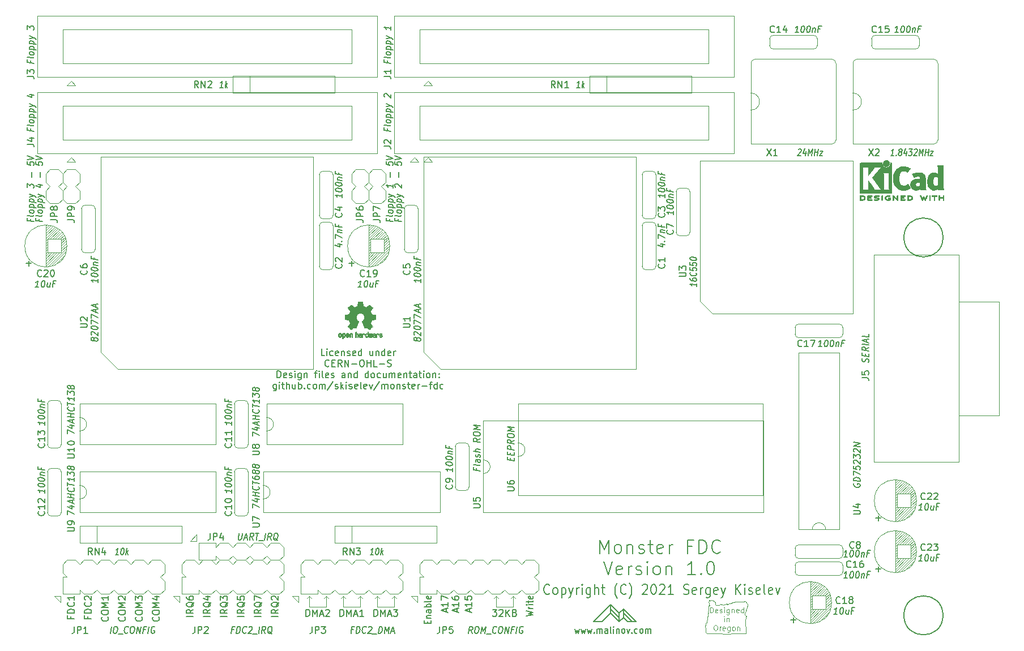
<source format=gto>
%TF.GenerationSoftware,KiCad,Pcbnew,(5.1.8)-1*%
%TF.CreationDate,2021-12-03T10:01:58-08:00*%
%TF.ProjectId,isa_monster_fdc,6973615f-6d6f-46e7-9374-65725f666463,1.0*%
%TF.SameCoordinates,Original*%
%TF.FileFunction,Legend,Top*%
%TF.FilePolarity,Positive*%
%FSLAX46Y46*%
G04 Gerber Fmt 4.6, Leading zero omitted, Abs format (unit mm)*
G04 Created by KiCad (PCBNEW (5.1.8)-1) date 2021-12-03 10:01:59*
%MOMM*%
%LPD*%
G01*
G04 APERTURE LIST*
%ADD10C,0.120000*%
%ADD11C,0.150000*%
%ADD12C,0.200000*%
%ADD13C,0.190500*%
%ADD14C,0.010000*%
G04 APERTURE END LIST*
D10*
X130048000Y-69342000D02*
X129413000Y-69977000D01*
X130683000Y-69977000D02*
X130048000Y-69342000D01*
X129413000Y-69977000D02*
X130683000Y-69977000D01*
X96520000Y-126682500D02*
X97472500Y-125730000D01*
X97472500Y-126682500D02*
X96520000Y-126682500D01*
X97472500Y-125730000D02*
X97472500Y-126682500D01*
X77152500Y-135890000D02*
X76200000Y-134937500D01*
X77152500Y-134937500D02*
X77152500Y-135890000D01*
X76200000Y-134937500D02*
X77152500Y-134937500D01*
X94932500Y-135890000D02*
X93980000Y-134937500D01*
X93980000Y-134937500D02*
X94932500Y-134937500D01*
X94932500Y-134937500D02*
X94932500Y-135890000D01*
X129540000Y-134937500D02*
X130492500Y-134937500D01*
X130492500Y-134937500D02*
X130492500Y-135890000D01*
X130492500Y-135890000D02*
X129540000Y-134937500D01*
X112712500Y-135890000D02*
X111760000Y-134937500D01*
X112712500Y-134937500D02*
X112712500Y-135890000D01*
X111760000Y-134937500D02*
X112712500Y-134937500D01*
X174225261Y-137408404D02*
X174225261Y-136608404D01*
X174415738Y-136608404D01*
X174530023Y-136646500D01*
X174606214Y-136722690D01*
X174644309Y-136798880D01*
X174682404Y-136951261D01*
X174682404Y-137065547D01*
X174644309Y-137217928D01*
X174606214Y-137294119D01*
X174530023Y-137370309D01*
X174415738Y-137408404D01*
X174225261Y-137408404D01*
X175330023Y-137370309D02*
X175253833Y-137408404D01*
X175101452Y-137408404D01*
X175025261Y-137370309D01*
X174987166Y-137294119D01*
X174987166Y-136989357D01*
X175025261Y-136913166D01*
X175101452Y-136875071D01*
X175253833Y-136875071D01*
X175330023Y-136913166D01*
X175368119Y-136989357D01*
X175368119Y-137065547D01*
X174987166Y-137141738D01*
X175672880Y-137370309D02*
X175749071Y-137408404D01*
X175901452Y-137408404D01*
X175977642Y-137370309D01*
X176015738Y-137294119D01*
X176015738Y-137256023D01*
X175977642Y-137179833D01*
X175901452Y-137141738D01*
X175787166Y-137141738D01*
X175710976Y-137103642D01*
X175672880Y-137027452D01*
X175672880Y-136989357D01*
X175710976Y-136913166D01*
X175787166Y-136875071D01*
X175901452Y-136875071D01*
X175977642Y-136913166D01*
X176358595Y-137408404D02*
X176358595Y-136875071D01*
X176358595Y-136608404D02*
X176320500Y-136646500D01*
X176358595Y-136684595D01*
X176396690Y-136646500D01*
X176358595Y-136608404D01*
X176358595Y-136684595D01*
X177082404Y-136875071D02*
X177082404Y-137522690D01*
X177044309Y-137598880D01*
X177006214Y-137636976D01*
X176930023Y-137675071D01*
X176815738Y-137675071D01*
X176739547Y-137636976D01*
X177082404Y-137370309D02*
X177006214Y-137408404D01*
X176853833Y-137408404D01*
X176777642Y-137370309D01*
X176739547Y-137332214D01*
X176701452Y-137256023D01*
X176701452Y-137027452D01*
X176739547Y-136951261D01*
X176777642Y-136913166D01*
X176853833Y-136875071D01*
X177006214Y-136875071D01*
X177082404Y-136913166D01*
X177463357Y-136875071D02*
X177463357Y-137408404D01*
X177463357Y-136951261D02*
X177501452Y-136913166D01*
X177577642Y-136875071D01*
X177691928Y-136875071D01*
X177768119Y-136913166D01*
X177806214Y-136989357D01*
X177806214Y-137408404D01*
X178491928Y-137370309D02*
X178415738Y-137408404D01*
X178263357Y-137408404D01*
X178187166Y-137370309D01*
X178149071Y-137294119D01*
X178149071Y-136989357D01*
X178187166Y-136913166D01*
X178263357Y-136875071D01*
X178415738Y-136875071D01*
X178491928Y-136913166D01*
X178530023Y-136989357D01*
X178530023Y-137065547D01*
X178149071Y-137141738D01*
X179215738Y-137408404D02*
X179215738Y-136608404D01*
X179215738Y-137370309D02*
X179139547Y-137408404D01*
X178987166Y-137408404D01*
X178910976Y-137370309D01*
X178872880Y-137332214D01*
X178834785Y-137256023D01*
X178834785Y-137027452D01*
X178872880Y-136951261D01*
X178910976Y-136913166D01*
X178987166Y-136875071D01*
X179139547Y-136875071D01*
X179215738Y-136913166D01*
X176358595Y-138728404D02*
X176358595Y-138195071D01*
X176358595Y-137928404D02*
X176320500Y-137966500D01*
X176358595Y-138004595D01*
X176396690Y-137966500D01*
X176358595Y-137928404D01*
X176358595Y-138004595D01*
X176739547Y-138195071D02*
X176739547Y-138728404D01*
X176739547Y-138271261D02*
X176777642Y-138233166D01*
X176853833Y-138195071D01*
X176968119Y-138195071D01*
X177044309Y-138233166D01*
X177082404Y-138309357D01*
X177082404Y-138728404D01*
X174968119Y-139248404D02*
X175120500Y-139248404D01*
X175196690Y-139286500D01*
X175272880Y-139362690D01*
X175310976Y-139515071D01*
X175310976Y-139781738D01*
X175272880Y-139934119D01*
X175196690Y-140010309D01*
X175120500Y-140048404D01*
X174968119Y-140048404D01*
X174891928Y-140010309D01*
X174815738Y-139934119D01*
X174777642Y-139781738D01*
X174777642Y-139515071D01*
X174815738Y-139362690D01*
X174891928Y-139286500D01*
X174968119Y-139248404D01*
X175653833Y-140048404D02*
X175653833Y-139515071D01*
X175653833Y-139667452D02*
X175691928Y-139591261D01*
X175730023Y-139553166D01*
X175806214Y-139515071D01*
X175882404Y-139515071D01*
X176453833Y-140010309D02*
X176377642Y-140048404D01*
X176225261Y-140048404D01*
X176149071Y-140010309D01*
X176110976Y-139934119D01*
X176110976Y-139629357D01*
X176149071Y-139553166D01*
X176225261Y-139515071D01*
X176377642Y-139515071D01*
X176453833Y-139553166D01*
X176491928Y-139629357D01*
X176491928Y-139705547D01*
X176110976Y-139781738D01*
X177177642Y-139515071D02*
X177177642Y-140162690D01*
X177139547Y-140238880D01*
X177101452Y-140276976D01*
X177025261Y-140315071D01*
X176910976Y-140315071D01*
X176834785Y-140276976D01*
X177177642Y-140010309D02*
X177101452Y-140048404D01*
X176949071Y-140048404D01*
X176872880Y-140010309D01*
X176834785Y-139972214D01*
X176796690Y-139896023D01*
X176796690Y-139667452D01*
X176834785Y-139591261D01*
X176872880Y-139553166D01*
X176949071Y-139515071D01*
X177101452Y-139515071D01*
X177177642Y-139553166D01*
X177672880Y-140048404D02*
X177596690Y-140010309D01*
X177558595Y-139972214D01*
X177520500Y-139896023D01*
X177520500Y-139667452D01*
X177558595Y-139591261D01*
X177596690Y-139553166D01*
X177672880Y-139515071D01*
X177787166Y-139515071D01*
X177863357Y-139553166D01*
X177901452Y-139591261D01*
X177939547Y-139667452D01*
X177939547Y-139896023D01*
X177901452Y-139972214D01*
X177863357Y-140010309D01*
X177787166Y-140048404D01*
X177672880Y-140048404D01*
X178282404Y-139515071D02*
X178282404Y-140048404D01*
X178282404Y-139591261D02*
X178320500Y-139553166D01*
X178396690Y-139515071D01*
X178510976Y-139515071D01*
X178587166Y-139553166D01*
X178625261Y-139629357D01*
X178625261Y-140048404D01*
X177226735Y-136000415D02*
X177214615Y-136000415D01*
X179862465Y-136242260D02*
X179862465Y-136242260D01*
X175973965Y-136149180D02*
X175751755Y-136130640D01*
X176122100Y-136167840D02*
X175973965Y-136149180D01*
X179799864Y-136391360D02*
X179829965Y-136305035D01*
X179744065Y-136647815D02*
X179764065Y-136553075D01*
X179714315Y-135981820D02*
X179658765Y-135907335D01*
X179678665Y-136816970D02*
X179716565Y-136737596D01*
X179764065Y-136553075D02*
X179769815Y-136521380D01*
X176436920Y-136204990D02*
X176251710Y-136204990D01*
X176955325Y-136130640D02*
X176807195Y-136149180D01*
X177047930Y-136037630D02*
X176955325Y-136130640D01*
X177263125Y-135997450D02*
X177226735Y-136000415D01*
X177318720Y-135984715D02*
X177297835Y-135991115D01*
X177325670Y-135981820D02*
X177318720Y-135984715D01*
X177807090Y-135888795D02*
X177640420Y-135870185D01*
X179529165Y-135702685D02*
X179288415Y-135721295D01*
X178381115Y-135758495D02*
X177936700Y-135758495D01*
X177640420Y-135870185D02*
X177492360Y-135907335D01*
X177297835Y-135991115D02*
X177263125Y-135997450D01*
X177325670Y-135981820D02*
X177325670Y-135981820D01*
X177103475Y-136019020D02*
X177063504Y-136031775D01*
X179586815Y-137006940D02*
X179585515Y-136989375D01*
X179658765Y-135907335D02*
X179547615Y-135777105D01*
X179288415Y-135721295D02*
X179288415Y-135739835D01*
X177063504Y-136031775D02*
X177047930Y-136037630D01*
X176807195Y-136149180D02*
X176696120Y-136037630D01*
X179547615Y-135777105D02*
X179529165Y-135702685D01*
X179609915Y-137014931D02*
X179596215Y-137014385D01*
X179862465Y-136112030D02*
X179714315Y-135981820D01*
X179853165Y-136257075D02*
X179862465Y-136242260D01*
X179636315Y-136888496D02*
X179678665Y-136816970D01*
X179829965Y-136305035D02*
X179853165Y-136257075D01*
X176214705Y-136279480D02*
X176122100Y-136167840D01*
X176696120Y-136037630D02*
X176436920Y-136204990D01*
X179585515Y-136989375D02*
X179595865Y-136958770D01*
X179775765Y-136488585D02*
X179799864Y-136391360D01*
X179614665Y-136923370D02*
X179621665Y-136912061D01*
X176251710Y-136204990D02*
X176214705Y-136279480D01*
X179621665Y-136912061D02*
X179636315Y-136888496D01*
X177047930Y-136037630D02*
X177047930Y-136037630D01*
X177200275Y-136000415D02*
X177157290Y-136006200D01*
X177214615Y-136000415D02*
X177200275Y-136000415D01*
X179595865Y-136958770D02*
X179614665Y-136923370D01*
X175751755Y-136130640D02*
X175677685Y-136204990D01*
X177157290Y-136006200D02*
X177103475Y-136019020D01*
X177492360Y-135907335D02*
X177325670Y-135981820D01*
X175233329Y-136279480D02*
X175066660Y-136242260D01*
X175677685Y-136204990D02*
X175603620Y-136260800D01*
X179769815Y-136521380D02*
X179775765Y-136488585D01*
X179716565Y-136737596D02*
X179744065Y-136647815D01*
X179288415Y-135739835D02*
X178381115Y-135758495D01*
X179862465Y-136242260D02*
X179862465Y-136112030D01*
X179596215Y-137014385D02*
X179586815Y-137006940D01*
X177936700Y-135758495D02*
X177807090Y-135888795D01*
X175437005Y-136279480D02*
X175233329Y-136279480D01*
X175603620Y-136260800D02*
X175437005Y-136279480D01*
X174955590Y-140521624D02*
X175585155Y-140540228D01*
X175585155Y-140540228D02*
X176492445Y-140558763D01*
X179529165Y-138363335D02*
X179603215Y-138270255D01*
X178140375Y-140540228D02*
X178955115Y-140521624D01*
X179624315Y-137011490D02*
X179609915Y-137014931D01*
X179635615Y-137007205D02*
X179624315Y-137011490D01*
X179640215Y-137005140D02*
X179635615Y-137007205D01*
X179640215Y-137005140D02*
X179640215Y-137005140D01*
X179510615Y-137284205D02*
X179640215Y-137005140D01*
X174140825Y-140502952D02*
X174492640Y-140502952D01*
X179399515Y-137544715D02*
X179510615Y-137284205D01*
X179381015Y-137674875D02*
X179399515Y-137544715D01*
X179455115Y-137823765D02*
X179381015Y-137674875D01*
X179566165Y-137842370D02*
X179455115Y-137823765D01*
X179640215Y-137916860D02*
X179566165Y-137842370D01*
X179621665Y-138028410D02*
X179640215Y-137916860D01*
X179584715Y-138158710D02*
X179621665Y-138028410D01*
X179603215Y-138270255D02*
X179584715Y-138158710D01*
X179621665Y-140484417D02*
X179529165Y-138363335D01*
X178955115Y-140521624D02*
X179621665Y-140484417D01*
X176492445Y-140558763D02*
X178140375Y-140540228D01*
X174492640Y-140502952D02*
X174955590Y-140521624D01*
X173548338Y-139275050D02*
X173474268Y-139442415D01*
X173807546Y-138493565D02*
X173752012Y-138586645D01*
X173640873Y-140428607D02*
X173733477Y-140465815D01*
X173585339Y-140316986D02*
X173640873Y-140428607D01*
X173529803Y-140056465D02*
X173529803Y-140149485D01*
X174048290Y-136018950D02*
X174048290Y-136093440D01*
X174122360Y-136391170D02*
X174029755Y-136335360D01*
X173548338Y-139944845D02*
X173529803Y-140056465D01*
X173455734Y-139554105D02*
X173548338Y-139684396D01*
X174011220Y-136707416D02*
X173992685Y-136856180D01*
X173548338Y-139684396D02*
X173585339Y-139795950D01*
X173603872Y-138940120D02*
X173603872Y-139163430D01*
X173826081Y-138140030D02*
X173789012Y-138251720D01*
X173752012Y-138586645D02*
X173714942Y-138679600D01*
X173955685Y-137284205D02*
X173937150Y-137358681D01*
X174029755Y-136335360D02*
X174011220Y-136707416D01*
X174029755Y-135777105D02*
X174048290Y-136018950D01*
X173807546Y-138363335D02*
X173807546Y-138493565D01*
X173992685Y-136856180D02*
X173955685Y-137079490D01*
X173622407Y-138921515D02*
X173603872Y-138940120D01*
X173974220Y-137433025D02*
X173937150Y-137451705D01*
X173474268Y-139442415D02*
X173455734Y-139554105D01*
X173900150Y-137637745D02*
X173881615Y-137842370D01*
X173603872Y-139163430D02*
X173548338Y-139275050D01*
X174085290Y-135721295D02*
X174029755Y-135777105D01*
X173770547Y-138865710D02*
X173622407Y-138921515D01*
X174103825Y-136186450D02*
X174085290Y-136186450D01*
X173733477Y-138772680D02*
X173770547Y-138865710D01*
X173937150Y-137358681D02*
X173974220Y-137433025D01*
X174048290Y-136093440D02*
X174103825Y-136186450D01*
X173714942Y-138679600D02*
X173733477Y-138772680D01*
X174122360Y-136316610D02*
X174122360Y-136391170D01*
X173881615Y-137842370D02*
X173863084Y-138065680D01*
X173863084Y-138065680D02*
X173826081Y-138140030D01*
X173585339Y-139795950D02*
X173548338Y-139944845D01*
X173937150Y-137172571D02*
X173955685Y-137284205D01*
X173752012Y-140484417D02*
X174140825Y-140502952D01*
X173937150Y-137451705D02*
X173900150Y-137637745D01*
X173733477Y-140465815D02*
X173752012Y-140484417D01*
X173955685Y-137079490D02*
X173937150Y-137172571D01*
X174085290Y-136186450D02*
X174122360Y-136316610D01*
X174066755Y-135516650D02*
X174085290Y-135721295D01*
X173529803Y-140149485D02*
X173585339Y-140316986D01*
X173789012Y-138251720D02*
X173807546Y-138363335D01*
X174974055Y-135926010D02*
X174918520Y-135739835D01*
X174677850Y-135553800D02*
X174603775Y-135572500D01*
X174974055Y-136037630D02*
X174974055Y-135926010D01*
X175066660Y-136242260D02*
X174992590Y-136167840D01*
X174233430Y-135553800D02*
X174066755Y-135516650D01*
X174400105Y-135516650D02*
X174307500Y-135572500D01*
X174844450Y-135646900D02*
X174677850Y-135553800D01*
X174918520Y-135739835D02*
X174844450Y-135646900D01*
X174603775Y-135572500D02*
X174474105Y-135535250D01*
X174474105Y-135535250D02*
X174400105Y-135516650D01*
X174992590Y-136167840D02*
X174974055Y-136037630D01*
X174307500Y-135572500D02*
X174233430Y-135553800D01*
D11*
X141700476Y-136929880D02*
X142319523Y-136929880D01*
X141986190Y-137310833D01*
X142129047Y-137310833D01*
X142224285Y-137358452D01*
X142271904Y-137406071D01*
X142319523Y-137501309D01*
X142319523Y-137739404D01*
X142271904Y-137834642D01*
X142224285Y-137882261D01*
X142129047Y-137929880D01*
X141843333Y-137929880D01*
X141748095Y-137882261D01*
X141700476Y-137834642D01*
X142700476Y-137025119D02*
X142748095Y-136977500D01*
X142843333Y-136929880D01*
X143081428Y-136929880D01*
X143176666Y-136977500D01*
X143224285Y-137025119D01*
X143271904Y-137120357D01*
X143271904Y-137215595D01*
X143224285Y-137358452D01*
X142652857Y-137929880D01*
X143271904Y-137929880D01*
X143700476Y-137929880D02*
X143700476Y-136929880D01*
X144271904Y-137929880D02*
X143843333Y-137358452D01*
X144271904Y-136929880D02*
X143700476Y-137501309D01*
X145033809Y-137406071D02*
X145176666Y-137453690D01*
X145224285Y-137501309D01*
X145271904Y-137596547D01*
X145271904Y-137739404D01*
X145224285Y-137834642D01*
X145176666Y-137882261D01*
X145081428Y-137929880D01*
X144700476Y-137929880D01*
X144700476Y-136929880D01*
X145033809Y-136929880D01*
X145129047Y-136977500D01*
X145176666Y-137025119D01*
X145224285Y-137120357D01*
X145224285Y-137215595D01*
X145176666Y-137310833D01*
X145129047Y-137358452D01*
X145033809Y-137406071D01*
X144700476Y-137406071D01*
D10*
X144780000Y-136525000D02*
X144780000Y-134937500D01*
X142240000Y-136525000D02*
X144780000Y-136525000D01*
X144780000Y-134937500D02*
X145097500Y-135255000D01*
X142240000Y-134937500D02*
X142240000Y-136525000D01*
X142240000Y-134937500D02*
X142557500Y-135255000D01*
X142240000Y-134937500D02*
X141922500Y-135255000D01*
X144780000Y-134937500D02*
X144462500Y-135255000D01*
D11*
X138279166Y-137288928D02*
X138279166Y-136812738D01*
X138564880Y-137384166D02*
X137564880Y-137050833D01*
X138564880Y-136717500D01*
X138564880Y-135860357D02*
X138564880Y-136431785D01*
X138564880Y-136146071D02*
X137564880Y-136146071D01*
X137707738Y-136241309D01*
X137802976Y-136336547D01*
X137850595Y-136431785D01*
X137564880Y-134955595D02*
X137564880Y-135431785D01*
X138041071Y-135479404D01*
X137993452Y-135431785D01*
X137945833Y-135336547D01*
X137945833Y-135098452D01*
X137993452Y-135003214D01*
X138041071Y-134955595D01*
X138136309Y-134907976D01*
X138374404Y-134907976D01*
X138469642Y-134955595D01*
X138517261Y-135003214D01*
X138564880Y-135098452D01*
X138564880Y-135336547D01*
X138517261Y-135431785D01*
X138469642Y-135479404D01*
X136374166Y-137288928D02*
X136374166Y-136812738D01*
X136659880Y-137384166D02*
X135659880Y-137050833D01*
X136659880Y-136717500D01*
X136659880Y-135860357D02*
X136659880Y-136431785D01*
X136659880Y-136146071D02*
X135659880Y-136146071D01*
X135802738Y-136241309D01*
X135897976Y-136336547D01*
X135945595Y-136431785D01*
X135659880Y-135003214D02*
X135659880Y-135193690D01*
X135707500Y-135288928D01*
X135755119Y-135336547D01*
X135897976Y-135431785D01*
X136088452Y-135479404D01*
X136469404Y-135479404D01*
X136564642Y-135431785D01*
X136612261Y-135384166D01*
X136659880Y-135288928D01*
X136659880Y-135098452D01*
X136612261Y-135003214D01*
X136564642Y-134955595D01*
X136469404Y-134907976D01*
X136231309Y-134907976D01*
X136136071Y-134955595D01*
X136088452Y-135003214D01*
X136040833Y-135098452D01*
X136040833Y-135288928D01*
X136088452Y-135384166D01*
X136136071Y-135431785D01*
X136231309Y-135479404D01*
X146772380Y-137888928D02*
X147772380Y-137674642D01*
X147058095Y-137503214D01*
X147772380Y-137331785D01*
X146772380Y-137117500D01*
X147772380Y-136774642D02*
X147105714Y-136774642D01*
X147296190Y-136774642D02*
X147200952Y-136731785D01*
X147153333Y-136688928D01*
X147105714Y-136603214D01*
X147105714Y-136517500D01*
X147772380Y-136217500D02*
X147105714Y-136217500D01*
X146772380Y-136217500D02*
X146820000Y-136260357D01*
X146867619Y-136217500D01*
X146820000Y-136174642D01*
X146772380Y-136217500D01*
X146867619Y-136217500D01*
X147105714Y-135917500D02*
X147105714Y-135574642D01*
X146772380Y-135788928D02*
X147629523Y-135788928D01*
X147724761Y-135746071D01*
X147772380Y-135660357D01*
X147772380Y-135574642D01*
X147724761Y-134931785D02*
X147772380Y-135017500D01*
X147772380Y-135188928D01*
X147724761Y-135274642D01*
X147629523Y-135317500D01*
X147248571Y-135317500D01*
X147153333Y-135274642D01*
X147105714Y-135188928D01*
X147105714Y-135017500D01*
X147153333Y-134931785D01*
X147248571Y-134888928D01*
X147343809Y-134888928D01*
X147439047Y-135317500D01*
X134786666Y-137288928D02*
X134786666Y-136812738D01*
X135072380Y-137384166D02*
X134072380Y-137050833D01*
X135072380Y-136717500D01*
X135072380Y-135860357D02*
X135072380Y-136431785D01*
X135072380Y-136146071D02*
X134072380Y-136146071D01*
X134215238Y-136241309D01*
X134310476Y-136336547D01*
X134358095Y-136431785D01*
X134072380Y-135527023D02*
X134072380Y-134860357D01*
X135072380Y-135288928D01*
X132008571Y-139003214D02*
X132008571Y-138703214D01*
X132532380Y-138574642D02*
X132532380Y-139003214D01*
X131532380Y-139003214D01*
X131532380Y-138574642D01*
X131865714Y-138188928D02*
X132532380Y-138188928D01*
X131960952Y-138188928D02*
X131913333Y-138146071D01*
X131865714Y-138060357D01*
X131865714Y-137931785D01*
X131913333Y-137846071D01*
X132008571Y-137803214D01*
X132532380Y-137803214D01*
X132532380Y-136988928D02*
X132008571Y-136988928D01*
X131913333Y-137031785D01*
X131865714Y-137117500D01*
X131865714Y-137288928D01*
X131913333Y-137374642D01*
X132484761Y-136988928D02*
X132532380Y-137074642D01*
X132532380Y-137288928D01*
X132484761Y-137374642D01*
X132389523Y-137417500D01*
X132294285Y-137417500D01*
X132199047Y-137374642D01*
X132151428Y-137288928D01*
X132151428Y-137074642D01*
X132103809Y-136988928D01*
X132532380Y-136560357D02*
X131532380Y-136560357D01*
X131913333Y-136560357D02*
X131865714Y-136474642D01*
X131865714Y-136303214D01*
X131913333Y-136217500D01*
X131960952Y-136174642D01*
X132056190Y-136131785D01*
X132341904Y-136131785D01*
X132437142Y-136174642D01*
X132484761Y-136217500D01*
X132532380Y-136303214D01*
X132532380Y-136474642D01*
X132484761Y-136560357D01*
X132532380Y-135617500D02*
X132484761Y-135703214D01*
X132389523Y-135746071D01*
X131532380Y-135746071D01*
X132484761Y-134931785D02*
X132532380Y-135017500D01*
X132532380Y-135188928D01*
X132484761Y-135274642D01*
X132389523Y-135317500D01*
X132008571Y-135317500D01*
X131913333Y-135274642D01*
X131865714Y-135188928D01*
X131865714Y-135017500D01*
X131913333Y-134931785D01*
X132008571Y-134888928D01*
X132103809Y-134888928D01*
X132199047Y-135317500D01*
X123991904Y-137929880D02*
X123991904Y-136929880D01*
X124230000Y-136929880D01*
X124372857Y-136977500D01*
X124468095Y-137072738D01*
X124515714Y-137167976D01*
X124563333Y-137358452D01*
X124563333Y-137501309D01*
X124515714Y-137691785D01*
X124468095Y-137787023D01*
X124372857Y-137882261D01*
X124230000Y-137929880D01*
X123991904Y-137929880D01*
X124991904Y-137929880D02*
X124991904Y-136929880D01*
X125325238Y-137644166D01*
X125658571Y-136929880D01*
X125658571Y-137929880D01*
X126087142Y-137644166D02*
X126563333Y-137644166D01*
X125991904Y-137929880D02*
X126325238Y-136929880D01*
X126658571Y-137929880D01*
X126896666Y-136929880D02*
X127515714Y-136929880D01*
X127182380Y-137310833D01*
X127325238Y-137310833D01*
X127420476Y-137358452D01*
X127468095Y-137406071D01*
X127515714Y-137501309D01*
X127515714Y-137739404D01*
X127468095Y-137834642D01*
X127420476Y-137882261D01*
X127325238Y-137929880D01*
X127039523Y-137929880D01*
X126944285Y-137882261D01*
X126896666Y-137834642D01*
D10*
X124460000Y-136525000D02*
X127000000Y-136525000D01*
X127000000Y-136525000D02*
X127000000Y-134937500D01*
X124460000Y-134937500D02*
X124460000Y-136525000D01*
X124460000Y-134937500D02*
X124777500Y-135255000D01*
X124460000Y-134937500D02*
X124142500Y-135255000D01*
X127000000Y-134937500D02*
X126682500Y-135255000D01*
X127000000Y-134937500D02*
X127317500Y-135255000D01*
D11*
X118911904Y-137929880D02*
X118911904Y-136929880D01*
X119150000Y-136929880D01*
X119292857Y-136977500D01*
X119388095Y-137072738D01*
X119435714Y-137167976D01*
X119483333Y-137358452D01*
X119483333Y-137501309D01*
X119435714Y-137691785D01*
X119388095Y-137787023D01*
X119292857Y-137882261D01*
X119150000Y-137929880D01*
X118911904Y-137929880D01*
X119911904Y-137929880D02*
X119911904Y-136929880D01*
X120245238Y-137644166D01*
X120578571Y-136929880D01*
X120578571Y-137929880D01*
X121007142Y-137644166D02*
X121483333Y-137644166D01*
X120911904Y-137929880D02*
X121245238Y-136929880D01*
X121578571Y-137929880D01*
X122435714Y-137929880D02*
X121864285Y-137929880D01*
X122150000Y-137929880D02*
X122150000Y-136929880D01*
X122054761Y-137072738D01*
X121959523Y-137167976D01*
X121864285Y-137215595D01*
D10*
X121920000Y-136525000D02*
X121920000Y-134937500D01*
X119380000Y-136525000D02*
X121920000Y-136525000D01*
X121920000Y-134937500D02*
X122237500Y-135255000D01*
X119380000Y-134937500D02*
X119380000Y-136525000D01*
X119380000Y-134937500D02*
X119697500Y-135255000D01*
X119380000Y-134937500D02*
X119062500Y-135255000D01*
X121920000Y-134937500D02*
X121602500Y-135255000D01*
X116840000Y-136525000D02*
X116840000Y-134937500D01*
X114300000Y-136525000D02*
X116840000Y-136525000D01*
X114300000Y-134937500D02*
X114300000Y-136525000D01*
D11*
X113831904Y-137929880D02*
X113831904Y-136929880D01*
X114070000Y-136929880D01*
X114212857Y-136977500D01*
X114308095Y-137072738D01*
X114355714Y-137167976D01*
X114403333Y-137358452D01*
X114403333Y-137501309D01*
X114355714Y-137691785D01*
X114308095Y-137787023D01*
X114212857Y-137882261D01*
X114070000Y-137929880D01*
X113831904Y-137929880D01*
X114831904Y-137929880D02*
X114831904Y-136929880D01*
X115165238Y-137644166D01*
X115498571Y-136929880D01*
X115498571Y-137929880D01*
X115927142Y-137644166D02*
X116403333Y-137644166D01*
X115831904Y-137929880D02*
X116165238Y-136929880D01*
X116498571Y-137929880D01*
X116784285Y-137025119D02*
X116831904Y-136977500D01*
X116927142Y-136929880D01*
X117165238Y-136929880D01*
X117260476Y-136977500D01*
X117308095Y-137025119D01*
X117355714Y-137120357D01*
X117355714Y-137215595D01*
X117308095Y-137358452D01*
X116736666Y-137929880D01*
X117355714Y-137929880D01*
D10*
X114300000Y-134937500D02*
X114617500Y-135255000D01*
X114300000Y-134937500D02*
X113982500Y-135255000D01*
X116840000Y-134937500D02*
X117157500Y-135255000D01*
X116840000Y-134937500D02*
X116522500Y-135255000D01*
D11*
X109672380Y-137955595D02*
X108672380Y-137955595D01*
X109672380Y-136907976D02*
X109196190Y-137241309D01*
X109672380Y-137479404D02*
X108672380Y-137479404D01*
X108672380Y-137098452D01*
X108720000Y-137003214D01*
X108767619Y-136955595D01*
X108862857Y-136907976D01*
X109005714Y-136907976D01*
X109100952Y-136955595D01*
X109148571Y-137003214D01*
X109196190Y-137098452D01*
X109196190Y-137479404D01*
X109767619Y-135812738D02*
X109720000Y-135907976D01*
X109624761Y-136003214D01*
X109481904Y-136146071D01*
X109434285Y-136241309D01*
X109434285Y-136336547D01*
X109672380Y-136288928D02*
X109624761Y-136384166D01*
X109529523Y-136479404D01*
X109339047Y-136527023D01*
X109005714Y-136527023D01*
X108815238Y-136479404D01*
X108720000Y-136384166D01*
X108672380Y-136288928D01*
X108672380Y-136098452D01*
X108720000Y-136003214D01*
X108815238Y-135907976D01*
X109005714Y-135860357D01*
X109339047Y-135860357D01*
X109529523Y-135907976D01*
X109624761Y-136003214D01*
X109672380Y-136098452D01*
X109672380Y-136288928D01*
X108767619Y-135479404D02*
X108720000Y-135431785D01*
X108672380Y-135336547D01*
X108672380Y-135098452D01*
X108720000Y-135003214D01*
X108767619Y-134955595D01*
X108862857Y-134907976D01*
X108958095Y-134907976D01*
X109100952Y-134955595D01*
X109672380Y-135527023D01*
X109672380Y-134907976D01*
X107132380Y-137955595D02*
X106132380Y-137955595D01*
X107132380Y-136907976D02*
X106656190Y-137241309D01*
X107132380Y-137479404D02*
X106132380Y-137479404D01*
X106132380Y-137098452D01*
X106180000Y-137003214D01*
X106227619Y-136955595D01*
X106322857Y-136907976D01*
X106465714Y-136907976D01*
X106560952Y-136955595D01*
X106608571Y-137003214D01*
X106656190Y-137098452D01*
X106656190Y-137479404D01*
X107227619Y-135812738D02*
X107180000Y-135907976D01*
X107084761Y-136003214D01*
X106941904Y-136146071D01*
X106894285Y-136241309D01*
X106894285Y-136336547D01*
X107132380Y-136288928D02*
X107084761Y-136384166D01*
X106989523Y-136479404D01*
X106799047Y-136527023D01*
X106465714Y-136527023D01*
X106275238Y-136479404D01*
X106180000Y-136384166D01*
X106132380Y-136288928D01*
X106132380Y-136098452D01*
X106180000Y-136003214D01*
X106275238Y-135907976D01*
X106465714Y-135860357D01*
X106799047Y-135860357D01*
X106989523Y-135907976D01*
X107084761Y-136003214D01*
X107132380Y-136098452D01*
X107132380Y-136288928D01*
X106132380Y-135527023D02*
X106132380Y-134860357D01*
X107132380Y-135288928D01*
X104592380Y-137955595D02*
X103592380Y-137955595D01*
X104592380Y-136907976D02*
X104116190Y-137241309D01*
X104592380Y-137479404D02*
X103592380Y-137479404D01*
X103592380Y-137098452D01*
X103640000Y-137003214D01*
X103687619Y-136955595D01*
X103782857Y-136907976D01*
X103925714Y-136907976D01*
X104020952Y-136955595D01*
X104068571Y-137003214D01*
X104116190Y-137098452D01*
X104116190Y-137479404D01*
X104687619Y-135812738D02*
X104640000Y-135907976D01*
X104544761Y-136003214D01*
X104401904Y-136146071D01*
X104354285Y-136241309D01*
X104354285Y-136336547D01*
X104592380Y-136288928D02*
X104544761Y-136384166D01*
X104449523Y-136479404D01*
X104259047Y-136527023D01*
X103925714Y-136527023D01*
X103735238Y-136479404D01*
X103640000Y-136384166D01*
X103592380Y-136288928D01*
X103592380Y-136098452D01*
X103640000Y-136003214D01*
X103735238Y-135907976D01*
X103925714Y-135860357D01*
X104259047Y-135860357D01*
X104449523Y-135907976D01*
X104544761Y-136003214D01*
X104592380Y-136098452D01*
X104592380Y-136288928D01*
X103592380Y-134955595D02*
X103592380Y-135431785D01*
X104068571Y-135479404D01*
X104020952Y-135431785D01*
X103973333Y-135336547D01*
X103973333Y-135098452D01*
X104020952Y-135003214D01*
X104068571Y-134955595D01*
X104163809Y-134907976D01*
X104401904Y-134907976D01*
X104497142Y-134955595D01*
X104544761Y-135003214D01*
X104592380Y-135098452D01*
X104592380Y-135336547D01*
X104544761Y-135431785D01*
X104497142Y-135479404D01*
X99512380Y-137955595D02*
X98512380Y-137955595D01*
X99512380Y-136907976D02*
X99036190Y-137241309D01*
X99512380Y-137479404D02*
X98512380Y-137479404D01*
X98512380Y-137098452D01*
X98560000Y-137003214D01*
X98607619Y-136955595D01*
X98702857Y-136907976D01*
X98845714Y-136907976D01*
X98940952Y-136955595D01*
X98988571Y-137003214D01*
X99036190Y-137098452D01*
X99036190Y-137479404D01*
X99607619Y-135812738D02*
X99560000Y-135907976D01*
X99464761Y-136003214D01*
X99321904Y-136146071D01*
X99274285Y-136241309D01*
X99274285Y-136336547D01*
X99512380Y-136288928D02*
X99464761Y-136384166D01*
X99369523Y-136479404D01*
X99179047Y-136527023D01*
X98845714Y-136527023D01*
X98655238Y-136479404D01*
X98560000Y-136384166D01*
X98512380Y-136288928D01*
X98512380Y-136098452D01*
X98560000Y-136003214D01*
X98655238Y-135907976D01*
X98845714Y-135860357D01*
X99179047Y-135860357D01*
X99369523Y-135907976D01*
X99464761Y-136003214D01*
X99512380Y-136098452D01*
X99512380Y-136288928D01*
X98845714Y-135003214D02*
X99512380Y-135003214D01*
X98464761Y-135241309D02*
X99179047Y-135479404D01*
X99179047Y-134860357D01*
X102052380Y-137955595D02*
X101052380Y-137955595D01*
X102052380Y-136907976D02*
X101576190Y-137241309D01*
X102052380Y-137479404D02*
X101052380Y-137479404D01*
X101052380Y-137098452D01*
X101100000Y-137003214D01*
X101147619Y-136955595D01*
X101242857Y-136907976D01*
X101385714Y-136907976D01*
X101480952Y-136955595D01*
X101528571Y-137003214D01*
X101576190Y-137098452D01*
X101576190Y-137479404D01*
X102147619Y-135812738D02*
X102100000Y-135907976D01*
X102004761Y-136003214D01*
X101861904Y-136146071D01*
X101814285Y-136241309D01*
X101814285Y-136336547D01*
X102052380Y-136288928D02*
X102004761Y-136384166D01*
X101909523Y-136479404D01*
X101719047Y-136527023D01*
X101385714Y-136527023D01*
X101195238Y-136479404D01*
X101100000Y-136384166D01*
X101052380Y-136288928D01*
X101052380Y-136098452D01*
X101100000Y-136003214D01*
X101195238Y-135907976D01*
X101385714Y-135860357D01*
X101719047Y-135860357D01*
X101909523Y-135907976D01*
X102004761Y-136003214D01*
X102052380Y-136098452D01*
X102052380Y-136288928D01*
X101052380Y-135527023D02*
X101052380Y-134907976D01*
X101433333Y-135241309D01*
X101433333Y-135098452D01*
X101480952Y-135003214D01*
X101528571Y-134955595D01*
X101623809Y-134907976D01*
X101861904Y-134907976D01*
X101957142Y-134955595D01*
X102004761Y-135003214D01*
X102052380Y-135098452D01*
X102052380Y-135384166D01*
X102004761Y-135479404D01*
X101957142Y-135527023D01*
X96972380Y-137955595D02*
X95972380Y-137955595D01*
X96972380Y-136907976D02*
X96496190Y-137241309D01*
X96972380Y-137479404D02*
X95972380Y-137479404D01*
X95972380Y-137098452D01*
X96020000Y-137003214D01*
X96067619Y-136955595D01*
X96162857Y-136907976D01*
X96305714Y-136907976D01*
X96400952Y-136955595D01*
X96448571Y-137003214D01*
X96496190Y-137098452D01*
X96496190Y-137479404D01*
X97067619Y-135812738D02*
X97020000Y-135907976D01*
X96924761Y-136003214D01*
X96781904Y-136146071D01*
X96734285Y-136241309D01*
X96734285Y-136336547D01*
X96972380Y-136288928D02*
X96924761Y-136384166D01*
X96829523Y-136479404D01*
X96639047Y-136527023D01*
X96305714Y-136527023D01*
X96115238Y-136479404D01*
X96020000Y-136384166D01*
X95972380Y-136288928D01*
X95972380Y-136098452D01*
X96020000Y-136003214D01*
X96115238Y-135907976D01*
X96305714Y-135860357D01*
X96639047Y-135860357D01*
X96829523Y-135907976D01*
X96924761Y-136003214D01*
X96972380Y-136098452D01*
X96972380Y-136288928D01*
X95972380Y-135003214D02*
X95972380Y-135193690D01*
X96020000Y-135288928D01*
X96067619Y-135336547D01*
X96210476Y-135431785D01*
X96400952Y-135479404D01*
X96781904Y-135479404D01*
X96877142Y-135431785D01*
X96924761Y-135384166D01*
X96972380Y-135288928D01*
X96972380Y-135098452D01*
X96924761Y-135003214D01*
X96877142Y-134955595D01*
X96781904Y-134907976D01*
X96543809Y-134907976D01*
X96448571Y-134955595D01*
X96400952Y-135003214D01*
X96353333Y-135098452D01*
X96353333Y-135288928D01*
X96400952Y-135384166D01*
X96448571Y-135431785D01*
X96543809Y-135479404D01*
X91797142Y-138050833D02*
X91844761Y-138098452D01*
X91892380Y-138241309D01*
X91892380Y-138336547D01*
X91844761Y-138479404D01*
X91749523Y-138574642D01*
X91654285Y-138622261D01*
X91463809Y-138669880D01*
X91320952Y-138669880D01*
X91130476Y-138622261D01*
X91035238Y-138574642D01*
X90940000Y-138479404D01*
X90892380Y-138336547D01*
X90892380Y-138241309D01*
X90940000Y-138098452D01*
X90987619Y-138050833D01*
X90892380Y-137431785D02*
X90892380Y-137241309D01*
X90940000Y-137146071D01*
X91035238Y-137050833D01*
X91225714Y-137003214D01*
X91559047Y-137003214D01*
X91749523Y-137050833D01*
X91844761Y-137146071D01*
X91892380Y-137241309D01*
X91892380Y-137431785D01*
X91844761Y-137527023D01*
X91749523Y-137622261D01*
X91559047Y-137669880D01*
X91225714Y-137669880D01*
X91035238Y-137622261D01*
X90940000Y-137527023D01*
X90892380Y-137431785D01*
X91892380Y-136574642D02*
X90892380Y-136574642D01*
X91606666Y-136241309D01*
X90892380Y-135907976D01*
X91892380Y-135907976D01*
X91225714Y-135003214D02*
X91892380Y-135003214D01*
X90844761Y-135241309D02*
X91559047Y-135479404D01*
X91559047Y-134860357D01*
X89257142Y-138050833D02*
X89304761Y-138098452D01*
X89352380Y-138241309D01*
X89352380Y-138336547D01*
X89304761Y-138479404D01*
X89209523Y-138574642D01*
X89114285Y-138622261D01*
X88923809Y-138669880D01*
X88780952Y-138669880D01*
X88590476Y-138622261D01*
X88495238Y-138574642D01*
X88400000Y-138479404D01*
X88352380Y-138336547D01*
X88352380Y-138241309D01*
X88400000Y-138098452D01*
X88447619Y-138050833D01*
X88352380Y-137431785D02*
X88352380Y-137241309D01*
X88400000Y-137146071D01*
X88495238Y-137050833D01*
X88685714Y-137003214D01*
X89019047Y-137003214D01*
X89209523Y-137050833D01*
X89304761Y-137146071D01*
X89352380Y-137241309D01*
X89352380Y-137431785D01*
X89304761Y-137527023D01*
X89209523Y-137622261D01*
X89019047Y-137669880D01*
X88685714Y-137669880D01*
X88495238Y-137622261D01*
X88400000Y-137527023D01*
X88352380Y-137431785D01*
X89352380Y-136574642D02*
X88352380Y-136574642D01*
X89066666Y-136241309D01*
X88352380Y-135907976D01*
X89352380Y-135907976D01*
X88352380Y-135527023D02*
X88352380Y-134907976D01*
X88733333Y-135241309D01*
X88733333Y-135098452D01*
X88780952Y-135003214D01*
X88828571Y-134955595D01*
X88923809Y-134907976D01*
X89161904Y-134907976D01*
X89257142Y-134955595D01*
X89304761Y-135003214D01*
X89352380Y-135098452D01*
X89352380Y-135384166D01*
X89304761Y-135479404D01*
X89257142Y-135527023D01*
X86717142Y-138050833D02*
X86764761Y-138098452D01*
X86812380Y-138241309D01*
X86812380Y-138336547D01*
X86764761Y-138479404D01*
X86669523Y-138574642D01*
X86574285Y-138622261D01*
X86383809Y-138669880D01*
X86240952Y-138669880D01*
X86050476Y-138622261D01*
X85955238Y-138574642D01*
X85860000Y-138479404D01*
X85812380Y-138336547D01*
X85812380Y-138241309D01*
X85860000Y-138098452D01*
X85907619Y-138050833D01*
X85812380Y-137431785D02*
X85812380Y-137241309D01*
X85860000Y-137146071D01*
X85955238Y-137050833D01*
X86145714Y-137003214D01*
X86479047Y-137003214D01*
X86669523Y-137050833D01*
X86764761Y-137146071D01*
X86812380Y-137241309D01*
X86812380Y-137431785D01*
X86764761Y-137527023D01*
X86669523Y-137622261D01*
X86479047Y-137669880D01*
X86145714Y-137669880D01*
X85955238Y-137622261D01*
X85860000Y-137527023D01*
X85812380Y-137431785D01*
X86812380Y-136574642D02*
X85812380Y-136574642D01*
X86526666Y-136241309D01*
X85812380Y-135907976D01*
X86812380Y-135907976D01*
X85907619Y-135479404D02*
X85860000Y-135431785D01*
X85812380Y-135336547D01*
X85812380Y-135098452D01*
X85860000Y-135003214D01*
X85907619Y-134955595D01*
X86002857Y-134907976D01*
X86098095Y-134907976D01*
X86240952Y-134955595D01*
X86812380Y-135527023D01*
X86812380Y-134907976D01*
X84177142Y-138050833D02*
X84224761Y-138098452D01*
X84272380Y-138241309D01*
X84272380Y-138336547D01*
X84224761Y-138479404D01*
X84129523Y-138574642D01*
X84034285Y-138622261D01*
X83843809Y-138669880D01*
X83700952Y-138669880D01*
X83510476Y-138622261D01*
X83415238Y-138574642D01*
X83320000Y-138479404D01*
X83272380Y-138336547D01*
X83272380Y-138241309D01*
X83320000Y-138098452D01*
X83367619Y-138050833D01*
X83272380Y-137431785D02*
X83272380Y-137241309D01*
X83320000Y-137146071D01*
X83415238Y-137050833D01*
X83605714Y-137003214D01*
X83939047Y-137003214D01*
X84129523Y-137050833D01*
X84224761Y-137146071D01*
X84272380Y-137241309D01*
X84272380Y-137431785D01*
X84224761Y-137527023D01*
X84129523Y-137622261D01*
X83939047Y-137669880D01*
X83605714Y-137669880D01*
X83415238Y-137622261D01*
X83320000Y-137527023D01*
X83272380Y-137431785D01*
X84272380Y-136574642D02*
X83272380Y-136574642D01*
X83986666Y-136241309D01*
X83272380Y-135907976D01*
X84272380Y-135907976D01*
X84272380Y-134907976D02*
X84272380Y-135479404D01*
X84272380Y-135193690D02*
X83272380Y-135193690D01*
X83415238Y-135288928D01*
X83510476Y-135384166D01*
X83558095Y-135479404D01*
X81208571Y-137955595D02*
X81208571Y-138288928D01*
X81732380Y-138288928D02*
X80732380Y-138288928D01*
X80732380Y-137812738D01*
X81732380Y-137431785D02*
X80732380Y-137431785D01*
X80732380Y-137193690D01*
X80780000Y-137050833D01*
X80875238Y-136955595D01*
X80970476Y-136907976D01*
X81160952Y-136860357D01*
X81303809Y-136860357D01*
X81494285Y-136907976D01*
X81589523Y-136955595D01*
X81684761Y-137050833D01*
X81732380Y-137193690D01*
X81732380Y-137431785D01*
X81637142Y-135860357D02*
X81684761Y-135907976D01*
X81732380Y-136050833D01*
X81732380Y-136146071D01*
X81684761Y-136288928D01*
X81589523Y-136384166D01*
X81494285Y-136431785D01*
X81303809Y-136479404D01*
X81160952Y-136479404D01*
X80970476Y-136431785D01*
X80875238Y-136384166D01*
X80780000Y-136288928D01*
X80732380Y-136146071D01*
X80732380Y-136050833D01*
X80780000Y-135907976D01*
X80827619Y-135860357D01*
X80827619Y-135479404D02*
X80780000Y-135431785D01*
X80732380Y-135336547D01*
X80732380Y-135098452D01*
X80780000Y-135003214D01*
X80827619Y-134955595D01*
X80922857Y-134907976D01*
X81018095Y-134907976D01*
X81160952Y-134955595D01*
X81732380Y-135527023D01*
X81732380Y-134907976D01*
X78668571Y-137955595D02*
X78668571Y-138288928D01*
X79192380Y-138288928D02*
X78192380Y-138288928D01*
X78192380Y-137812738D01*
X79192380Y-137431785D02*
X78192380Y-137431785D01*
X78192380Y-137193690D01*
X78240000Y-137050833D01*
X78335238Y-136955595D01*
X78430476Y-136907976D01*
X78620952Y-136860357D01*
X78763809Y-136860357D01*
X78954285Y-136907976D01*
X79049523Y-136955595D01*
X79144761Y-137050833D01*
X79192380Y-137193690D01*
X79192380Y-137431785D01*
X79097142Y-135860357D02*
X79144761Y-135907976D01*
X79192380Y-136050833D01*
X79192380Y-136146071D01*
X79144761Y-136288928D01*
X79049523Y-136384166D01*
X78954285Y-136431785D01*
X78763809Y-136479404D01*
X78620952Y-136479404D01*
X78430476Y-136431785D01*
X78335238Y-136384166D01*
X78240000Y-136288928D01*
X78192380Y-136146071D01*
X78192380Y-136050833D01*
X78240000Y-135907976D01*
X78287619Y-135860357D01*
X79192380Y-134907976D02*
X79192380Y-135479404D01*
X79192380Y-135193690D02*
X78192380Y-135193690D01*
X78335238Y-135288928D01*
X78430476Y-135384166D01*
X78478095Y-135479404D01*
D12*
X157735119Y-128527261D02*
X157735119Y-126527261D01*
X158401785Y-127955833D01*
X159068452Y-126527261D01*
X159068452Y-128527261D01*
X160306547Y-128527261D02*
X160116071Y-128432023D01*
X160020833Y-128336785D01*
X159925595Y-128146309D01*
X159925595Y-127574880D01*
X160020833Y-127384404D01*
X160116071Y-127289166D01*
X160306547Y-127193928D01*
X160592261Y-127193928D01*
X160782738Y-127289166D01*
X160877976Y-127384404D01*
X160973214Y-127574880D01*
X160973214Y-128146309D01*
X160877976Y-128336785D01*
X160782738Y-128432023D01*
X160592261Y-128527261D01*
X160306547Y-128527261D01*
X161830357Y-127193928D02*
X161830357Y-128527261D01*
X161830357Y-127384404D02*
X161925595Y-127289166D01*
X162116071Y-127193928D01*
X162401785Y-127193928D01*
X162592261Y-127289166D01*
X162687500Y-127479642D01*
X162687500Y-128527261D01*
X163544642Y-128432023D02*
X163735119Y-128527261D01*
X164116071Y-128527261D01*
X164306547Y-128432023D01*
X164401785Y-128241547D01*
X164401785Y-128146309D01*
X164306547Y-127955833D01*
X164116071Y-127860595D01*
X163830357Y-127860595D01*
X163639880Y-127765357D01*
X163544642Y-127574880D01*
X163544642Y-127479642D01*
X163639880Y-127289166D01*
X163830357Y-127193928D01*
X164116071Y-127193928D01*
X164306547Y-127289166D01*
X164973214Y-127193928D02*
X165735119Y-127193928D01*
X165258928Y-126527261D02*
X165258928Y-128241547D01*
X165354166Y-128432023D01*
X165544642Y-128527261D01*
X165735119Y-128527261D01*
X167163690Y-128432023D02*
X166973214Y-128527261D01*
X166592261Y-128527261D01*
X166401785Y-128432023D01*
X166306547Y-128241547D01*
X166306547Y-127479642D01*
X166401785Y-127289166D01*
X166592261Y-127193928D01*
X166973214Y-127193928D01*
X167163690Y-127289166D01*
X167258928Y-127479642D01*
X167258928Y-127670119D01*
X166306547Y-127860595D01*
X168116071Y-128527261D02*
X168116071Y-127193928D01*
X168116071Y-127574880D02*
X168211309Y-127384404D01*
X168306547Y-127289166D01*
X168497023Y-127193928D01*
X168687500Y-127193928D01*
X171544642Y-127479642D02*
X170877976Y-127479642D01*
X170877976Y-128527261D02*
X170877976Y-126527261D01*
X171830357Y-126527261D01*
X172592261Y-128527261D02*
X172592261Y-126527261D01*
X173068452Y-126527261D01*
X173354166Y-126622500D01*
X173544642Y-126812976D01*
X173639880Y-127003452D01*
X173735119Y-127384404D01*
X173735119Y-127670119D01*
X173639880Y-128051071D01*
X173544642Y-128241547D01*
X173354166Y-128432023D01*
X173068452Y-128527261D01*
X172592261Y-128527261D01*
X175735119Y-128336785D02*
X175639880Y-128432023D01*
X175354166Y-128527261D01*
X175163690Y-128527261D01*
X174877976Y-128432023D01*
X174687500Y-128241547D01*
X174592261Y-128051071D01*
X174497023Y-127670119D01*
X174497023Y-127384404D01*
X174592261Y-127003452D01*
X174687500Y-126812976D01*
X174877976Y-126622500D01*
X175163690Y-126527261D01*
X175354166Y-126527261D01*
X175639880Y-126622500D01*
X175735119Y-126717738D01*
X158306547Y-129727261D02*
X158973214Y-131727261D01*
X159639880Y-129727261D01*
X161068452Y-131632023D02*
X160877976Y-131727261D01*
X160497023Y-131727261D01*
X160306547Y-131632023D01*
X160211309Y-131441547D01*
X160211309Y-130679642D01*
X160306547Y-130489166D01*
X160497023Y-130393928D01*
X160877976Y-130393928D01*
X161068452Y-130489166D01*
X161163690Y-130679642D01*
X161163690Y-130870119D01*
X160211309Y-131060595D01*
X162020833Y-131727261D02*
X162020833Y-130393928D01*
X162020833Y-130774880D02*
X162116071Y-130584404D01*
X162211309Y-130489166D01*
X162401785Y-130393928D01*
X162592261Y-130393928D01*
X163163690Y-131632023D02*
X163354166Y-131727261D01*
X163735119Y-131727261D01*
X163925595Y-131632023D01*
X164020833Y-131441547D01*
X164020833Y-131346309D01*
X163925595Y-131155833D01*
X163735119Y-131060595D01*
X163449404Y-131060595D01*
X163258928Y-130965357D01*
X163163690Y-130774880D01*
X163163690Y-130679642D01*
X163258928Y-130489166D01*
X163449404Y-130393928D01*
X163735119Y-130393928D01*
X163925595Y-130489166D01*
X164877976Y-131727261D02*
X164877976Y-130393928D01*
X164877976Y-129727261D02*
X164782738Y-129822500D01*
X164877976Y-129917738D01*
X164973214Y-129822500D01*
X164877976Y-129727261D01*
X164877976Y-129917738D01*
X166116071Y-131727261D02*
X165925595Y-131632023D01*
X165830357Y-131536785D01*
X165735119Y-131346309D01*
X165735119Y-130774880D01*
X165830357Y-130584404D01*
X165925595Y-130489166D01*
X166116071Y-130393928D01*
X166401785Y-130393928D01*
X166592261Y-130489166D01*
X166687500Y-130584404D01*
X166782738Y-130774880D01*
X166782738Y-131346309D01*
X166687500Y-131536785D01*
X166592261Y-131632023D01*
X166401785Y-131727261D01*
X166116071Y-131727261D01*
X167639880Y-130393928D02*
X167639880Y-131727261D01*
X167639880Y-130584404D02*
X167735119Y-130489166D01*
X167925595Y-130393928D01*
X168211309Y-130393928D01*
X168401785Y-130489166D01*
X168497023Y-130679642D01*
X168497023Y-131727261D01*
X172020833Y-131727261D02*
X170877976Y-131727261D01*
X171449404Y-131727261D02*
X171449404Y-129727261D01*
X171258928Y-130012976D01*
X171068452Y-130203452D01*
X170877976Y-130298690D01*
X172877976Y-131536785D02*
X172973214Y-131632023D01*
X172877976Y-131727261D01*
X172782738Y-131632023D01*
X172877976Y-131536785D01*
X172877976Y-131727261D01*
X174211309Y-129727261D02*
X174401785Y-129727261D01*
X174592261Y-129822500D01*
X174687500Y-129917738D01*
X174782738Y-130108214D01*
X174877976Y-130489166D01*
X174877976Y-130965357D01*
X174782738Y-131346309D01*
X174687500Y-131536785D01*
X174592261Y-131632023D01*
X174401785Y-131727261D01*
X174211309Y-131727261D01*
X174020833Y-131632023D01*
X173925595Y-131536785D01*
X173830357Y-131346309D01*
X173735119Y-130965357D01*
X173735119Y-130489166D01*
X173830357Y-130108214D01*
X173925595Y-129917738D01*
X174020833Y-129822500D01*
X174211309Y-129727261D01*
D11*
X116602500Y-98942380D02*
X116126309Y-98942380D01*
X116126309Y-97942380D01*
X116935833Y-98942380D02*
X116935833Y-98275714D01*
X116935833Y-97942380D02*
X116888214Y-97990000D01*
X116935833Y-98037619D01*
X116983452Y-97990000D01*
X116935833Y-97942380D01*
X116935833Y-98037619D01*
X117840595Y-98894761D02*
X117745357Y-98942380D01*
X117554880Y-98942380D01*
X117459642Y-98894761D01*
X117412023Y-98847142D01*
X117364404Y-98751904D01*
X117364404Y-98466190D01*
X117412023Y-98370952D01*
X117459642Y-98323333D01*
X117554880Y-98275714D01*
X117745357Y-98275714D01*
X117840595Y-98323333D01*
X118650119Y-98894761D02*
X118554880Y-98942380D01*
X118364404Y-98942380D01*
X118269166Y-98894761D01*
X118221547Y-98799523D01*
X118221547Y-98418571D01*
X118269166Y-98323333D01*
X118364404Y-98275714D01*
X118554880Y-98275714D01*
X118650119Y-98323333D01*
X118697738Y-98418571D01*
X118697738Y-98513809D01*
X118221547Y-98609047D01*
X119126309Y-98275714D02*
X119126309Y-98942380D01*
X119126309Y-98370952D02*
X119173928Y-98323333D01*
X119269166Y-98275714D01*
X119412023Y-98275714D01*
X119507261Y-98323333D01*
X119554880Y-98418571D01*
X119554880Y-98942380D01*
X119983452Y-98894761D02*
X120078690Y-98942380D01*
X120269166Y-98942380D01*
X120364404Y-98894761D01*
X120412023Y-98799523D01*
X120412023Y-98751904D01*
X120364404Y-98656666D01*
X120269166Y-98609047D01*
X120126309Y-98609047D01*
X120031071Y-98561428D01*
X119983452Y-98466190D01*
X119983452Y-98418571D01*
X120031071Y-98323333D01*
X120126309Y-98275714D01*
X120269166Y-98275714D01*
X120364404Y-98323333D01*
X121221547Y-98894761D02*
X121126309Y-98942380D01*
X120935833Y-98942380D01*
X120840595Y-98894761D01*
X120792976Y-98799523D01*
X120792976Y-98418571D01*
X120840595Y-98323333D01*
X120935833Y-98275714D01*
X121126309Y-98275714D01*
X121221547Y-98323333D01*
X121269166Y-98418571D01*
X121269166Y-98513809D01*
X120792976Y-98609047D01*
X122126309Y-98942380D02*
X122126309Y-97942380D01*
X122126309Y-98894761D02*
X122031071Y-98942380D01*
X121840595Y-98942380D01*
X121745357Y-98894761D01*
X121697738Y-98847142D01*
X121650119Y-98751904D01*
X121650119Y-98466190D01*
X121697738Y-98370952D01*
X121745357Y-98323333D01*
X121840595Y-98275714D01*
X122031071Y-98275714D01*
X122126309Y-98323333D01*
X123792976Y-98275714D02*
X123792976Y-98942380D01*
X123364404Y-98275714D02*
X123364404Y-98799523D01*
X123412023Y-98894761D01*
X123507261Y-98942380D01*
X123650119Y-98942380D01*
X123745357Y-98894761D01*
X123792976Y-98847142D01*
X124269166Y-98275714D02*
X124269166Y-98942380D01*
X124269166Y-98370952D02*
X124316785Y-98323333D01*
X124412023Y-98275714D01*
X124554880Y-98275714D01*
X124650119Y-98323333D01*
X124697738Y-98418571D01*
X124697738Y-98942380D01*
X125602500Y-98942380D02*
X125602500Y-97942380D01*
X125602500Y-98894761D02*
X125507261Y-98942380D01*
X125316785Y-98942380D01*
X125221547Y-98894761D01*
X125173928Y-98847142D01*
X125126309Y-98751904D01*
X125126309Y-98466190D01*
X125173928Y-98370952D01*
X125221547Y-98323333D01*
X125316785Y-98275714D01*
X125507261Y-98275714D01*
X125602500Y-98323333D01*
X126459642Y-98894761D02*
X126364404Y-98942380D01*
X126173928Y-98942380D01*
X126078690Y-98894761D01*
X126031071Y-98799523D01*
X126031071Y-98418571D01*
X126078690Y-98323333D01*
X126173928Y-98275714D01*
X126364404Y-98275714D01*
X126459642Y-98323333D01*
X126507261Y-98418571D01*
X126507261Y-98513809D01*
X126031071Y-98609047D01*
X126935833Y-98942380D02*
X126935833Y-98275714D01*
X126935833Y-98466190D02*
X126983452Y-98370952D01*
X127031071Y-98323333D01*
X127126309Y-98275714D01*
X127221547Y-98275714D01*
X117269166Y-100497142D02*
X117221547Y-100544761D01*
X117078690Y-100592380D01*
X116983452Y-100592380D01*
X116840595Y-100544761D01*
X116745357Y-100449523D01*
X116697738Y-100354285D01*
X116650119Y-100163809D01*
X116650119Y-100020952D01*
X116697738Y-99830476D01*
X116745357Y-99735238D01*
X116840595Y-99640000D01*
X116983452Y-99592380D01*
X117078690Y-99592380D01*
X117221547Y-99640000D01*
X117269166Y-99687619D01*
X117697738Y-100068571D02*
X118031071Y-100068571D01*
X118173928Y-100592380D02*
X117697738Y-100592380D01*
X117697738Y-99592380D01*
X118173928Y-99592380D01*
X119173928Y-100592380D02*
X118840595Y-100116190D01*
X118602500Y-100592380D02*
X118602500Y-99592380D01*
X118983452Y-99592380D01*
X119078690Y-99640000D01*
X119126309Y-99687619D01*
X119173928Y-99782857D01*
X119173928Y-99925714D01*
X119126309Y-100020952D01*
X119078690Y-100068571D01*
X118983452Y-100116190D01*
X118602500Y-100116190D01*
X119602500Y-100592380D02*
X119602500Y-99592380D01*
X120173928Y-100592380D01*
X120173928Y-99592380D01*
X120650119Y-100211428D02*
X121412023Y-100211428D01*
X122078690Y-99592380D02*
X122269166Y-99592380D01*
X122364404Y-99640000D01*
X122459642Y-99735238D01*
X122507261Y-99925714D01*
X122507261Y-100259047D01*
X122459642Y-100449523D01*
X122364404Y-100544761D01*
X122269166Y-100592380D01*
X122078690Y-100592380D01*
X121983452Y-100544761D01*
X121888214Y-100449523D01*
X121840595Y-100259047D01*
X121840595Y-99925714D01*
X121888214Y-99735238D01*
X121983452Y-99640000D01*
X122078690Y-99592380D01*
X122935833Y-100592380D02*
X122935833Y-99592380D01*
X122935833Y-100068571D02*
X123507261Y-100068571D01*
X123507261Y-100592380D02*
X123507261Y-99592380D01*
X124459642Y-100592380D02*
X123983452Y-100592380D01*
X123983452Y-99592380D01*
X124792976Y-100211428D02*
X125554880Y-100211428D01*
X125983452Y-100544761D02*
X126126309Y-100592380D01*
X126364404Y-100592380D01*
X126459642Y-100544761D01*
X126507261Y-100497142D01*
X126554880Y-100401904D01*
X126554880Y-100306666D01*
X126507261Y-100211428D01*
X126459642Y-100163809D01*
X126364404Y-100116190D01*
X126173928Y-100068571D01*
X126078690Y-100020952D01*
X126031071Y-99973333D01*
X125983452Y-99878095D01*
X125983452Y-99782857D01*
X126031071Y-99687619D01*
X126078690Y-99640000D01*
X126173928Y-99592380D01*
X126412023Y-99592380D01*
X126554880Y-99640000D01*
X109507261Y-102242380D02*
X109507261Y-101242380D01*
X109745357Y-101242380D01*
X109888214Y-101290000D01*
X109983452Y-101385238D01*
X110031071Y-101480476D01*
X110078690Y-101670952D01*
X110078690Y-101813809D01*
X110031071Y-102004285D01*
X109983452Y-102099523D01*
X109888214Y-102194761D01*
X109745357Y-102242380D01*
X109507261Y-102242380D01*
X110888214Y-102194761D02*
X110792976Y-102242380D01*
X110602499Y-102242380D01*
X110507261Y-102194761D01*
X110459642Y-102099523D01*
X110459642Y-101718571D01*
X110507261Y-101623333D01*
X110602499Y-101575714D01*
X110792976Y-101575714D01*
X110888214Y-101623333D01*
X110935833Y-101718571D01*
X110935833Y-101813809D01*
X110459642Y-101909047D01*
X111316785Y-102194761D02*
X111412023Y-102242380D01*
X111602499Y-102242380D01*
X111697738Y-102194761D01*
X111745357Y-102099523D01*
X111745357Y-102051904D01*
X111697738Y-101956666D01*
X111602499Y-101909047D01*
X111459642Y-101909047D01*
X111364404Y-101861428D01*
X111316785Y-101766190D01*
X111316785Y-101718571D01*
X111364404Y-101623333D01*
X111459642Y-101575714D01*
X111602499Y-101575714D01*
X111697738Y-101623333D01*
X112173928Y-102242380D02*
X112173928Y-101575714D01*
X112173928Y-101242380D02*
X112126309Y-101290000D01*
X112173928Y-101337619D01*
X112221547Y-101290000D01*
X112173928Y-101242380D01*
X112173928Y-101337619D01*
X113078690Y-101575714D02*
X113078690Y-102385238D01*
X113031071Y-102480476D01*
X112983452Y-102528095D01*
X112888214Y-102575714D01*
X112745357Y-102575714D01*
X112650119Y-102528095D01*
X113078690Y-102194761D02*
X112983452Y-102242380D01*
X112792976Y-102242380D01*
X112697738Y-102194761D01*
X112650119Y-102147142D01*
X112602499Y-102051904D01*
X112602499Y-101766190D01*
X112650119Y-101670952D01*
X112697738Y-101623333D01*
X112792976Y-101575714D01*
X112983452Y-101575714D01*
X113078690Y-101623333D01*
X113554880Y-101575714D02*
X113554880Y-102242380D01*
X113554880Y-101670952D02*
X113602499Y-101623333D01*
X113697738Y-101575714D01*
X113840595Y-101575714D01*
X113935833Y-101623333D01*
X113983452Y-101718571D01*
X113983452Y-102242380D01*
X115078690Y-101575714D02*
X115459642Y-101575714D01*
X115221547Y-102242380D02*
X115221547Y-101385238D01*
X115269166Y-101290000D01*
X115364404Y-101242380D01*
X115459642Y-101242380D01*
X115792976Y-102242380D02*
X115792976Y-101575714D01*
X115792976Y-101242380D02*
X115745357Y-101290000D01*
X115792976Y-101337619D01*
X115840595Y-101290000D01*
X115792976Y-101242380D01*
X115792976Y-101337619D01*
X116412023Y-102242380D02*
X116316785Y-102194761D01*
X116269166Y-102099523D01*
X116269166Y-101242380D01*
X117173928Y-102194761D02*
X117078690Y-102242380D01*
X116888214Y-102242380D01*
X116792976Y-102194761D01*
X116745357Y-102099523D01*
X116745357Y-101718571D01*
X116792976Y-101623333D01*
X116888214Y-101575714D01*
X117078690Y-101575714D01*
X117173928Y-101623333D01*
X117221547Y-101718571D01*
X117221547Y-101813809D01*
X116745357Y-101909047D01*
X117602499Y-102194761D02*
X117697738Y-102242380D01*
X117888214Y-102242380D01*
X117983452Y-102194761D01*
X118031071Y-102099523D01*
X118031071Y-102051904D01*
X117983452Y-101956666D01*
X117888214Y-101909047D01*
X117745357Y-101909047D01*
X117650119Y-101861428D01*
X117602499Y-101766190D01*
X117602499Y-101718571D01*
X117650119Y-101623333D01*
X117745357Y-101575714D01*
X117888214Y-101575714D01*
X117983452Y-101623333D01*
X119650119Y-102242380D02*
X119650119Y-101718571D01*
X119602499Y-101623333D01*
X119507261Y-101575714D01*
X119316785Y-101575714D01*
X119221547Y-101623333D01*
X119650119Y-102194761D02*
X119554880Y-102242380D01*
X119316785Y-102242380D01*
X119221547Y-102194761D01*
X119173928Y-102099523D01*
X119173928Y-102004285D01*
X119221547Y-101909047D01*
X119316785Y-101861428D01*
X119554880Y-101861428D01*
X119650119Y-101813809D01*
X120126309Y-101575714D02*
X120126309Y-102242380D01*
X120126309Y-101670952D02*
X120173928Y-101623333D01*
X120269166Y-101575714D01*
X120412023Y-101575714D01*
X120507261Y-101623333D01*
X120554880Y-101718571D01*
X120554880Y-102242380D01*
X121459642Y-102242380D02*
X121459642Y-101242380D01*
X121459642Y-102194761D02*
X121364404Y-102242380D01*
X121173928Y-102242380D01*
X121078690Y-102194761D01*
X121031071Y-102147142D01*
X120983452Y-102051904D01*
X120983452Y-101766190D01*
X121031071Y-101670952D01*
X121078690Y-101623333D01*
X121173928Y-101575714D01*
X121364404Y-101575714D01*
X121459642Y-101623333D01*
X123126309Y-102242380D02*
X123126309Y-101242380D01*
X123126309Y-102194761D02*
X123031071Y-102242380D01*
X122840595Y-102242380D01*
X122745357Y-102194761D01*
X122697738Y-102147142D01*
X122650119Y-102051904D01*
X122650119Y-101766190D01*
X122697738Y-101670952D01*
X122745357Y-101623333D01*
X122840595Y-101575714D01*
X123031071Y-101575714D01*
X123126309Y-101623333D01*
X123745357Y-102242380D02*
X123650119Y-102194761D01*
X123602499Y-102147142D01*
X123554880Y-102051904D01*
X123554880Y-101766190D01*
X123602499Y-101670952D01*
X123650119Y-101623333D01*
X123745357Y-101575714D01*
X123888214Y-101575714D01*
X123983452Y-101623333D01*
X124031071Y-101670952D01*
X124078690Y-101766190D01*
X124078690Y-102051904D01*
X124031071Y-102147142D01*
X123983452Y-102194761D01*
X123888214Y-102242380D01*
X123745357Y-102242380D01*
X124935833Y-102194761D02*
X124840595Y-102242380D01*
X124650119Y-102242380D01*
X124554880Y-102194761D01*
X124507261Y-102147142D01*
X124459642Y-102051904D01*
X124459642Y-101766190D01*
X124507261Y-101670952D01*
X124554880Y-101623333D01*
X124650119Y-101575714D01*
X124840595Y-101575714D01*
X124935833Y-101623333D01*
X125792976Y-101575714D02*
X125792976Y-102242380D01*
X125364404Y-101575714D02*
X125364404Y-102099523D01*
X125412023Y-102194761D01*
X125507261Y-102242380D01*
X125650119Y-102242380D01*
X125745357Y-102194761D01*
X125792976Y-102147142D01*
X126269166Y-102242380D02*
X126269166Y-101575714D01*
X126269166Y-101670952D02*
X126316785Y-101623333D01*
X126412023Y-101575714D01*
X126554880Y-101575714D01*
X126650119Y-101623333D01*
X126697738Y-101718571D01*
X126697738Y-102242380D01*
X126697738Y-101718571D02*
X126745357Y-101623333D01*
X126840595Y-101575714D01*
X126983452Y-101575714D01*
X127078690Y-101623333D01*
X127126309Y-101718571D01*
X127126309Y-102242380D01*
X127983452Y-102194761D02*
X127888214Y-102242380D01*
X127697738Y-102242380D01*
X127602499Y-102194761D01*
X127554880Y-102099523D01*
X127554880Y-101718571D01*
X127602499Y-101623333D01*
X127697738Y-101575714D01*
X127888214Y-101575714D01*
X127983452Y-101623333D01*
X128031071Y-101718571D01*
X128031071Y-101813809D01*
X127554880Y-101909047D01*
X128459642Y-101575714D02*
X128459642Y-102242380D01*
X128459642Y-101670952D02*
X128507261Y-101623333D01*
X128602499Y-101575714D01*
X128745357Y-101575714D01*
X128840595Y-101623333D01*
X128888214Y-101718571D01*
X128888214Y-102242380D01*
X129221547Y-101575714D02*
X129602499Y-101575714D01*
X129364404Y-101242380D02*
X129364404Y-102099523D01*
X129412023Y-102194761D01*
X129507261Y-102242380D01*
X129602499Y-102242380D01*
X130364404Y-102242380D02*
X130364404Y-101718571D01*
X130316785Y-101623333D01*
X130221547Y-101575714D01*
X130031071Y-101575714D01*
X129935833Y-101623333D01*
X130364404Y-102194761D02*
X130269166Y-102242380D01*
X130031071Y-102242380D01*
X129935833Y-102194761D01*
X129888214Y-102099523D01*
X129888214Y-102004285D01*
X129935833Y-101909047D01*
X130031071Y-101861428D01*
X130269166Y-101861428D01*
X130364404Y-101813809D01*
X130697738Y-101575714D02*
X131078690Y-101575714D01*
X130840595Y-101242380D02*
X130840595Y-102099523D01*
X130888214Y-102194761D01*
X130983452Y-102242380D01*
X131078690Y-102242380D01*
X131412023Y-102242380D02*
X131412023Y-101575714D01*
X131412023Y-101242380D02*
X131364404Y-101290000D01*
X131412023Y-101337619D01*
X131459642Y-101290000D01*
X131412023Y-101242380D01*
X131412023Y-101337619D01*
X132031071Y-102242380D02*
X131935833Y-102194761D01*
X131888214Y-102147142D01*
X131840595Y-102051904D01*
X131840595Y-101766190D01*
X131888214Y-101670952D01*
X131935833Y-101623333D01*
X132031071Y-101575714D01*
X132173928Y-101575714D01*
X132269166Y-101623333D01*
X132316785Y-101670952D01*
X132364404Y-101766190D01*
X132364404Y-102051904D01*
X132316785Y-102147142D01*
X132269166Y-102194761D01*
X132173928Y-102242380D01*
X132031071Y-102242380D01*
X132792976Y-101575714D02*
X132792976Y-102242380D01*
X132792976Y-101670952D02*
X132840595Y-101623333D01*
X132935833Y-101575714D01*
X133078690Y-101575714D01*
X133173928Y-101623333D01*
X133221547Y-101718571D01*
X133221547Y-102242380D01*
X133697738Y-102147142D02*
X133745357Y-102194761D01*
X133697738Y-102242380D01*
X133650119Y-102194761D01*
X133697738Y-102147142D01*
X133697738Y-102242380D01*
X133697738Y-101623333D02*
X133745357Y-101670952D01*
X133697738Y-101718571D01*
X133650119Y-101670952D01*
X133697738Y-101623333D01*
X133697738Y-101718571D01*
X109364404Y-103225714D02*
X109364404Y-104035238D01*
X109316785Y-104130476D01*
X109269166Y-104178095D01*
X109173928Y-104225714D01*
X109031071Y-104225714D01*
X108935833Y-104178095D01*
X109364404Y-103844761D02*
X109269166Y-103892380D01*
X109078690Y-103892380D01*
X108983452Y-103844761D01*
X108935833Y-103797142D01*
X108888214Y-103701904D01*
X108888214Y-103416190D01*
X108935833Y-103320952D01*
X108983452Y-103273333D01*
X109078690Y-103225714D01*
X109269166Y-103225714D01*
X109364404Y-103273333D01*
X109840595Y-103892380D02*
X109840595Y-103225714D01*
X109840595Y-102892380D02*
X109792976Y-102940000D01*
X109840595Y-102987619D01*
X109888214Y-102940000D01*
X109840595Y-102892380D01*
X109840595Y-102987619D01*
X110173928Y-103225714D02*
X110554880Y-103225714D01*
X110316785Y-102892380D02*
X110316785Y-103749523D01*
X110364404Y-103844761D01*
X110459642Y-103892380D01*
X110554880Y-103892380D01*
X110888214Y-103892380D02*
X110888214Y-102892380D01*
X111316785Y-103892380D02*
X111316785Y-103368571D01*
X111269166Y-103273333D01*
X111173928Y-103225714D01*
X111031071Y-103225714D01*
X110935833Y-103273333D01*
X110888214Y-103320952D01*
X112221547Y-103225714D02*
X112221547Y-103892380D01*
X111792976Y-103225714D02*
X111792976Y-103749523D01*
X111840595Y-103844761D01*
X111935833Y-103892380D01*
X112078690Y-103892380D01*
X112173928Y-103844761D01*
X112221547Y-103797142D01*
X112697738Y-103892380D02*
X112697738Y-102892380D01*
X112697738Y-103273333D02*
X112792976Y-103225714D01*
X112983452Y-103225714D01*
X113078690Y-103273333D01*
X113126309Y-103320952D01*
X113173928Y-103416190D01*
X113173928Y-103701904D01*
X113126309Y-103797142D01*
X113078690Y-103844761D01*
X112983452Y-103892380D01*
X112792976Y-103892380D01*
X112697738Y-103844761D01*
X113602500Y-103797142D02*
X113650119Y-103844761D01*
X113602500Y-103892380D01*
X113554880Y-103844761D01*
X113602500Y-103797142D01*
X113602500Y-103892380D01*
X114507261Y-103844761D02*
X114412023Y-103892380D01*
X114221547Y-103892380D01*
X114126309Y-103844761D01*
X114078690Y-103797142D01*
X114031071Y-103701904D01*
X114031071Y-103416190D01*
X114078690Y-103320952D01*
X114126309Y-103273333D01*
X114221547Y-103225714D01*
X114412023Y-103225714D01*
X114507261Y-103273333D01*
X115078690Y-103892380D02*
X114983452Y-103844761D01*
X114935833Y-103797142D01*
X114888214Y-103701904D01*
X114888214Y-103416190D01*
X114935833Y-103320952D01*
X114983452Y-103273333D01*
X115078690Y-103225714D01*
X115221547Y-103225714D01*
X115316785Y-103273333D01*
X115364404Y-103320952D01*
X115412023Y-103416190D01*
X115412023Y-103701904D01*
X115364404Y-103797142D01*
X115316785Y-103844761D01*
X115221547Y-103892380D01*
X115078690Y-103892380D01*
X115840595Y-103892380D02*
X115840595Y-103225714D01*
X115840595Y-103320952D02*
X115888214Y-103273333D01*
X115983452Y-103225714D01*
X116126309Y-103225714D01*
X116221547Y-103273333D01*
X116269166Y-103368571D01*
X116269166Y-103892380D01*
X116269166Y-103368571D02*
X116316785Y-103273333D01*
X116412023Y-103225714D01*
X116554880Y-103225714D01*
X116650119Y-103273333D01*
X116697738Y-103368571D01*
X116697738Y-103892380D01*
X117888214Y-102844761D02*
X117031071Y-104130476D01*
X118173928Y-103844761D02*
X118269166Y-103892380D01*
X118459642Y-103892380D01*
X118554880Y-103844761D01*
X118602500Y-103749523D01*
X118602500Y-103701904D01*
X118554880Y-103606666D01*
X118459642Y-103559047D01*
X118316785Y-103559047D01*
X118221547Y-103511428D01*
X118173928Y-103416190D01*
X118173928Y-103368571D01*
X118221547Y-103273333D01*
X118316785Y-103225714D01*
X118459642Y-103225714D01*
X118554880Y-103273333D01*
X119031071Y-103892380D02*
X119031071Y-102892380D01*
X119126309Y-103511428D02*
X119412023Y-103892380D01*
X119412023Y-103225714D02*
X119031071Y-103606666D01*
X119840595Y-103892380D02*
X119840595Y-103225714D01*
X119840595Y-102892380D02*
X119792976Y-102940000D01*
X119840595Y-102987619D01*
X119888214Y-102940000D01*
X119840595Y-102892380D01*
X119840595Y-102987619D01*
X120269166Y-103844761D02*
X120364404Y-103892380D01*
X120554880Y-103892380D01*
X120650119Y-103844761D01*
X120697738Y-103749523D01*
X120697738Y-103701904D01*
X120650119Y-103606666D01*
X120554880Y-103559047D01*
X120412023Y-103559047D01*
X120316785Y-103511428D01*
X120269166Y-103416190D01*
X120269166Y-103368571D01*
X120316785Y-103273333D01*
X120412023Y-103225714D01*
X120554880Y-103225714D01*
X120650119Y-103273333D01*
X121507261Y-103844761D02*
X121412023Y-103892380D01*
X121221547Y-103892380D01*
X121126309Y-103844761D01*
X121078690Y-103749523D01*
X121078690Y-103368571D01*
X121126309Y-103273333D01*
X121221547Y-103225714D01*
X121412023Y-103225714D01*
X121507261Y-103273333D01*
X121554880Y-103368571D01*
X121554880Y-103463809D01*
X121078690Y-103559047D01*
X122126309Y-103892380D02*
X122031071Y-103844761D01*
X121983452Y-103749523D01*
X121983452Y-102892380D01*
X122888214Y-103844761D02*
X122792976Y-103892380D01*
X122602500Y-103892380D01*
X122507261Y-103844761D01*
X122459642Y-103749523D01*
X122459642Y-103368571D01*
X122507261Y-103273333D01*
X122602500Y-103225714D01*
X122792976Y-103225714D01*
X122888214Y-103273333D01*
X122935833Y-103368571D01*
X122935833Y-103463809D01*
X122459642Y-103559047D01*
X123269166Y-103225714D02*
X123507261Y-103892380D01*
X123745357Y-103225714D01*
X124840595Y-102844761D02*
X123983452Y-104130476D01*
X125173928Y-103892380D02*
X125173928Y-103225714D01*
X125173928Y-103320952D02*
X125221547Y-103273333D01*
X125316785Y-103225714D01*
X125459642Y-103225714D01*
X125554880Y-103273333D01*
X125602499Y-103368571D01*
X125602499Y-103892380D01*
X125602499Y-103368571D02*
X125650119Y-103273333D01*
X125745357Y-103225714D01*
X125888214Y-103225714D01*
X125983452Y-103273333D01*
X126031071Y-103368571D01*
X126031071Y-103892380D01*
X126650119Y-103892380D02*
X126554880Y-103844761D01*
X126507261Y-103797142D01*
X126459642Y-103701904D01*
X126459642Y-103416190D01*
X126507261Y-103320952D01*
X126554880Y-103273333D01*
X126650119Y-103225714D01*
X126792976Y-103225714D01*
X126888214Y-103273333D01*
X126935833Y-103320952D01*
X126983452Y-103416190D01*
X126983452Y-103701904D01*
X126935833Y-103797142D01*
X126888214Y-103844761D01*
X126792976Y-103892380D01*
X126650119Y-103892380D01*
X127412023Y-103225714D02*
X127412023Y-103892380D01*
X127412023Y-103320952D02*
X127459642Y-103273333D01*
X127554880Y-103225714D01*
X127697738Y-103225714D01*
X127792976Y-103273333D01*
X127840595Y-103368571D01*
X127840595Y-103892380D01*
X128269166Y-103844761D02*
X128364404Y-103892380D01*
X128554880Y-103892380D01*
X128650119Y-103844761D01*
X128697738Y-103749523D01*
X128697738Y-103701904D01*
X128650119Y-103606666D01*
X128554880Y-103559047D01*
X128412023Y-103559047D01*
X128316785Y-103511428D01*
X128269166Y-103416190D01*
X128269166Y-103368571D01*
X128316785Y-103273333D01*
X128412023Y-103225714D01*
X128554880Y-103225714D01*
X128650119Y-103273333D01*
X128983452Y-103225714D02*
X129364404Y-103225714D01*
X129126309Y-102892380D02*
X129126309Y-103749523D01*
X129173928Y-103844761D01*
X129269166Y-103892380D01*
X129364404Y-103892380D01*
X130078690Y-103844761D02*
X129983452Y-103892380D01*
X129792976Y-103892380D01*
X129697738Y-103844761D01*
X129650119Y-103749523D01*
X129650119Y-103368571D01*
X129697738Y-103273333D01*
X129792976Y-103225714D01*
X129983452Y-103225714D01*
X130078690Y-103273333D01*
X130126309Y-103368571D01*
X130126309Y-103463809D01*
X129650119Y-103559047D01*
X130554880Y-103892380D02*
X130554880Y-103225714D01*
X130554880Y-103416190D02*
X130602499Y-103320952D01*
X130650119Y-103273333D01*
X130745357Y-103225714D01*
X130840595Y-103225714D01*
X131173928Y-103511428D02*
X131935833Y-103511428D01*
X132269166Y-103225714D02*
X132650119Y-103225714D01*
X132412023Y-103892380D02*
X132412023Y-103035238D01*
X132459642Y-102940000D01*
X132554880Y-102892380D01*
X132650119Y-102892380D01*
X133412023Y-103892380D02*
X133412023Y-102892380D01*
X133412023Y-103844761D02*
X133316785Y-103892380D01*
X133126309Y-103892380D01*
X133031071Y-103844761D01*
X132983452Y-103797142D01*
X132935833Y-103701904D01*
X132935833Y-103416190D01*
X132983452Y-103320952D01*
X133031071Y-103273333D01*
X133126309Y-103225714D01*
X133316785Y-103225714D01*
X133412023Y-103273333D01*
X134316785Y-103844761D02*
X134221547Y-103892380D01*
X134031071Y-103892380D01*
X133935833Y-103844761D01*
X133888214Y-103797142D01*
X133840595Y-103701904D01*
X133840595Y-103416190D01*
X133888214Y-103320952D01*
X133935833Y-103273333D01*
X134031071Y-103225714D01*
X134221547Y-103225714D01*
X134316785Y-103273333D01*
D13*
X209042000Y-137795000D02*
G75*
G03*
X209042000Y-137795000I-2921000J0D01*
G01*
X209042000Y-81280000D02*
G75*
G03*
X209042000Y-81280000I-2921000J0D01*
G01*
D12*
X150226428Y-134520714D02*
X150162142Y-134592142D01*
X149969285Y-134663571D01*
X149840714Y-134663571D01*
X149647857Y-134592142D01*
X149519285Y-134449285D01*
X149455000Y-134306428D01*
X149390714Y-134020714D01*
X149390714Y-133806428D01*
X149455000Y-133520714D01*
X149519285Y-133377857D01*
X149647857Y-133235000D01*
X149840714Y-133163571D01*
X149969285Y-133163571D01*
X150162142Y-133235000D01*
X150226428Y-133306428D01*
X150997857Y-134663571D02*
X150869285Y-134592142D01*
X150805000Y-134520714D01*
X150740714Y-134377857D01*
X150740714Y-133949285D01*
X150805000Y-133806428D01*
X150869285Y-133735000D01*
X150997857Y-133663571D01*
X151190714Y-133663571D01*
X151319285Y-133735000D01*
X151383571Y-133806428D01*
X151447857Y-133949285D01*
X151447857Y-134377857D01*
X151383571Y-134520714D01*
X151319285Y-134592142D01*
X151190714Y-134663571D01*
X150997857Y-134663571D01*
X152026428Y-133663571D02*
X152026428Y-135163571D01*
X152026428Y-133735000D02*
X152155000Y-133663571D01*
X152412142Y-133663571D01*
X152540714Y-133735000D01*
X152605000Y-133806428D01*
X152669285Y-133949285D01*
X152669285Y-134377857D01*
X152605000Y-134520714D01*
X152540714Y-134592142D01*
X152412142Y-134663571D01*
X152155000Y-134663571D01*
X152026428Y-134592142D01*
X153119285Y-133663571D02*
X153440714Y-134663571D01*
X153762142Y-133663571D02*
X153440714Y-134663571D01*
X153312142Y-135020714D01*
X153247857Y-135092142D01*
X153119285Y-135163571D01*
X154276428Y-134663571D02*
X154276428Y-133663571D01*
X154276428Y-133949285D02*
X154340714Y-133806428D01*
X154405000Y-133735000D01*
X154533571Y-133663571D01*
X154662142Y-133663571D01*
X155112142Y-134663571D02*
X155112142Y-133663571D01*
X155112142Y-133163571D02*
X155047857Y-133235000D01*
X155112142Y-133306428D01*
X155176428Y-133235000D01*
X155112142Y-133163571D01*
X155112142Y-133306428D01*
X156333571Y-133663571D02*
X156333571Y-134877857D01*
X156269285Y-135020714D01*
X156205000Y-135092142D01*
X156076428Y-135163571D01*
X155883571Y-135163571D01*
X155755000Y-135092142D01*
X156333571Y-134592142D02*
X156205000Y-134663571D01*
X155947857Y-134663571D01*
X155819285Y-134592142D01*
X155755000Y-134520714D01*
X155690714Y-134377857D01*
X155690714Y-133949285D01*
X155755000Y-133806428D01*
X155819285Y-133735000D01*
X155947857Y-133663571D01*
X156205000Y-133663571D01*
X156333571Y-133735000D01*
X156976428Y-134663571D02*
X156976428Y-133163571D01*
X157555000Y-134663571D02*
X157555000Y-133877857D01*
X157490714Y-133735000D01*
X157362142Y-133663571D01*
X157169285Y-133663571D01*
X157040714Y-133735000D01*
X156976428Y-133806428D01*
X158005000Y-133663571D02*
X158519285Y-133663571D01*
X158197857Y-133163571D02*
X158197857Y-134449285D01*
X158262142Y-134592142D01*
X158390714Y-134663571D01*
X158519285Y-134663571D01*
X160383571Y-135235000D02*
X160319285Y-135163571D01*
X160190714Y-134949285D01*
X160126428Y-134806428D01*
X160062142Y-134592142D01*
X159997857Y-134235000D01*
X159997857Y-133949285D01*
X160062142Y-133592142D01*
X160126428Y-133377857D01*
X160190714Y-133235000D01*
X160319285Y-133020714D01*
X160383571Y-132949285D01*
X161669285Y-134520714D02*
X161605000Y-134592142D01*
X161412142Y-134663571D01*
X161283571Y-134663571D01*
X161090714Y-134592142D01*
X160962142Y-134449285D01*
X160897857Y-134306428D01*
X160833571Y-134020714D01*
X160833571Y-133806428D01*
X160897857Y-133520714D01*
X160962142Y-133377857D01*
X161090714Y-133235000D01*
X161283571Y-133163571D01*
X161412142Y-133163571D01*
X161605000Y-133235000D01*
X161669285Y-133306428D01*
X162119285Y-135235000D02*
X162183571Y-135163571D01*
X162312142Y-134949285D01*
X162376428Y-134806428D01*
X162440714Y-134592142D01*
X162505000Y-134235000D01*
X162505000Y-133949285D01*
X162440714Y-133592142D01*
X162376428Y-133377857D01*
X162312142Y-133235000D01*
X162183571Y-133020714D01*
X162119285Y-132949285D01*
X164112142Y-133306428D02*
X164176428Y-133235000D01*
X164305000Y-133163571D01*
X164626428Y-133163571D01*
X164755000Y-133235000D01*
X164819285Y-133306428D01*
X164883571Y-133449285D01*
X164883571Y-133592142D01*
X164819285Y-133806428D01*
X164047857Y-134663571D01*
X164883571Y-134663571D01*
X165719285Y-133163571D02*
X165847857Y-133163571D01*
X165976428Y-133235000D01*
X166040714Y-133306428D01*
X166105000Y-133449285D01*
X166169285Y-133735000D01*
X166169285Y-134092142D01*
X166105000Y-134377857D01*
X166040714Y-134520714D01*
X165976428Y-134592142D01*
X165847857Y-134663571D01*
X165719285Y-134663571D01*
X165590714Y-134592142D01*
X165526428Y-134520714D01*
X165462142Y-134377857D01*
X165397857Y-134092142D01*
X165397857Y-133735000D01*
X165462142Y-133449285D01*
X165526428Y-133306428D01*
X165590714Y-133235000D01*
X165719285Y-133163571D01*
X166683571Y-133306428D02*
X166747857Y-133235000D01*
X166876428Y-133163571D01*
X167197857Y-133163571D01*
X167326428Y-133235000D01*
X167390714Y-133306428D01*
X167455000Y-133449285D01*
X167455000Y-133592142D01*
X167390714Y-133806428D01*
X166619285Y-134663571D01*
X167455000Y-134663571D01*
X168740714Y-134663571D02*
X167969285Y-134663571D01*
X168355000Y-134663571D02*
X168355000Y-133163571D01*
X168226428Y-133377857D01*
X168097857Y-133520714D01*
X167969285Y-133592142D01*
X170283571Y-134592142D02*
X170476428Y-134663571D01*
X170797857Y-134663571D01*
X170926428Y-134592142D01*
X170990714Y-134520714D01*
X171055000Y-134377857D01*
X171055000Y-134235000D01*
X170990714Y-134092142D01*
X170926428Y-134020714D01*
X170797857Y-133949285D01*
X170540714Y-133877857D01*
X170412142Y-133806428D01*
X170347857Y-133735000D01*
X170283571Y-133592142D01*
X170283571Y-133449285D01*
X170347857Y-133306428D01*
X170412142Y-133235000D01*
X170540714Y-133163571D01*
X170862142Y-133163571D01*
X171055000Y-133235000D01*
X172147857Y-134592142D02*
X172019285Y-134663571D01*
X171762142Y-134663571D01*
X171633571Y-134592142D01*
X171569285Y-134449285D01*
X171569285Y-133877857D01*
X171633571Y-133735000D01*
X171762142Y-133663571D01*
X172019285Y-133663571D01*
X172147857Y-133735000D01*
X172212142Y-133877857D01*
X172212142Y-134020714D01*
X171569285Y-134163571D01*
X172790714Y-134663571D02*
X172790714Y-133663571D01*
X172790714Y-133949285D02*
X172855000Y-133806428D01*
X172919285Y-133735000D01*
X173047857Y-133663571D01*
X173176428Y-133663571D01*
X174205000Y-133663571D02*
X174205000Y-134877857D01*
X174140714Y-135020714D01*
X174076428Y-135092142D01*
X173947857Y-135163571D01*
X173755000Y-135163571D01*
X173626428Y-135092142D01*
X174205000Y-134592142D02*
X174076428Y-134663571D01*
X173819285Y-134663571D01*
X173690714Y-134592142D01*
X173626428Y-134520714D01*
X173562142Y-134377857D01*
X173562142Y-133949285D01*
X173626428Y-133806428D01*
X173690714Y-133735000D01*
X173819285Y-133663571D01*
X174076428Y-133663571D01*
X174205000Y-133735000D01*
X175362142Y-134592142D02*
X175233571Y-134663571D01*
X174976428Y-134663571D01*
X174847857Y-134592142D01*
X174783571Y-134449285D01*
X174783571Y-133877857D01*
X174847857Y-133735000D01*
X174976428Y-133663571D01*
X175233571Y-133663571D01*
X175362142Y-133735000D01*
X175426428Y-133877857D01*
X175426428Y-134020714D01*
X174783571Y-134163571D01*
X175876428Y-133663571D02*
X176197857Y-134663571D01*
X176519285Y-133663571D02*
X176197857Y-134663571D01*
X176069285Y-135020714D01*
X176005000Y-135092142D01*
X175876428Y-135163571D01*
X178062142Y-134663571D02*
X178062142Y-133163571D01*
X178833571Y-134663571D02*
X178255000Y-133806428D01*
X178833571Y-133163571D02*
X178062142Y-134020714D01*
X179412142Y-134663571D02*
X179412142Y-133663571D01*
X179412142Y-133163571D02*
X179347857Y-133235000D01*
X179412142Y-133306428D01*
X179476428Y-133235000D01*
X179412142Y-133163571D01*
X179412142Y-133306428D01*
X179990714Y-134592142D02*
X180119285Y-134663571D01*
X180376428Y-134663571D01*
X180505000Y-134592142D01*
X180569285Y-134449285D01*
X180569285Y-134377857D01*
X180505000Y-134235000D01*
X180376428Y-134163571D01*
X180183571Y-134163571D01*
X180055000Y-134092142D01*
X179990714Y-133949285D01*
X179990714Y-133877857D01*
X180055000Y-133735000D01*
X180183571Y-133663571D01*
X180376428Y-133663571D01*
X180505000Y-133735000D01*
X181662142Y-134592142D02*
X181533571Y-134663571D01*
X181276428Y-134663571D01*
X181147857Y-134592142D01*
X181083571Y-134449285D01*
X181083571Y-133877857D01*
X181147857Y-133735000D01*
X181276428Y-133663571D01*
X181533571Y-133663571D01*
X181662142Y-133735000D01*
X181726428Y-133877857D01*
X181726428Y-134020714D01*
X181083571Y-134163571D01*
X182497857Y-134663571D02*
X182369285Y-134592142D01*
X182305000Y-134449285D01*
X182305000Y-133163571D01*
X183526428Y-134592142D02*
X183397857Y-134663571D01*
X183140714Y-134663571D01*
X183012142Y-134592142D01*
X182947857Y-134449285D01*
X182947857Y-133877857D01*
X183012142Y-133735000D01*
X183140714Y-133663571D01*
X183397857Y-133663571D01*
X183526428Y-133735000D01*
X183590714Y-133877857D01*
X183590714Y-134020714D01*
X182947857Y-134163571D01*
X184040714Y-133663571D02*
X184362142Y-134663571D01*
X184683571Y-133663571D01*
D11*
X161290000Y-137477500D02*
X162560000Y-138747500D01*
X159385000Y-136842500D02*
X160655000Y-138112500D01*
X161290000Y-136842500D02*
X161290000Y-138112500D01*
X160655000Y-137477500D02*
X160655000Y-138747500D01*
X159385000Y-136207500D02*
X159385000Y-137477500D01*
X158115000Y-138747500D02*
X156845000Y-138747500D01*
X159385000Y-137477500D02*
X158115000Y-138747500D01*
X160655000Y-138747500D02*
X159385000Y-137477500D01*
X161290000Y-138112500D02*
X160655000Y-138747500D01*
X161925000Y-138747500D02*
X161290000Y-138112500D01*
X163195000Y-138747500D02*
X161925000Y-138747500D01*
X161290000Y-136842500D02*
X163195000Y-138747500D01*
X160655000Y-137477500D02*
X161290000Y-136842500D01*
X159385000Y-136207500D02*
X160655000Y-137477500D01*
X156845000Y-138747500D02*
X159385000Y-136207500D01*
X153981071Y-139803214D02*
X154152500Y-140469880D01*
X154323928Y-139993690D01*
X154495357Y-140469880D01*
X154666785Y-139803214D01*
X154923928Y-139803214D02*
X155095357Y-140469880D01*
X155266785Y-139993690D01*
X155438214Y-140469880D01*
X155609642Y-139803214D01*
X155866785Y-139803214D02*
X156038214Y-140469880D01*
X156209642Y-139993690D01*
X156381071Y-140469880D01*
X156552500Y-139803214D01*
X156895357Y-140374642D02*
X156938214Y-140422261D01*
X156895357Y-140469880D01*
X156852500Y-140422261D01*
X156895357Y-140374642D01*
X156895357Y-140469880D01*
X157323928Y-140469880D02*
X157323928Y-139803214D01*
X157323928Y-139898452D02*
X157366785Y-139850833D01*
X157452500Y-139803214D01*
X157581071Y-139803214D01*
X157666785Y-139850833D01*
X157709642Y-139946071D01*
X157709642Y-140469880D01*
X157709642Y-139946071D02*
X157752500Y-139850833D01*
X157838214Y-139803214D01*
X157966785Y-139803214D01*
X158052500Y-139850833D01*
X158095357Y-139946071D01*
X158095357Y-140469880D01*
X158909642Y-140469880D02*
X158909642Y-139946071D01*
X158866785Y-139850833D01*
X158781071Y-139803214D01*
X158609642Y-139803214D01*
X158523928Y-139850833D01*
X158909642Y-140422261D02*
X158823928Y-140469880D01*
X158609642Y-140469880D01*
X158523928Y-140422261D01*
X158481071Y-140327023D01*
X158481071Y-140231785D01*
X158523928Y-140136547D01*
X158609642Y-140088928D01*
X158823928Y-140088928D01*
X158909642Y-140041309D01*
X159466785Y-140469880D02*
X159381071Y-140422261D01*
X159338214Y-140327023D01*
X159338214Y-139469880D01*
X159809642Y-140469880D02*
X159809642Y-139803214D01*
X159809642Y-139469880D02*
X159766785Y-139517500D01*
X159809642Y-139565119D01*
X159852500Y-139517500D01*
X159809642Y-139469880D01*
X159809642Y-139565119D01*
X160238214Y-139803214D02*
X160238214Y-140469880D01*
X160238214Y-139898452D02*
X160281071Y-139850833D01*
X160366785Y-139803214D01*
X160495357Y-139803214D01*
X160581071Y-139850833D01*
X160623928Y-139946071D01*
X160623928Y-140469880D01*
X161181071Y-140469880D02*
X161095357Y-140422261D01*
X161052500Y-140374642D01*
X161009642Y-140279404D01*
X161009642Y-139993690D01*
X161052500Y-139898452D01*
X161095357Y-139850833D01*
X161181071Y-139803214D01*
X161309642Y-139803214D01*
X161395357Y-139850833D01*
X161438214Y-139898452D01*
X161481071Y-139993690D01*
X161481071Y-140279404D01*
X161438214Y-140374642D01*
X161395357Y-140422261D01*
X161309642Y-140469880D01*
X161181071Y-140469880D01*
X161781071Y-139803214D02*
X161995357Y-140469880D01*
X162209642Y-139803214D01*
X162552500Y-140374642D02*
X162595357Y-140422261D01*
X162552500Y-140469880D01*
X162509642Y-140422261D01*
X162552500Y-140374642D01*
X162552500Y-140469880D01*
X163366785Y-140422261D02*
X163281071Y-140469880D01*
X163109642Y-140469880D01*
X163023928Y-140422261D01*
X162981071Y-140374642D01*
X162938214Y-140279404D01*
X162938214Y-139993690D01*
X162981071Y-139898452D01*
X163023928Y-139850833D01*
X163109642Y-139803214D01*
X163281071Y-139803214D01*
X163366785Y-139850833D01*
X163881071Y-140469880D02*
X163795357Y-140422261D01*
X163752500Y-140374642D01*
X163709642Y-140279404D01*
X163709642Y-139993690D01*
X163752500Y-139898452D01*
X163795357Y-139850833D01*
X163881071Y-139803214D01*
X164009642Y-139803214D01*
X164095357Y-139850833D01*
X164138214Y-139898452D01*
X164181071Y-139993690D01*
X164181071Y-140279404D01*
X164138214Y-140374642D01*
X164095357Y-140422261D01*
X164009642Y-140469880D01*
X163881071Y-140469880D01*
X164566785Y-140469880D02*
X164566785Y-139803214D01*
X164566785Y-139898452D02*
X164609642Y-139850833D01*
X164695357Y-139803214D01*
X164823928Y-139803214D01*
X164909642Y-139850833D01*
X164952500Y-139946071D01*
X164952500Y-140469880D01*
X164952500Y-139946071D02*
X164995357Y-139850833D01*
X165081071Y-139803214D01*
X165209642Y-139803214D01*
X165295357Y-139850833D01*
X165338214Y-139946071D01*
X165338214Y-140469880D01*
D10*
%TO.C,J2*%
X127000000Y-59563000D02*
X177800000Y-59563000D01*
X173990000Y-61595000D02*
X130810000Y-61595000D01*
X127000000Y-68707000D02*
X177800000Y-68707000D01*
X173990000Y-66675000D02*
X130810000Y-66675000D01*
X130810000Y-61595000D02*
X163830000Y-61595000D01*
X131445000Y-69977000D02*
X132080000Y-69342000D01*
X132080000Y-69342000D02*
X132715000Y-69977000D01*
X132715000Y-69977000D02*
X131445000Y-69977000D01*
X177800000Y-59563000D02*
X177800000Y-68707000D01*
X127000000Y-68707000D02*
X127000000Y-59563000D01*
X130810000Y-66675000D02*
X130810000Y-61595000D01*
X173990000Y-61595000D02*
X173990000Y-66675000D01*
%TO.C,J4*%
X73660000Y-59563000D02*
X124460000Y-59563000D01*
X120650000Y-61595000D02*
X77470000Y-61595000D01*
X73660000Y-68707000D02*
X124460000Y-68707000D01*
X120650000Y-66675000D02*
X77470000Y-66675000D01*
X77470000Y-61595000D02*
X110490000Y-61595000D01*
X78105000Y-69977000D02*
X78740000Y-69342000D01*
X78740000Y-69342000D02*
X79375000Y-69977000D01*
X79375000Y-69977000D02*
X78105000Y-69977000D01*
X124460000Y-59563000D02*
X124460000Y-68707000D01*
X73660000Y-68707000D02*
X73660000Y-59563000D01*
X77470000Y-66675000D02*
X77470000Y-61595000D01*
X120650000Y-61595000D02*
X120650000Y-66675000D01*
%TO.C,J1*%
X127000000Y-48133000D02*
X177800000Y-48133000D01*
X173990000Y-50165000D02*
X130810000Y-50165000D01*
X127000000Y-57277000D02*
X177800000Y-57277000D01*
X173990000Y-55245000D02*
X130810000Y-55245000D01*
X130810000Y-50165000D02*
X163830000Y-50165000D01*
X131445000Y-58547000D02*
X132080000Y-57912000D01*
X132080000Y-57912000D02*
X132715000Y-58547000D01*
X132715000Y-58547000D02*
X131445000Y-58547000D01*
X177800000Y-48133000D02*
X177800000Y-57277000D01*
X127000000Y-57277000D02*
X127000000Y-48133000D01*
X130810000Y-55245000D02*
X130810000Y-50165000D01*
X173990000Y-50165000D02*
X173990000Y-55245000D01*
%TO.C,J3*%
X73660000Y-48133000D02*
X124460000Y-48133000D01*
X120650000Y-50165000D02*
X77470000Y-50165000D01*
X73660000Y-57277000D02*
X124460000Y-57277000D01*
X120650000Y-55245000D02*
X77470000Y-55245000D01*
X77470000Y-50165000D02*
X110490000Y-50165000D01*
X78105000Y-58547000D02*
X78740000Y-57912000D01*
X78740000Y-57912000D02*
X79375000Y-58547000D01*
X79375000Y-58547000D02*
X78105000Y-58547000D01*
X124460000Y-48133000D02*
X124460000Y-57277000D01*
X73660000Y-57277000D02*
X73660000Y-48133000D01*
X77470000Y-55245000D02*
X77470000Y-50165000D01*
X120650000Y-50165000D02*
X120650000Y-55245000D01*
%TO.C,U3*%
X195580000Y-69850000D02*
X195580000Y-92710000D01*
X172720000Y-69850000D02*
X195580000Y-69850000D01*
X172720000Y-90805000D02*
X172720000Y-69850000D01*
X174625000Y-92710000D02*
X172720000Y-90805000D01*
X195580000Y-92710000D02*
X174625000Y-92710000D01*
%TO.C,X1*%
X180340000Y-55245000D02*
X180340000Y-67310000D01*
X192405000Y-67310000D02*
X180340000Y-67310000D01*
X193040000Y-66675000D02*
X193040000Y-55245000D01*
X180975000Y-54610000D02*
X192405000Y-54610000D01*
X180975000Y-54610000D02*
G75*
G03*
X180340000Y-55245000I0J-635000D01*
G01*
X193040000Y-55245000D02*
G75*
G03*
X192405000Y-54610000I-635000J0D01*
G01*
X192405000Y-67310000D02*
G75*
G03*
X193040000Y-66675000I0J635000D01*
G01*
X180340000Y-62230000D02*
G75*
G03*
X180340000Y-59690000I0J1270000D01*
G01*
%TO.C,X2*%
X195580000Y-55245000D02*
X195580000Y-67310000D01*
X207645000Y-67310000D02*
X195580000Y-67310000D01*
X208280000Y-66675000D02*
X208280000Y-55245000D01*
X196215000Y-54610000D02*
X207645000Y-54610000D01*
X196215000Y-54610000D02*
G75*
G03*
X195580000Y-55245000I0J-635000D01*
G01*
X208280000Y-55245000D02*
G75*
G03*
X207645000Y-54610000I-635000J0D01*
G01*
X207645000Y-67310000D02*
G75*
G03*
X208280000Y-66675000I0J635000D01*
G01*
X195580000Y-62230000D02*
G75*
G03*
X195580000Y-59690000I0J1270000D01*
G01*
D14*
%TO.C,REF\u002A\u002A*%
G36*
X209111323Y-74982033D02*
G01*
X209142702Y-75004276D01*
X209170411Y-75031985D01*
X209170411Y-75341420D01*
X209170338Y-75433299D01*
X209169995Y-75505340D01*
X209169192Y-75560280D01*
X209167741Y-75600860D01*
X209165452Y-75629817D01*
X209162136Y-75649891D01*
X209157605Y-75663821D01*
X209151669Y-75674345D01*
X209147014Y-75680600D01*
X209116283Y-75705173D01*
X209080996Y-75707841D01*
X209048745Y-75692771D01*
X209038088Y-75683874D01*
X209030964Y-75672057D01*
X209026667Y-75653026D01*
X209024491Y-75622492D01*
X209023728Y-75576162D01*
X209023655Y-75540371D01*
X209023655Y-75405545D01*
X208526944Y-75405545D01*
X208526944Y-75528200D01*
X208526431Y-75584287D01*
X208524376Y-75622833D01*
X208520008Y-75648861D01*
X208512556Y-75667397D01*
X208503547Y-75680600D01*
X208472644Y-75705104D01*
X208437696Y-75708006D01*
X208404238Y-75690589D01*
X208395104Y-75681459D01*
X208388652Y-75669355D01*
X208384397Y-75650501D01*
X208381852Y-75621120D01*
X208380529Y-75577437D01*
X208379943Y-75515675D01*
X208379875Y-75501500D01*
X208379391Y-75385131D01*
X208379141Y-75289227D01*
X208379223Y-75211677D01*
X208379731Y-75150369D01*
X208380762Y-75103190D01*
X208382413Y-75068030D01*
X208384779Y-75042776D01*
X208387957Y-75025317D01*
X208392044Y-75013541D01*
X208397134Y-75005335D01*
X208402766Y-74999145D01*
X208434628Y-74979344D01*
X208467857Y-74982033D01*
X208499235Y-75004276D01*
X208511933Y-75018626D01*
X208520026Y-75034478D01*
X208524542Y-75057054D01*
X208526506Y-75091578D01*
X208526944Y-75143276D01*
X208526944Y-75258789D01*
X209023655Y-75258789D01*
X209023655Y-75140256D01*
X209024162Y-75085648D01*
X209026198Y-75048775D01*
X209030535Y-75024807D01*
X209037947Y-75008915D01*
X209046233Y-74999145D01*
X209078094Y-74979344D01*
X209111323Y-74982033D01*
G37*
X209111323Y-74982033D02*
X209142702Y-75004276D01*
X209170411Y-75031985D01*
X209170411Y-75341420D01*
X209170338Y-75433299D01*
X209169995Y-75505340D01*
X209169192Y-75560280D01*
X209167741Y-75600860D01*
X209165452Y-75629817D01*
X209162136Y-75649891D01*
X209157605Y-75663821D01*
X209151669Y-75674345D01*
X209147014Y-75680600D01*
X209116283Y-75705173D01*
X209080996Y-75707841D01*
X209048745Y-75692771D01*
X209038088Y-75683874D01*
X209030964Y-75672057D01*
X209026667Y-75653026D01*
X209024491Y-75622492D01*
X209023728Y-75576162D01*
X209023655Y-75540371D01*
X209023655Y-75405545D01*
X208526944Y-75405545D01*
X208526944Y-75528200D01*
X208526431Y-75584287D01*
X208524376Y-75622833D01*
X208520008Y-75648861D01*
X208512556Y-75667397D01*
X208503547Y-75680600D01*
X208472644Y-75705104D01*
X208437696Y-75708006D01*
X208404238Y-75690589D01*
X208395104Y-75681459D01*
X208388652Y-75669355D01*
X208384397Y-75650501D01*
X208381852Y-75621120D01*
X208380529Y-75577437D01*
X208379943Y-75515675D01*
X208379875Y-75501500D01*
X208379391Y-75385131D01*
X208379141Y-75289227D01*
X208379223Y-75211677D01*
X208379731Y-75150369D01*
X208380762Y-75103190D01*
X208382413Y-75068030D01*
X208384779Y-75042776D01*
X208387957Y-75025317D01*
X208392044Y-75013541D01*
X208397134Y-75005335D01*
X208402766Y-74999145D01*
X208434628Y-74979344D01*
X208467857Y-74982033D01*
X208499235Y-75004276D01*
X208511933Y-75018626D01*
X208520026Y-75034478D01*
X208524542Y-75057054D01*
X208526506Y-75091578D01*
X208526944Y-75143276D01*
X208526944Y-75258789D01*
X209023655Y-75258789D01*
X209023655Y-75140256D01*
X209024162Y-75085648D01*
X209026198Y-75048775D01*
X209030535Y-75024807D01*
X209037947Y-75008915D01*
X209046233Y-74999145D01*
X209078094Y-74979344D01*
X209111323Y-74982033D01*
G36*
X207845565Y-74976663D02*
G01*
X207924272Y-74977042D01*
X207985363Y-74977833D01*
X208031317Y-74979170D01*
X208064614Y-74981183D01*
X208087736Y-74984006D01*
X208103162Y-74987769D01*
X208113371Y-74992605D01*
X208118313Y-74996322D01*
X208143957Y-75028858D01*
X208147059Y-75062638D01*
X208131211Y-75093326D01*
X208120848Y-75105589D01*
X208109696Y-75113950D01*
X208093535Y-75119157D01*
X208068142Y-75121957D01*
X208029298Y-75123096D01*
X207972780Y-75123321D01*
X207961680Y-75123322D01*
X207815744Y-75123322D01*
X207815744Y-75394256D01*
X207815648Y-75479654D01*
X207815211Y-75545364D01*
X207814212Y-75594274D01*
X207812428Y-75629273D01*
X207809637Y-75653249D01*
X207805617Y-75669093D01*
X207800145Y-75679691D01*
X207793166Y-75687767D01*
X207760234Y-75707612D01*
X207725854Y-75706048D01*
X207694676Y-75683406D01*
X207692386Y-75680600D01*
X207684929Y-75669992D01*
X207679247Y-75657581D01*
X207675101Y-75640350D01*
X207672250Y-75615284D01*
X207670454Y-75579367D01*
X207669472Y-75529583D01*
X207669064Y-75462917D01*
X207668989Y-75387089D01*
X207668989Y-75123322D01*
X207529627Y-75123322D01*
X207469822Y-75122918D01*
X207428418Y-75121340D01*
X207401248Y-75118047D01*
X207384146Y-75112492D01*
X207372943Y-75104131D01*
X207371583Y-75102678D01*
X207355225Y-75069439D01*
X207356672Y-75031862D01*
X207375478Y-74999145D01*
X207382750Y-74992798D01*
X207392127Y-74987766D01*
X207406109Y-74983896D01*
X207427196Y-74981037D01*
X207457889Y-74979035D01*
X207500689Y-74977739D01*
X207558095Y-74976998D01*
X207632610Y-74976658D01*
X207726733Y-74976568D01*
X207746760Y-74976567D01*
X207845565Y-74976663D01*
G37*
X207845565Y-74976663D02*
X207924272Y-74977042D01*
X207985363Y-74977833D01*
X208031317Y-74979170D01*
X208064614Y-74981183D01*
X208087736Y-74984006D01*
X208103162Y-74987769D01*
X208113371Y-74992605D01*
X208118313Y-74996322D01*
X208143957Y-75028858D01*
X208147059Y-75062638D01*
X208131211Y-75093326D01*
X208120848Y-75105589D01*
X208109696Y-75113950D01*
X208093535Y-75119157D01*
X208068142Y-75121957D01*
X208029298Y-75123096D01*
X207972780Y-75123321D01*
X207961680Y-75123322D01*
X207815744Y-75123322D01*
X207815744Y-75394256D01*
X207815648Y-75479654D01*
X207815211Y-75545364D01*
X207814212Y-75594274D01*
X207812428Y-75629273D01*
X207809637Y-75653249D01*
X207805617Y-75669093D01*
X207800145Y-75679691D01*
X207793166Y-75687767D01*
X207760234Y-75707612D01*
X207725854Y-75706048D01*
X207694676Y-75683406D01*
X207692386Y-75680600D01*
X207684929Y-75669992D01*
X207679247Y-75657581D01*
X207675101Y-75640350D01*
X207672250Y-75615284D01*
X207670454Y-75579367D01*
X207669472Y-75529583D01*
X207669064Y-75462917D01*
X207668989Y-75387089D01*
X207668989Y-75123322D01*
X207529627Y-75123322D01*
X207469822Y-75122918D01*
X207428418Y-75121340D01*
X207401248Y-75118047D01*
X207384146Y-75112492D01*
X207372943Y-75104131D01*
X207371583Y-75102678D01*
X207355225Y-75069439D01*
X207356672Y-75031862D01*
X207375478Y-74999145D01*
X207382750Y-74992798D01*
X207392127Y-74987766D01*
X207406109Y-74983896D01*
X207427196Y-74981037D01*
X207457889Y-74979035D01*
X207500689Y-74977739D01*
X207558095Y-74976998D01*
X207632610Y-74976658D01*
X207726733Y-74976568D01*
X207746760Y-74976567D01*
X207845565Y-74976663D01*
G36*
X207071114Y-74983377D02*
G01*
X207094827Y-74998147D01*
X207121478Y-75019727D01*
X207121478Y-75341273D01*
X207121393Y-75435330D01*
X207121029Y-75509432D01*
X207120224Y-75566204D01*
X207118813Y-75608268D01*
X207116633Y-75638248D01*
X207113521Y-75658767D01*
X207109314Y-75672449D01*
X207103848Y-75681916D01*
X207099972Y-75686582D01*
X207068534Y-75707075D01*
X207032733Y-75706239D01*
X207001373Y-75688764D01*
X206974722Y-75667184D01*
X206974722Y-75019727D01*
X207001373Y-74998147D01*
X207027094Y-74982449D01*
X207048100Y-74976567D01*
X207071114Y-74983377D01*
G37*
X207071114Y-74983377D02*
X207094827Y-74998147D01*
X207121478Y-75019727D01*
X207121478Y-75341273D01*
X207121393Y-75435330D01*
X207121029Y-75509432D01*
X207120224Y-75566204D01*
X207118813Y-75608268D01*
X207116633Y-75638248D01*
X207113521Y-75658767D01*
X207109314Y-75672449D01*
X207103848Y-75681916D01*
X207099972Y-75686582D01*
X207068534Y-75707075D01*
X207032733Y-75706239D01*
X207001373Y-75688764D01*
X206974722Y-75667184D01*
X206974722Y-75019727D01*
X207001373Y-74998147D01*
X207027094Y-74982449D01*
X207048100Y-74976567D01*
X207071114Y-74983377D01*
G36*
X206627165Y-74978534D02*
G01*
X206646755Y-74985535D01*
X206647510Y-74985877D01*
X206674113Y-75006178D01*
X206688770Y-75027061D01*
X206691638Y-75036852D01*
X206691496Y-75049861D01*
X206687461Y-75068395D01*
X206678646Y-75094757D01*
X206664169Y-75131252D01*
X206643145Y-75180187D01*
X206614688Y-75243865D01*
X206577915Y-75324593D01*
X206557675Y-75368716D01*
X206521125Y-75447485D01*
X206486815Y-75519923D01*
X206456052Y-75583380D01*
X206430148Y-75635208D01*
X206410410Y-75672759D01*
X206398150Y-75693384D01*
X206395724Y-75696233D01*
X206364683Y-75708802D01*
X206329621Y-75707119D01*
X206301500Y-75691832D01*
X206300354Y-75690589D01*
X206289168Y-75673654D01*
X206270404Y-75640670D01*
X206246375Y-75595880D01*
X206219397Y-75543532D01*
X206209701Y-75524242D01*
X206136514Y-75377650D01*
X206056740Y-75536893D01*
X206028267Y-75591915D01*
X206001850Y-75639632D01*
X205979648Y-75676393D01*
X205963819Y-75698544D01*
X205958454Y-75703241D01*
X205916757Y-75709602D01*
X205882349Y-75696233D01*
X205872228Y-75681946D01*
X205854714Y-75650192D01*
X205831235Y-75604097D01*
X205803220Y-75546785D01*
X205772099Y-75481380D01*
X205739299Y-75411007D01*
X205706250Y-75338791D01*
X205674381Y-75267855D01*
X205645119Y-75201325D01*
X205619895Y-75142326D01*
X205600136Y-75093981D01*
X205587272Y-75059415D01*
X205582731Y-75041753D01*
X205582777Y-75041113D01*
X205593826Y-75018888D01*
X205615910Y-74996253D01*
X205617210Y-74995268D01*
X205644353Y-74979925D01*
X205669458Y-74980074D01*
X205678868Y-74982966D01*
X205690334Y-74989218D01*
X205702510Y-75001514D01*
X205716857Y-75022408D01*
X205734836Y-75054449D01*
X205757907Y-75100188D01*
X205787530Y-75162177D01*
X205814245Y-75219398D01*
X205844980Y-75285726D01*
X205872521Y-75345374D01*
X205895438Y-75395225D01*
X205912298Y-75432164D01*
X205921673Y-75453073D01*
X205923040Y-75456345D01*
X205929189Y-75450997D01*
X205943322Y-75428609D01*
X205963557Y-75392446D01*
X205988015Y-75345777D01*
X205997748Y-75326522D01*
X206030717Y-75261504D01*
X206056143Y-75214154D01*
X206076112Y-75181719D01*
X206092710Y-75161446D01*
X206108024Y-75150582D01*
X206124140Y-75146375D01*
X206134643Y-75145900D01*
X206153170Y-75147542D01*
X206169404Y-75154331D01*
X206185535Y-75169066D01*
X206203751Y-75194544D01*
X206226239Y-75233561D01*
X206255189Y-75288914D01*
X206271162Y-75320403D01*
X206297070Y-75370587D01*
X206319667Y-75412204D01*
X206336958Y-75441742D01*
X206346950Y-75455689D01*
X206348309Y-75456270D01*
X206354761Y-75445293D01*
X206369208Y-75416790D01*
X206390203Y-75373744D01*
X206416297Y-75319138D01*
X206446046Y-75255954D01*
X206460680Y-75224571D01*
X206498750Y-75143578D01*
X206529405Y-75081256D01*
X206554237Y-75035571D01*
X206574837Y-75004489D01*
X206592798Y-74985978D01*
X206609710Y-74978004D01*
X206627165Y-74978534D01*
G37*
X206627165Y-74978534D02*
X206646755Y-74985535D01*
X206647510Y-74985877D01*
X206674113Y-75006178D01*
X206688770Y-75027061D01*
X206691638Y-75036852D01*
X206691496Y-75049861D01*
X206687461Y-75068395D01*
X206678646Y-75094757D01*
X206664169Y-75131252D01*
X206643145Y-75180187D01*
X206614688Y-75243865D01*
X206577915Y-75324593D01*
X206557675Y-75368716D01*
X206521125Y-75447485D01*
X206486815Y-75519923D01*
X206456052Y-75583380D01*
X206430148Y-75635208D01*
X206410410Y-75672759D01*
X206398150Y-75693384D01*
X206395724Y-75696233D01*
X206364683Y-75708802D01*
X206329621Y-75707119D01*
X206301500Y-75691832D01*
X206300354Y-75690589D01*
X206289168Y-75673654D01*
X206270404Y-75640670D01*
X206246375Y-75595880D01*
X206219397Y-75543532D01*
X206209701Y-75524242D01*
X206136514Y-75377650D01*
X206056740Y-75536893D01*
X206028267Y-75591915D01*
X206001850Y-75639632D01*
X205979648Y-75676393D01*
X205963819Y-75698544D01*
X205958454Y-75703241D01*
X205916757Y-75709602D01*
X205882349Y-75696233D01*
X205872228Y-75681946D01*
X205854714Y-75650192D01*
X205831235Y-75604097D01*
X205803220Y-75546785D01*
X205772099Y-75481380D01*
X205739299Y-75411007D01*
X205706250Y-75338791D01*
X205674381Y-75267855D01*
X205645119Y-75201325D01*
X205619895Y-75142326D01*
X205600136Y-75093981D01*
X205587272Y-75059415D01*
X205582731Y-75041753D01*
X205582777Y-75041113D01*
X205593826Y-75018888D01*
X205615910Y-74996253D01*
X205617210Y-74995268D01*
X205644353Y-74979925D01*
X205669458Y-74980074D01*
X205678868Y-74982966D01*
X205690334Y-74989218D01*
X205702510Y-75001514D01*
X205716857Y-75022408D01*
X205734836Y-75054449D01*
X205757907Y-75100188D01*
X205787530Y-75162177D01*
X205814245Y-75219398D01*
X205844980Y-75285726D01*
X205872521Y-75345374D01*
X205895438Y-75395225D01*
X205912298Y-75432164D01*
X205921673Y-75453073D01*
X205923040Y-75456345D01*
X205929189Y-75450997D01*
X205943322Y-75428609D01*
X205963557Y-75392446D01*
X205988015Y-75345777D01*
X205997748Y-75326522D01*
X206030717Y-75261504D01*
X206056143Y-75214154D01*
X206076112Y-75181719D01*
X206092710Y-75161446D01*
X206108024Y-75150582D01*
X206124140Y-75146375D01*
X206134643Y-75145900D01*
X206153170Y-75147542D01*
X206169404Y-75154331D01*
X206185535Y-75169066D01*
X206203751Y-75194544D01*
X206226239Y-75233561D01*
X206255189Y-75288914D01*
X206271162Y-75320403D01*
X206297070Y-75370587D01*
X206319667Y-75412204D01*
X206336958Y-75441742D01*
X206346950Y-75455689D01*
X206348309Y-75456270D01*
X206354761Y-75445293D01*
X206369208Y-75416790D01*
X206390203Y-75373744D01*
X206416297Y-75319138D01*
X206446046Y-75255954D01*
X206460680Y-75224571D01*
X206498750Y-75143578D01*
X206529405Y-75081256D01*
X206554237Y-75035571D01*
X206574837Y-75004489D01*
X206592798Y-74985978D01*
X206609710Y-74978004D01*
X206627165Y-74978534D01*
G36*
X203900809Y-74976775D02*
G01*
X204029788Y-74981136D01*
X204139491Y-74994361D01*
X204231726Y-75017241D01*
X204308302Y-75050570D01*
X204371027Y-75095138D01*
X204421712Y-75151736D01*
X204462163Y-75221158D01*
X204462959Y-75222851D01*
X204487101Y-75284983D01*
X204495703Y-75340009D01*
X204488731Y-75395387D01*
X204466154Y-75458573D01*
X204461872Y-75468189D01*
X204432672Y-75524466D01*
X204399856Y-75567951D01*
X204357502Y-75604917D01*
X204299690Y-75641635D01*
X204296331Y-75643552D01*
X204246004Y-75667727D01*
X204189121Y-75685782D01*
X204122027Y-75698339D01*
X204041065Y-75706022D01*
X203942582Y-75709453D01*
X203907786Y-75709751D01*
X203742094Y-75710345D01*
X203718697Y-75680600D01*
X203711757Y-75670819D01*
X203706342Y-75659397D01*
X203702265Y-75643595D01*
X203699337Y-75620675D01*
X203697367Y-75587896D01*
X203696725Y-75563589D01*
X203853344Y-75563589D01*
X203947226Y-75563589D01*
X204002164Y-75561983D01*
X204058560Y-75557755D01*
X204104845Y-75551792D01*
X204107639Y-75551290D01*
X204189848Y-75529236D01*
X204253614Y-75496100D01*
X204300952Y-75450347D01*
X204333882Y-75390439D01*
X204339608Y-75374561D01*
X204345221Y-75349833D01*
X204342791Y-75325402D01*
X204330967Y-75292900D01*
X204323840Y-75276934D01*
X204300500Y-75234506D01*
X204272380Y-75204740D01*
X204241440Y-75184011D01*
X204179466Y-75157037D01*
X204100151Y-75137498D01*
X204007753Y-75126246D01*
X203940833Y-75123770D01*
X203853344Y-75123322D01*
X203853344Y-75563589D01*
X203696725Y-75563589D01*
X203696168Y-75542521D01*
X203695550Y-75481811D01*
X203695325Y-75403026D01*
X203695300Y-75341420D01*
X203695300Y-75031985D01*
X203723009Y-75004276D01*
X203735306Y-74993044D01*
X203748603Y-74985353D01*
X203767172Y-74980540D01*
X203795286Y-74977946D01*
X203837217Y-74976910D01*
X203897237Y-74976770D01*
X203900809Y-74976775D01*
G37*
X203900809Y-74976775D02*
X204029788Y-74981136D01*
X204139491Y-74994361D01*
X204231726Y-75017241D01*
X204308302Y-75050570D01*
X204371027Y-75095138D01*
X204421712Y-75151736D01*
X204462163Y-75221158D01*
X204462959Y-75222851D01*
X204487101Y-75284983D01*
X204495703Y-75340009D01*
X204488731Y-75395387D01*
X204466154Y-75458573D01*
X204461872Y-75468189D01*
X204432672Y-75524466D01*
X204399856Y-75567951D01*
X204357502Y-75604917D01*
X204299690Y-75641635D01*
X204296331Y-75643552D01*
X204246004Y-75667727D01*
X204189121Y-75685782D01*
X204122027Y-75698339D01*
X204041065Y-75706022D01*
X203942582Y-75709453D01*
X203907786Y-75709751D01*
X203742094Y-75710345D01*
X203718697Y-75680600D01*
X203711757Y-75670819D01*
X203706342Y-75659397D01*
X203702265Y-75643595D01*
X203699337Y-75620675D01*
X203697367Y-75587896D01*
X203696725Y-75563589D01*
X203853344Y-75563589D01*
X203947226Y-75563589D01*
X204002164Y-75561983D01*
X204058560Y-75557755D01*
X204104845Y-75551792D01*
X204107639Y-75551290D01*
X204189848Y-75529236D01*
X204253614Y-75496100D01*
X204300952Y-75450347D01*
X204333882Y-75390439D01*
X204339608Y-75374561D01*
X204345221Y-75349833D01*
X204342791Y-75325402D01*
X204330967Y-75292900D01*
X204323840Y-75276934D01*
X204300500Y-75234506D01*
X204272380Y-75204740D01*
X204241440Y-75184011D01*
X204179466Y-75157037D01*
X204100151Y-75137498D01*
X204007753Y-75126246D01*
X203940833Y-75123770D01*
X203853344Y-75123322D01*
X203853344Y-75563589D01*
X203696725Y-75563589D01*
X203696168Y-75542521D01*
X203695550Y-75481811D01*
X203695325Y-75403026D01*
X203695300Y-75341420D01*
X203695300Y-75031985D01*
X203723009Y-75004276D01*
X203735306Y-74993044D01*
X203748603Y-74985353D01*
X203767172Y-74980540D01*
X203795286Y-74977946D01*
X203837217Y-74976910D01*
X203897237Y-74976770D01*
X203900809Y-74976775D01*
G36*
X203112843Y-74976760D02*
G01*
X203189201Y-74977674D01*
X203247717Y-74979811D01*
X203290755Y-74983675D01*
X203320683Y-74989767D01*
X203339868Y-74998590D01*
X203350676Y-75010646D01*
X203355473Y-75026439D01*
X203356627Y-75046470D01*
X203356633Y-75048835D01*
X203355631Y-75071492D01*
X203350896Y-75089003D01*
X203339833Y-75102074D01*
X203319848Y-75111413D01*
X203288346Y-75117727D01*
X203242732Y-75121722D01*
X203180413Y-75124106D01*
X203098793Y-75125586D01*
X203073777Y-75125914D01*
X202831700Y-75128967D01*
X202828314Y-75193878D01*
X202824929Y-75258789D01*
X202993076Y-75258789D01*
X203058766Y-75259031D01*
X203105672Y-75260056D01*
X203137583Y-75262311D01*
X203158291Y-75266242D01*
X203171584Y-75272298D01*
X203181255Y-75280924D01*
X203181317Y-75280993D01*
X203198856Y-75314612D01*
X203198222Y-75350948D01*
X203179814Y-75381923D01*
X203176171Y-75385107D01*
X203163241Y-75393312D01*
X203145524Y-75399021D01*
X203119070Y-75402662D01*
X203079932Y-75404667D01*
X203024162Y-75405464D01*
X202988494Y-75405545D01*
X202826055Y-75405545D01*
X202826055Y-75563589D01*
X203072661Y-75563589D01*
X203154080Y-75563731D01*
X203215910Y-75564314D01*
X203261137Y-75565568D01*
X203292748Y-75567727D01*
X203313731Y-75571023D01*
X203327073Y-75575689D01*
X203335761Y-75581957D01*
X203337950Y-75584233D01*
X203354114Y-75615780D01*
X203355297Y-75651668D01*
X203342036Y-75682785D01*
X203331543Y-75692771D01*
X203320629Y-75698269D01*
X203303717Y-75702522D01*
X203278133Y-75705680D01*
X203241201Y-75707892D01*
X203190246Y-75709306D01*
X203122594Y-75710072D01*
X203035569Y-75710338D01*
X203015894Y-75710345D01*
X202927411Y-75710287D01*
X202858727Y-75709967D01*
X202807064Y-75709167D01*
X202769645Y-75707667D01*
X202743690Y-75705249D01*
X202726422Y-75701694D01*
X202715062Y-75696782D01*
X202706832Y-75690295D01*
X202702317Y-75685638D01*
X202695521Y-75677389D01*
X202690212Y-75667169D01*
X202686206Y-75652300D01*
X202683321Y-75630102D01*
X202681374Y-75597893D01*
X202680181Y-75552996D01*
X202679561Y-75492728D01*
X202679329Y-75414411D01*
X202679300Y-75348494D01*
X202679371Y-75256128D01*
X202679708Y-75183617D01*
X202680498Y-75128237D01*
X202681926Y-75087265D01*
X202684179Y-75057978D01*
X202687443Y-75037653D01*
X202691904Y-75023566D01*
X202697748Y-75012995D01*
X202702697Y-75006311D01*
X202726094Y-74976567D01*
X203016274Y-74976567D01*
X203112843Y-74976760D01*
G37*
X203112843Y-74976760D02*
X203189201Y-74977674D01*
X203247717Y-74979811D01*
X203290755Y-74983675D01*
X203320683Y-74989767D01*
X203339868Y-74998590D01*
X203350676Y-75010646D01*
X203355473Y-75026439D01*
X203356627Y-75046470D01*
X203356633Y-75048835D01*
X203355631Y-75071492D01*
X203350896Y-75089003D01*
X203339833Y-75102074D01*
X203319848Y-75111413D01*
X203288346Y-75117727D01*
X203242732Y-75121722D01*
X203180413Y-75124106D01*
X203098793Y-75125586D01*
X203073777Y-75125914D01*
X202831700Y-75128967D01*
X202828314Y-75193878D01*
X202824929Y-75258789D01*
X202993076Y-75258789D01*
X203058766Y-75259031D01*
X203105672Y-75260056D01*
X203137583Y-75262311D01*
X203158291Y-75266242D01*
X203171584Y-75272298D01*
X203181255Y-75280924D01*
X203181317Y-75280993D01*
X203198856Y-75314612D01*
X203198222Y-75350948D01*
X203179814Y-75381923D01*
X203176171Y-75385107D01*
X203163241Y-75393312D01*
X203145524Y-75399021D01*
X203119070Y-75402662D01*
X203079932Y-75404667D01*
X203024162Y-75405464D01*
X202988494Y-75405545D01*
X202826055Y-75405545D01*
X202826055Y-75563589D01*
X203072661Y-75563589D01*
X203154080Y-75563731D01*
X203215910Y-75564314D01*
X203261137Y-75565568D01*
X203292748Y-75567727D01*
X203313731Y-75571023D01*
X203327073Y-75575689D01*
X203335761Y-75581957D01*
X203337950Y-75584233D01*
X203354114Y-75615780D01*
X203355297Y-75651668D01*
X203342036Y-75682785D01*
X203331543Y-75692771D01*
X203320629Y-75698269D01*
X203303717Y-75702522D01*
X203278133Y-75705680D01*
X203241201Y-75707892D01*
X203190246Y-75709306D01*
X203122594Y-75710072D01*
X203035569Y-75710338D01*
X203015894Y-75710345D01*
X202927411Y-75710287D01*
X202858727Y-75709967D01*
X202807064Y-75709167D01*
X202769645Y-75707667D01*
X202743690Y-75705249D01*
X202726422Y-75701694D01*
X202715062Y-75696782D01*
X202706832Y-75690295D01*
X202702317Y-75685638D01*
X202695521Y-75677389D01*
X202690212Y-75667169D01*
X202686206Y-75652300D01*
X202683321Y-75630102D01*
X202681374Y-75597893D01*
X202680181Y-75552996D01*
X202679561Y-75492728D01*
X202679329Y-75414411D01*
X202679300Y-75348494D01*
X202679371Y-75256128D01*
X202679708Y-75183617D01*
X202680498Y-75128237D01*
X202681926Y-75087265D01*
X202684179Y-75057978D01*
X202687443Y-75037653D01*
X202691904Y-75023566D01*
X202697748Y-75012995D01*
X202702697Y-75006311D01*
X202726094Y-74976567D01*
X203016274Y-74976567D01*
X203112843Y-74976760D01*
G36*
X201582386Y-74980948D02*
G01*
X201605952Y-74994773D01*
X201636765Y-75017381D01*
X201676422Y-75049838D01*
X201726520Y-75093208D01*
X201788657Y-75148558D01*
X201864428Y-75216951D01*
X201951166Y-75295584D01*
X202131789Y-75459378D01*
X202137433Y-75239529D01*
X202139471Y-75163851D01*
X202141437Y-75107494D01*
X202143766Y-75067206D01*
X202146894Y-75039735D01*
X202151255Y-75021829D01*
X202157284Y-75010237D01*
X202165416Y-75001708D01*
X202169728Y-74998123D01*
X202204259Y-74979170D01*
X202237117Y-74981941D01*
X202263182Y-74998133D01*
X202289833Y-75019699D01*
X202293148Y-75334651D01*
X202294065Y-75427279D01*
X202294532Y-75500044D01*
X202294387Y-75555661D01*
X202293468Y-75596842D01*
X202291613Y-75626303D01*
X202288661Y-75646755D01*
X202284450Y-75660913D01*
X202278818Y-75671491D01*
X202272573Y-75679974D01*
X202259061Y-75695707D01*
X202245617Y-75706136D01*
X202230376Y-75710139D01*
X202211474Y-75706594D01*
X202187045Y-75694379D01*
X202155227Y-75672371D01*
X202114152Y-75639449D01*
X202061958Y-75594491D01*
X201996778Y-75536375D01*
X201922944Y-75469599D01*
X201657655Y-75228958D01*
X201652011Y-75448089D01*
X201649969Y-75523628D01*
X201647998Y-75579854D01*
X201645661Y-75620024D01*
X201642519Y-75647396D01*
X201638136Y-75665228D01*
X201632076Y-75676779D01*
X201623900Y-75685307D01*
X201619716Y-75688782D01*
X201582735Y-75707872D01*
X201547792Y-75704993D01*
X201517364Y-75680600D01*
X201510403Y-75670786D01*
X201504977Y-75659326D01*
X201500897Y-75643468D01*
X201497971Y-75620463D01*
X201496008Y-75587562D01*
X201494817Y-75542016D01*
X201494208Y-75481073D01*
X201493989Y-75401986D01*
X201493966Y-75343456D01*
X201494040Y-75251907D01*
X201494387Y-75180187D01*
X201495199Y-75125545D01*
X201496667Y-75085232D01*
X201498981Y-75056498D01*
X201502333Y-75036593D01*
X201506912Y-75022768D01*
X201512911Y-75012272D01*
X201517364Y-75006311D01*
X201528650Y-74992191D01*
X201539199Y-74981529D01*
X201550607Y-74975392D01*
X201564470Y-74974843D01*
X201582386Y-74980948D01*
G37*
X201582386Y-74980948D02*
X201605952Y-74994773D01*
X201636765Y-75017381D01*
X201676422Y-75049838D01*
X201726520Y-75093208D01*
X201788657Y-75148558D01*
X201864428Y-75216951D01*
X201951166Y-75295584D01*
X202131789Y-75459378D01*
X202137433Y-75239529D01*
X202139471Y-75163851D01*
X202141437Y-75107494D01*
X202143766Y-75067206D01*
X202146894Y-75039735D01*
X202151255Y-75021829D01*
X202157284Y-75010237D01*
X202165416Y-75001708D01*
X202169728Y-74998123D01*
X202204259Y-74979170D01*
X202237117Y-74981941D01*
X202263182Y-74998133D01*
X202289833Y-75019699D01*
X202293148Y-75334651D01*
X202294065Y-75427279D01*
X202294532Y-75500044D01*
X202294387Y-75555661D01*
X202293468Y-75596842D01*
X202291613Y-75626303D01*
X202288661Y-75646755D01*
X202284450Y-75660913D01*
X202278818Y-75671491D01*
X202272573Y-75679974D01*
X202259061Y-75695707D01*
X202245617Y-75706136D01*
X202230376Y-75710139D01*
X202211474Y-75706594D01*
X202187045Y-75694379D01*
X202155227Y-75672371D01*
X202114152Y-75639449D01*
X202061958Y-75594491D01*
X201996778Y-75536375D01*
X201922944Y-75469599D01*
X201657655Y-75228958D01*
X201652011Y-75448089D01*
X201649969Y-75523628D01*
X201647998Y-75579854D01*
X201645661Y-75620024D01*
X201642519Y-75647396D01*
X201638136Y-75665228D01*
X201632076Y-75676779D01*
X201623900Y-75685307D01*
X201619716Y-75688782D01*
X201582735Y-75707872D01*
X201547792Y-75704993D01*
X201517364Y-75680600D01*
X201510403Y-75670786D01*
X201504977Y-75659326D01*
X201500897Y-75643468D01*
X201497971Y-75620463D01*
X201496008Y-75587562D01*
X201494817Y-75542016D01*
X201494208Y-75481073D01*
X201493989Y-75401986D01*
X201493966Y-75343456D01*
X201494040Y-75251907D01*
X201494387Y-75180187D01*
X201495199Y-75125545D01*
X201496667Y-75085232D01*
X201498981Y-75056498D01*
X201502333Y-75036593D01*
X201506912Y-75022768D01*
X201512911Y-75012272D01*
X201517364Y-75006311D01*
X201528650Y-74992191D01*
X201539199Y-74981529D01*
X201550607Y-74975392D01*
X201564470Y-74974843D01*
X201582386Y-74980948D01*
G36*
X200932419Y-74982099D02*
G01*
X201000935Y-74993595D01*
X201053557Y-75011467D01*
X201087792Y-75034999D01*
X201097121Y-75048424D01*
X201106607Y-75079648D01*
X201100223Y-75107895D01*
X201080070Y-75134682D01*
X201048755Y-75147213D01*
X201003317Y-75146196D01*
X200968174Y-75139406D01*
X200890081Y-75126471D01*
X200810274Y-75125242D01*
X200720945Y-75135741D01*
X200696271Y-75140190D01*
X200613209Y-75163608D01*
X200548227Y-75198445D01*
X200502039Y-75244104D01*
X200475355Y-75299994D01*
X200469837Y-75328888D01*
X200473449Y-75387512D01*
X200496771Y-75439379D01*
X200537676Y-75483478D01*
X200594041Y-75518799D01*
X200663740Y-75544329D01*
X200744648Y-75559059D01*
X200834640Y-75561978D01*
X200931590Y-75552075D01*
X200937064Y-75551141D01*
X200975625Y-75543959D01*
X200997006Y-75537021D01*
X201006273Y-75526727D01*
X201008494Y-75509476D01*
X201008544Y-75500341D01*
X201008544Y-75461989D01*
X200940069Y-75461989D01*
X200879600Y-75457847D01*
X200838335Y-75444647D01*
X200814325Y-75421230D01*
X200805623Y-75386436D01*
X200805517Y-75381894D01*
X200810608Y-75352154D01*
X200828067Y-75330919D01*
X200860561Y-75316866D01*
X200910757Y-75308673D01*
X200959377Y-75305661D01*
X201030044Y-75303933D01*
X201081302Y-75306570D01*
X201116261Y-75316300D01*
X201138030Y-75335853D01*
X201149720Y-75367956D01*
X201154440Y-75415338D01*
X201155300Y-75477571D01*
X201153891Y-75547035D01*
X201149652Y-75594286D01*
X201142564Y-75619512D01*
X201141189Y-75621488D01*
X201102272Y-75653008D01*
X201045214Y-75677970D01*
X200973631Y-75695840D01*
X200891142Y-75706086D01*
X200801361Y-75708173D01*
X200707908Y-75701568D01*
X200652944Y-75693456D01*
X200566734Y-75669054D01*
X200486608Y-75629162D01*
X200419523Y-75577387D01*
X200409327Y-75567039D01*
X200376198Y-75523535D01*
X200346306Y-75469618D01*
X200323143Y-75413092D01*
X200310202Y-75361759D01*
X200308642Y-75342044D01*
X200315282Y-75300919D01*
X200332932Y-75249752D01*
X200358203Y-75195894D01*
X200387711Y-75146695D01*
X200413781Y-75113834D01*
X200474735Y-75064952D01*
X200553531Y-75026045D01*
X200647343Y-74997994D01*
X200753350Y-74981679D01*
X200850500Y-74977692D01*
X200932419Y-74982099D01*
G37*
X200932419Y-74982099D02*
X201000935Y-74993595D01*
X201053557Y-75011467D01*
X201087792Y-75034999D01*
X201097121Y-75048424D01*
X201106607Y-75079648D01*
X201100223Y-75107895D01*
X201080070Y-75134682D01*
X201048755Y-75147213D01*
X201003317Y-75146196D01*
X200968174Y-75139406D01*
X200890081Y-75126471D01*
X200810274Y-75125242D01*
X200720945Y-75135741D01*
X200696271Y-75140190D01*
X200613209Y-75163608D01*
X200548227Y-75198445D01*
X200502039Y-75244104D01*
X200475355Y-75299994D01*
X200469837Y-75328888D01*
X200473449Y-75387512D01*
X200496771Y-75439379D01*
X200537676Y-75483478D01*
X200594041Y-75518799D01*
X200663740Y-75544329D01*
X200744648Y-75559059D01*
X200834640Y-75561978D01*
X200931590Y-75552075D01*
X200937064Y-75551141D01*
X200975625Y-75543959D01*
X200997006Y-75537021D01*
X201006273Y-75526727D01*
X201008494Y-75509476D01*
X201008544Y-75500341D01*
X201008544Y-75461989D01*
X200940069Y-75461989D01*
X200879600Y-75457847D01*
X200838335Y-75444647D01*
X200814325Y-75421230D01*
X200805623Y-75386436D01*
X200805517Y-75381894D01*
X200810608Y-75352154D01*
X200828067Y-75330919D01*
X200860561Y-75316866D01*
X200910757Y-75308673D01*
X200959377Y-75305661D01*
X201030044Y-75303933D01*
X201081302Y-75306570D01*
X201116261Y-75316300D01*
X201138030Y-75335853D01*
X201149720Y-75367956D01*
X201154440Y-75415338D01*
X201155300Y-75477571D01*
X201153891Y-75547035D01*
X201149652Y-75594286D01*
X201142564Y-75619512D01*
X201141189Y-75621488D01*
X201102272Y-75653008D01*
X201045214Y-75677970D01*
X200973631Y-75695840D01*
X200891142Y-75706086D01*
X200801361Y-75708173D01*
X200707908Y-75701568D01*
X200652944Y-75693456D01*
X200566734Y-75669054D01*
X200486608Y-75629162D01*
X200419523Y-75577387D01*
X200409327Y-75567039D01*
X200376198Y-75523535D01*
X200346306Y-75469618D01*
X200323143Y-75413092D01*
X200310202Y-75361759D01*
X200308642Y-75342044D01*
X200315282Y-75300919D01*
X200332932Y-75249752D01*
X200358203Y-75195894D01*
X200387711Y-75146695D01*
X200413781Y-75113834D01*
X200474735Y-75064952D01*
X200553531Y-75026045D01*
X200647343Y-74997994D01*
X200753350Y-74981679D01*
X200850500Y-74977692D01*
X200932419Y-74982099D01*
G36*
X199958678Y-74999145D02*
G01*
X199965258Y-75006718D01*
X199970421Y-75016487D01*
X199974336Y-75031071D01*
X199977176Y-75053085D01*
X199979113Y-75085148D01*
X199980317Y-75129875D01*
X199980961Y-75189885D01*
X199981216Y-75267794D01*
X199981255Y-75343456D01*
X199981186Y-75437302D01*
X199980862Y-75511189D01*
X199980114Y-75567732D01*
X199978768Y-75609549D01*
X199976654Y-75639257D01*
X199973600Y-75659473D01*
X199969434Y-75672814D01*
X199963984Y-75681898D01*
X199958678Y-75687767D01*
X199925674Y-75707447D01*
X199890509Y-75705681D01*
X199859045Y-75684217D01*
X199851816Y-75675837D01*
X199846166Y-75666114D01*
X199841901Y-75652361D01*
X199838827Y-75631889D01*
X199836748Y-75602012D01*
X199835470Y-75560041D01*
X199834799Y-75503289D01*
X199834541Y-75429067D01*
X199834500Y-75345037D01*
X199834500Y-75031985D01*
X199862209Y-75004276D01*
X199896363Y-74980963D01*
X199929494Y-74980123D01*
X199958678Y-74999145D01*
G37*
X199958678Y-74999145D02*
X199965258Y-75006718D01*
X199970421Y-75016487D01*
X199974336Y-75031071D01*
X199977176Y-75053085D01*
X199979113Y-75085148D01*
X199980317Y-75129875D01*
X199980961Y-75189885D01*
X199981216Y-75267794D01*
X199981255Y-75343456D01*
X199981186Y-75437302D01*
X199980862Y-75511189D01*
X199980114Y-75567732D01*
X199978768Y-75609549D01*
X199976654Y-75639257D01*
X199973600Y-75659473D01*
X199969434Y-75672814D01*
X199963984Y-75681898D01*
X199958678Y-75687767D01*
X199925674Y-75707447D01*
X199890509Y-75705681D01*
X199859045Y-75684217D01*
X199851816Y-75675837D01*
X199846166Y-75666114D01*
X199841901Y-75652361D01*
X199838827Y-75631889D01*
X199836748Y-75602012D01*
X199835470Y-75560041D01*
X199834799Y-75503289D01*
X199834541Y-75429067D01*
X199834500Y-75345037D01*
X199834500Y-75031985D01*
X199862209Y-75004276D01*
X199896363Y-74980963D01*
X199929494Y-74980123D01*
X199958678Y-74999145D01*
G36*
X199190797Y-74977851D02*
G01*
X199265612Y-74983081D01*
X199335194Y-74991250D01*
X199395498Y-75002050D01*
X199442480Y-75015173D01*
X199472094Y-75030313D01*
X199476640Y-75034769D01*
X199492446Y-75069350D01*
X199487653Y-75104851D01*
X199463136Y-75135225D01*
X199461966Y-75136096D01*
X199447546Y-75145454D01*
X199432492Y-75150376D01*
X199411495Y-75150973D01*
X199379243Y-75147361D01*
X199330427Y-75139654D01*
X199326500Y-75139005D01*
X199253761Y-75130069D01*
X199175283Y-75125661D01*
X199096573Y-75125619D01*
X199023139Y-75129779D01*
X198960489Y-75137979D01*
X198914130Y-75150057D01*
X198911084Y-75151271D01*
X198877452Y-75170115D01*
X198865636Y-75189185D01*
X198874886Y-75207939D01*
X198904453Y-75225837D01*
X198953589Y-75242337D01*
X199021543Y-75256896D01*
X199066855Y-75263906D01*
X199161044Y-75277389D01*
X199235956Y-75289714D01*
X199294783Y-75301949D01*
X199340715Y-75315161D01*
X199376945Y-75330417D01*
X199406662Y-75348785D01*
X199433058Y-75371331D01*
X199454270Y-75393471D01*
X199479435Y-75424319D01*
X199491819Y-75450845D01*
X199495692Y-75483526D01*
X199495833Y-75495495D01*
X199492924Y-75535212D01*
X199481298Y-75564759D01*
X199461177Y-75590986D01*
X199420284Y-75631076D01*
X199374683Y-75661649D01*
X199320987Y-75683703D01*
X199255808Y-75698235D01*
X199175756Y-75706241D01*
X199077443Y-75708718D01*
X199061211Y-75708677D01*
X198995651Y-75707318D01*
X198930634Y-75704230D01*
X198873248Y-75699856D01*
X198830578Y-75694640D01*
X198827128Y-75694041D01*
X198784704Y-75683991D01*
X198748720Y-75671296D01*
X198728350Y-75659690D01*
X198709393Y-75629072D01*
X198708073Y-75593418D01*
X198724415Y-75561644D01*
X198728071Y-75558051D01*
X198743185Y-75547376D01*
X198762085Y-75542776D01*
X198791338Y-75543559D01*
X198826849Y-75547627D01*
X198866530Y-75551262D01*
X198922155Y-75554328D01*
X198987094Y-75556553D01*
X199054715Y-75557664D01*
X199072500Y-75557737D01*
X199140372Y-75557464D01*
X199190046Y-75556146D01*
X199225890Y-75553327D01*
X199252276Y-75548550D01*
X199273574Y-75541357D01*
X199286374Y-75535367D01*
X199314500Y-75518733D01*
X199332432Y-75503668D01*
X199335053Y-75499397D01*
X199329524Y-75481763D01*
X199303240Y-75464692D01*
X199258022Y-75448958D01*
X199195692Y-75435338D01*
X199177329Y-75432304D01*
X199081410Y-75417238D01*
X199004859Y-75404646D01*
X198944720Y-75393611D01*
X198898040Y-75383220D01*
X198861863Y-75372556D01*
X198833235Y-75360705D01*
X198809202Y-75346751D01*
X198786808Y-75329781D01*
X198763098Y-75308878D01*
X198755120Y-75301549D01*
X198727147Y-75274199D01*
X198712340Y-75252529D01*
X198706548Y-75227732D01*
X198705611Y-75196483D01*
X198715925Y-75135205D01*
X198746748Y-75083140D01*
X198797905Y-75040458D01*
X198869217Y-75007325D01*
X198920100Y-74992464D01*
X198975400Y-74982866D01*
X199041647Y-74977436D01*
X199114794Y-74975867D01*
X199190797Y-74977851D01*
G37*
X199190797Y-74977851D02*
X199265612Y-74983081D01*
X199335194Y-74991250D01*
X199395498Y-75002050D01*
X199442480Y-75015173D01*
X199472094Y-75030313D01*
X199476640Y-75034769D01*
X199492446Y-75069350D01*
X199487653Y-75104851D01*
X199463136Y-75135225D01*
X199461966Y-75136096D01*
X199447546Y-75145454D01*
X199432492Y-75150376D01*
X199411495Y-75150973D01*
X199379243Y-75147361D01*
X199330427Y-75139654D01*
X199326500Y-75139005D01*
X199253761Y-75130069D01*
X199175283Y-75125661D01*
X199096573Y-75125619D01*
X199023139Y-75129779D01*
X198960489Y-75137979D01*
X198914130Y-75150057D01*
X198911084Y-75151271D01*
X198877452Y-75170115D01*
X198865636Y-75189185D01*
X198874886Y-75207939D01*
X198904453Y-75225837D01*
X198953589Y-75242337D01*
X199021543Y-75256896D01*
X199066855Y-75263906D01*
X199161044Y-75277389D01*
X199235956Y-75289714D01*
X199294783Y-75301949D01*
X199340715Y-75315161D01*
X199376945Y-75330417D01*
X199406662Y-75348785D01*
X199433058Y-75371331D01*
X199454270Y-75393471D01*
X199479435Y-75424319D01*
X199491819Y-75450845D01*
X199495692Y-75483526D01*
X199495833Y-75495495D01*
X199492924Y-75535212D01*
X199481298Y-75564759D01*
X199461177Y-75590986D01*
X199420284Y-75631076D01*
X199374683Y-75661649D01*
X199320987Y-75683703D01*
X199255808Y-75698235D01*
X199175756Y-75706241D01*
X199077443Y-75708718D01*
X199061211Y-75708677D01*
X198995651Y-75707318D01*
X198930634Y-75704230D01*
X198873248Y-75699856D01*
X198830578Y-75694640D01*
X198827128Y-75694041D01*
X198784704Y-75683991D01*
X198748720Y-75671296D01*
X198728350Y-75659690D01*
X198709393Y-75629072D01*
X198708073Y-75593418D01*
X198724415Y-75561644D01*
X198728071Y-75558051D01*
X198743185Y-75547376D01*
X198762085Y-75542776D01*
X198791338Y-75543559D01*
X198826849Y-75547627D01*
X198866530Y-75551262D01*
X198922155Y-75554328D01*
X198987094Y-75556553D01*
X199054715Y-75557664D01*
X199072500Y-75557737D01*
X199140372Y-75557464D01*
X199190046Y-75556146D01*
X199225890Y-75553327D01*
X199252276Y-75548550D01*
X199273574Y-75541357D01*
X199286374Y-75535367D01*
X199314500Y-75518733D01*
X199332432Y-75503668D01*
X199335053Y-75499397D01*
X199329524Y-75481763D01*
X199303240Y-75464692D01*
X199258022Y-75448958D01*
X199195692Y-75435338D01*
X199177329Y-75432304D01*
X199081410Y-75417238D01*
X199004859Y-75404646D01*
X198944720Y-75393611D01*
X198898040Y-75383220D01*
X198861863Y-75372556D01*
X198833235Y-75360705D01*
X198809202Y-75346751D01*
X198786808Y-75329781D01*
X198763098Y-75308878D01*
X198755120Y-75301549D01*
X198727147Y-75274199D01*
X198712340Y-75252529D01*
X198706548Y-75227732D01*
X198705611Y-75196483D01*
X198715925Y-75135205D01*
X198746748Y-75083140D01*
X198797905Y-75040458D01*
X198869217Y-75007325D01*
X198920100Y-74992464D01*
X198975400Y-74982866D01*
X199041647Y-74977436D01*
X199114794Y-74975867D01*
X199190797Y-74977851D01*
G36*
X198169706Y-74976646D02*
G01*
X198239114Y-74977018D01*
X198291503Y-74977885D01*
X198329653Y-74979446D01*
X198356341Y-74981903D01*
X198374347Y-74985457D01*
X198386451Y-74990310D01*
X198395431Y-74996661D01*
X198398682Y-74999584D01*
X198418457Y-75030642D01*
X198422018Y-75066328D01*
X198409009Y-75098010D01*
X198402994Y-75104413D01*
X198393265Y-75110621D01*
X198377599Y-75115410D01*
X198353092Y-75119014D01*
X198316839Y-75121664D01*
X198265935Y-75123595D01*
X198197474Y-75125039D01*
X198134883Y-75125918D01*
X197887166Y-75128967D01*
X197883781Y-75193878D01*
X197880395Y-75258789D01*
X198048542Y-75258789D01*
X198121541Y-75259419D01*
X198174983Y-75262053D01*
X198211872Y-75267809D01*
X198235212Y-75277804D01*
X198248006Y-75293156D01*
X198253258Y-75314982D01*
X198254055Y-75335238D01*
X198251577Y-75360092D01*
X198242223Y-75378406D01*
X198223117Y-75391137D01*
X198191382Y-75399241D01*
X198144141Y-75403676D01*
X198078517Y-75405399D01*
X198042699Y-75405545D01*
X197881522Y-75405545D01*
X197881522Y-75563589D01*
X198129878Y-75563589D01*
X198211287Y-75563702D01*
X198273158Y-75564212D01*
X198318532Y-75565370D01*
X198350446Y-75567430D01*
X198371941Y-75570646D01*
X198386057Y-75575272D01*
X198395832Y-75581559D01*
X198400811Y-75586167D01*
X198417890Y-75613060D01*
X198423389Y-75636967D01*
X198415537Y-75666167D01*
X198400811Y-75687767D01*
X198392954Y-75694566D01*
X198382812Y-75699846D01*
X198367656Y-75703798D01*
X198344759Y-75706613D01*
X198311391Y-75708482D01*
X198264825Y-75709598D01*
X198202333Y-75710151D01*
X198121186Y-75710333D01*
X198079078Y-75710345D01*
X197988902Y-75710265D01*
X197918576Y-75709898D01*
X197865371Y-75709052D01*
X197826560Y-75707536D01*
X197799413Y-75705159D01*
X197781202Y-75701729D01*
X197769200Y-75697054D01*
X197760678Y-75690944D01*
X197757344Y-75687767D01*
X197750745Y-75680170D01*
X197745573Y-75670370D01*
X197741654Y-75655739D01*
X197738816Y-75633652D01*
X197736885Y-75601482D01*
X197735688Y-75556603D01*
X197735052Y-75496389D01*
X197734803Y-75418213D01*
X197734766Y-75345423D01*
X197734800Y-75252207D01*
X197735035Y-75178931D01*
X197735670Y-75122958D01*
X197736906Y-75081651D01*
X197738944Y-75052372D01*
X197741983Y-75032484D01*
X197746223Y-75019350D01*
X197751865Y-75010332D01*
X197759109Y-75002793D01*
X197760894Y-75001112D01*
X197769555Y-74993672D01*
X197779618Y-74987909D01*
X197793875Y-74983612D01*
X197815117Y-74980564D01*
X197846136Y-74978551D01*
X197889723Y-74977360D01*
X197948669Y-74976775D01*
X198025766Y-74976583D01*
X198080499Y-74976567D01*
X198169706Y-74976646D01*
G37*
X198169706Y-74976646D02*
X198239114Y-74977018D01*
X198291503Y-74977885D01*
X198329653Y-74979446D01*
X198356341Y-74981903D01*
X198374347Y-74985457D01*
X198386451Y-74990310D01*
X198395431Y-74996661D01*
X198398682Y-74999584D01*
X198418457Y-75030642D01*
X198422018Y-75066328D01*
X198409009Y-75098010D01*
X198402994Y-75104413D01*
X198393265Y-75110621D01*
X198377599Y-75115410D01*
X198353092Y-75119014D01*
X198316839Y-75121664D01*
X198265935Y-75123595D01*
X198197474Y-75125039D01*
X198134883Y-75125918D01*
X197887166Y-75128967D01*
X197883781Y-75193878D01*
X197880395Y-75258789D01*
X198048542Y-75258789D01*
X198121541Y-75259419D01*
X198174983Y-75262053D01*
X198211872Y-75267809D01*
X198235212Y-75277804D01*
X198248006Y-75293156D01*
X198253258Y-75314982D01*
X198254055Y-75335238D01*
X198251577Y-75360092D01*
X198242223Y-75378406D01*
X198223117Y-75391137D01*
X198191382Y-75399241D01*
X198144141Y-75403676D01*
X198078517Y-75405399D01*
X198042699Y-75405545D01*
X197881522Y-75405545D01*
X197881522Y-75563589D01*
X198129878Y-75563589D01*
X198211287Y-75563702D01*
X198273158Y-75564212D01*
X198318532Y-75565370D01*
X198350446Y-75567430D01*
X198371941Y-75570646D01*
X198386057Y-75575272D01*
X198395832Y-75581559D01*
X198400811Y-75586167D01*
X198417890Y-75613060D01*
X198423389Y-75636967D01*
X198415537Y-75666167D01*
X198400811Y-75687767D01*
X198392954Y-75694566D01*
X198382812Y-75699846D01*
X198367656Y-75703798D01*
X198344759Y-75706613D01*
X198311391Y-75708482D01*
X198264825Y-75709598D01*
X198202333Y-75710151D01*
X198121186Y-75710333D01*
X198079078Y-75710345D01*
X197988902Y-75710265D01*
X197918576Y-75709898D01*
X197865371Y-75709052D01*
X197826560Y-75707536D01*
X197799413Y-75705159D01*
X197781202Y-75701729D01*
X197769200Y-75697054D01*
X197760678Y-75690944D01*
X197757344Y-75687767D01*
X197750745Y-75680170D01*
X197745573Y-75670370D01*
X197741654Y-75655739D01*
X197738816Y-75633652D01*
X197736885Y-75601482D01*
X197735688Y-75556603D01*
X197735052Y-75496389D01*
X197734803Y-75418213D01*
X197734766Y-75345423D01*
X197734800Y-75252207D01*
X197735035Y-75178931D01*
X197735670Y-75122958D01*
X197736906Y-75081651D01*
X197738944Y-75052372D01*
X197741983Y-75032484D01*
X197746223Y-75019350D01*
X197751865Y-75010332D01*
X197759109Y-75002793D01*
X197760894Y-75001112D01*
X197769555Y-74993672D01*
X197779618Y-74987909D01*
X197793875Y-74983612D01*
X197815117Y-74980564D01*
X197846136Y-74978551D01*
X197889723Y-74977360D01*
X197948669Y-74976775D01*
X198025766Y-74976583D01*
X198080499Y-74976567D01*
X198169706Y-74976646D01*
G36*
X196761129Y-74976566D02*
G01*
X196800611Y-74976967D01*
X196916300Y-74979759D01*
X197013189Y-74988050D01*
X197094581Y-75002732D01*
X197163777Y-75024693D01*
X197224080Y-75054822D01*
X197278792Y-75094010D01*
X197298333Y-75111032D01*
X197330750Y-75150863D01*
X197359980Y-75204913D01*
X197382509Y-75264823D01*
X197394821Y-75322239D01*
X197396100Y-75343456D01*
X197388083Y-75402269D01*
X197366601Y-75466513D01*
X197335501Y-75527321D01*
X197298634Y-75575830D01*
X197292646Y-75581682D01*
X197241921Y-75622821D01*
X197186375Y-75654935D01*
X197122804Y-75678865D01*
X197048006Y-75695453D01*
X196958778Y-75705541D01*
X196851918Y-75709969D01*
X196802972Y-75710345D01*
X196740738Y-75710045D01*
X196696972Y-75708792D01*
X196667569Y-75706054D01*
X196648421Y-75701301D01*
X196635423Y-75694001D01*
X196628455Y-75687767D01*
X196621874Y-75680194D01*
X196616712Y-75670424D01*
X196612797Y-75655840D01*
X196609957Y-75633826D01*
X196608020Y-75601764D01*
X196606816Y-75557036D01*
X196606172Y-75497026D01*
X196605917Y-75419117D01*
X196605878Y-75343456D01*
X196605630Y-75242541D01*
X196605683Y-75161927D01*
X196606643Y-75123322D01*
X196752633Y-75123322D01*
X196752633Y-75563589D01*
X196845766Y-75563504D01*
X196901807Y-75561896D01*
X196960501Y-75557756D01*
X197009472Y-75551964D01*
X197010962Y-75551726D01*
X197090108Y-75532590D01*
X197151498Y-75502787D01*
X197198195Y-75460378D01*
X197227865Y-75414461D01*
X197246147Y-75363526D01*
X197244729Y-75315700D01*
X197223512Y-75264433D01*
X197182011Y-75211399D01*
X197124502Y-75172100D01*
X197049750Y-75145831D01*
X196999792Y-75136535D01*
X196943084Y-75130007D01*
X196882981Y-75125282D01*
X196831861Y-75123317D01*
X196828833Y-75123308D01*
X196752633Y-75123322D01*
X196606643Y-75123322D01*
X196607240Y-75099351D01*
X196611502Y-75052555D01*
X196619670Y-75019278D01*
X196632944Y-74997259D01*
X196652526Y-74984239D01*
X196679617Y-74977957D01*
X196715418Y-74976153D01*
X196761129Y-74976566D01*
G37*
X196761129Y-74976566D02*
X196800611Y-74976967D01*
X196916300Y-74979759D01*
X197013189Y-74988050D01*
X197094581Y-75002732D01*
X197163777Y-75024693D01*
X197224080Y-75054822D01*
X197278792Y-75094010D01*
X197298333Y-75111032D01*
X197330750Y-75150863D01*
X197359980Y-75204913D01*
X197382509Y-75264823D01*
X197394821Y-75322239D01*
X197396100Y-75343456D01*
X197388083Y-75402269D01*
X197366601Y-75466513D01*
X197335501Y-75527321D01*
X197298634Y-75575830D01*
X197292646Y-75581682D01*
X197241921Y-75622821D01*
X197186375Y-75654935D01*
X197122804Y-75678865D01*
X197048006Y-75695453D01*
X196958778Y-75705541D01*
X196851918Y-75709969D01*
X196802972Y-75710345D01*
X196740738Y-75710045D01*
X196696972Y-75708792D01*
X196667569Y-75706054D01*
X196648421Y-75701301D01*
X196635423Y-75694001D01*
X196628455Y-75687767D01*
X196621874Y-75680194D01*
X196616712Y-75670424D01*
X196612797Y-75655840D01*
X196609957Y-75633826D01*
X196608020Y-75601764D01*
X196606816Y-75557036D01*
X196606172Y-75497026D01*
X196605917Y-75419117D01*
X196605878Y-75343456D01*
X196605630Y-75242541D01*
X196605683Y-75161927D01*
X196606643Y-75123322D01*
X196752633Y-75123322D01*
X196752633Y-75563589D01*
X196845766Y-75563504D01*
X196901807Y-75561896D01*
X196960501Y-75557756D01*
X197009472Y-75551964D01*
X197010962Y-75551726D01*
X197090108Y-75532590D01*
X197151498Y-75502787D01*
X197198195Y-75460378D01*
X197227865Y-75414461D01*
X197246147Y-75363526D01*
X197244729Y-75315700D01*
X197223512Y-75264433D01*
X197182011Y-75211399D01*
X197124502Y-75172100D01*
X197049750Y-75145831D01*
X196999792Y-75136535D01*
X196943084Y-75130007D01*
X196882981Y-75125282D01*
X196831861Y-75123317D01*
X196828833Y-75123308D01*
X196752633Y-75123322D01*
X196606643Y-75123322D01*
X196607240Y-75099351D01*
X196611502Y-75052555D01*
X196619670Y-75019278D01*
X196632944Y-74997259D01*
X196652526Y-74984239D01*
X196679617Y-74977957D01*
X196715418Y-74976153D01*
X196761129Y-74976566D01*
G36*
X200609457Y-69734071D02*
G01*
X200705732Y-69758309D01*
X200792316Y-69801141D01*
X200867127Y-69860919D01*
X200928082Y-69935994D01*
X200973101Y-70024720D01*
X200999364Y-70121030D01*
X201005214Y-70218295D01*
X200990360Y-70312154D01*
X200956660Y-70400011D01*
X200905972Y-70479270D01*
X200840155Y-70547336D01*
X200761066Y-70601612D01*
X200670566Y-70639502D01*
X200619300Y-70651926D01*
X200574802Y-70659447D01*
X200540501Y-70662419D01*
X200507540Y-70660594D01*
X200467066Y-70653725D01*
X200433969Y-70646750D01*
X200340553Y-70615241D01*
X200256881Y-70564117D01*
X200184835Y-70494929D01*
X200126300Y-70409228D01*
X200112352Y-70381989D01*
X200095914Y-70345622D01*
X200085606Y-70315082D01*
X200080040Y-70282950D01*
X200077831Y-70241807D01*
X200077552Y-70195722D01*
X200081639Y-70111365D01*
X200095054Y-70042086D01*
X200120244Y-69981461D01*
X200159654Y-69923067D01*
X200198202Y-69878802D01*
X200270094Y-69812984D01*
X200345187Y-69767553D01*
X200427938Y-69740350D01*
X200505572Y-69730076D01*
X200609457Y-69734071D01*
G37*
X200609457Y-69734071D02*
X200705732Y-69758309D01*
X200792316Y-69801141D01*
X200867127Y-69860919D01*
X200928082Y-69935994D01*
X200973101Y-70024720D01*
X200999364Y-70121030D01*
X201005214Y-70218295D01*
X200990360Y-70312154D01*
X200956660Y-70400011D01*
X200905972Y-70479270D01*
X200840155Y-70547336D01*
X200761066Y-70601612D01*
X200670566Y-70639502D01*
X200619300Y-70651926D01*
X200574802Y-70659447D01*
X200540501Y-70662419D01*
X200507540Y-70660594D01*
X200467066Y-70653725D01*
X200433969Y-70646750D01*
X200340553Y-70615241D01*
X200256881Y-70564117D01*
X200184835Y-70494929D01*
X200126300Y-70409228D01*
X200112352Y-70381989D01*
X200095914Y-70345622D01*
X200085606Y-70315082D01*
X200080040Y-70282950D01*
X200077831Y-70241807D01*
X200077552Y-70195722D01*
X200081639Y-70111365D01*
X200095054Y-70042086D01*
X200120244Y-69981461D01*
X200159654Y-69923067D01*
X200198202Y-69878802D01*
X200270094Y-69812984D01*
X200345187Y-69767553D01*
X200427938Y-69740350D01*
X200505572Y-69730076D01*
X200609457Y-69734071D01*
G36*
X209069007Y-72179745D02*
G01*
X209069026Y-72414162D01*
X209069052Y-72627103D01*
X209069125Y-72819668D01*
X209069282Y-72992959D01*
X209069564Y-73148076D01*
X209070009Y-73286120D01*
X209070656Y-73408192D01*
X209071545Y-73515394D01*
X209072713Y-73608826D01*
X209074201Y-73689590D01*
X209076046Y-73758786D01*
X209078289Y-73817515D01*
X209080969Y-73866879D01*
X209084123Y-73907978D01*
X209087792Y-73941913D01*
X209092013Y-73969786D01*
X209096827Y-73992698D01*
X209102273Y-74011749D01*
X209108388Y-74028040D01*
X209115212Y-74042673D01*
X209122785Y-74056749D01*
X209131145Y-74071368D01*
X209136339Y-74080474D01*
X209170604Y-74141189D01*
X208312455Y-74141189D01*
X208312455Y-74045233D01*
X208311724Y-74001870D01*
X208309772Y-73968705D01*
X208306963Y-73950924D01*
X208305721Y-73949278D01*
X208294299Y-73956162D01*
X208271584Y-73974005D01*
X208248885Y-73993379D01*
X208194300Y-74034114D01*
X208124821Y-74075117D01*
X208047770Y-74112623D01*
X207970465Y-74142864D01*
X207939613Y-74152512D01*
X207871116Y-74167078D01*
X207788264Y-74177039D01*
X207698871Y-74182083D01*
X207610748Y-74181896D01*
X207531707Y-74176166D01*
X207494011Y-74170358D01*
X207355914Y-74132297D01*
X207228613Y-74074573D01*
X207112792Y-73997711D01*
X207009137Y-73902239D01*
X206918333Y-73788679D01*
X206851531Y-73677881D01*
X206796664Y-73561125D01*
X206754663Y-73441776D01*
X206724667Y-73315783D01*
X206705811Y-73179094D01*
X206697232Y-73027658D01*
X206696506Y-72950211D01*
X206698600Y-72893434D01*
X207527717Y-72893434D01*
X207527924Y-72986502D01*
X207530837Y-73074192D01*
X207536500Y-73151272D01*
X207544955Y-73212509D01*
X207547538Y-73224850D01*
X207579340Y-73332133D01*
X207620998Y-73419158D01*
X207672863Y-73486142D01*
X207735281Y-73533305D01*
X207808600Y-73560865D01*
X207893169Y-73569041D01*
X207989335Y-73558051D01*
X208052811Y-73542329D01*
X208101954Y-73524139D01*
X208156083Y-73498291D01*
X208196744Y-73474589D01*
X208267300Y-73428221D01*
X208267300Y-72278030D01*
X208199892Y-72234462D01*
X208121367Y-72193540D01*
X208037181Y-72166889D01*
X207952057Y-72154965D01*
X207870716Y-72158222D01*
X207797880Y-72177115D01*
X207765926Y-72192684D01*
X207708001Y-72235681D01*
X207659044Y-72292453D01*
X207617890Y-72365075D01*
X207583374Y-72455621D01*
X207554333Y-72566166D01*
X207553052Y-72572033D01*
X207542881Y-72634288D01*
X207535239Y-72712094D01*
X207530170Y-72800220D01*
X207527717Y-72893434D01*
X206698600Y-72893434D01*
X206704357Y-72737395D01*
X206726302Y-72541559D01*
X206762286Y-72362832D01*
X206812259Y-72201345D01*
X206876168Y-72057226D01*
X206953962Y-71930606D01*
X207045589Y-71821615D01*
X207150997Y-71730383D01*
X207196162Y-71699432D01*
X207297111Y-71643285D01*
X207400401Y-71603674D01*
X207510489Y-71579514D01*
X207631830Y-71569719D01*
X207724336Y-71570765D01*
X207853990Y-71581731D01*
X207966584Y-71603546D01*
X208065375Y-71637214D01*
X208153621Y-71683736D01*
X208202486Y-71717948D01*
X208231853Y-71739862D01*
X208253543Y-71754833D01*
X208261753Y-71759233D01*
X208263368Y-71748404D01*
X208264659Y-71717751D01*
X208265638Y-71670026D01*
X208266317Y-71607979D01*
X208266710Y-71534362D01*
X208266830Y-71451927D01*
X208266688Y-71363425D01*
X208266297Y-71271607D01*
X208265671Y-71179224D01*
X208264820Y-71089028D01*
X208263760Y-71003771D01*
X208262501Y-70926203D01*
X208261056Y-70859076D01*
X208259438Y-70805141D01*
X208257661Y-70767150D01*
X208257169Y-70760167D01*
X208249592Y-70689751D01*
X208238031Y-70634602D01*
X208220292Y-70587481D01*
X208194182Y-70541147D01*
X208187915Y-70531567D01*
X208163483Y-70494878D01*
X209068811Y-70494878D01*
X209069007Y-72179745D01*
G37*
X209069007Y-72179745D02*
X209069026Y-72414162D01*
X209069052Y-72627103D01*
X209069125Y-72819668D01*
X209069282Y-72992959D01*
X209069564Y-73148076D01*
X209070009Y-73286120D01*
X209070656Y-73408192D01*
X209071545Y-73515394D01*
X209072713Y-73608826D01*
X209074201Y-73689590D01*
X209076046Y-73758786D01*
X209078289Y-73817515D01*
X209080969Y-73866879D01*
X209084123Y-73907978D01*
X209087792Y-73941913D01*
X209092013Y-73969786D01*
X209096827Y-73992698D01*
X209102273Y-74011749D01*
X209108388Y-74028040D01*
X209115212Y-74042673D01*
X209122785Y-74056749D01*
X209131145Y-74071368D01*
X209136339Y-74080474D01*
X209170604Y-74141189D01*
X208312455Y-74141189D01*
X208312455Y-74045233D01*
X208311724Y-74001870D01*
X208309772Y-73968705D01*
X208306963Y-73950924D01*
X208305721Y-73949278D01*
X208294299Y-73956162D01*
X208271584Y-73974005D01*
X208248885Y-73993379D01*
X208194300Y-74034114D01*
X208124821Y-74075117D01*
X208047770Y-74112623D01*
X207970465Y-74142864D01*
X207939613Y-74152512D01*
X207871116Y-74167078D01*
X207788264Y-74177039D01*
X207698871Y-74182083D01*
X207610748Y-74181896D01*
X207531707Y-74176166D01*
X207494011Y-74170358D01*
X207355914Y-74132297D01*
X207228613Y-74074573D01*
X207112792Y-73997711D01*
X207009137Y-73902239D01*
X206918333Y-73788679D01*
X206851531Y-73677881D01*
X206796664Y-73561125D01*
X206754663Y-73441776D01*
X206724667Y-73315783D01*
X206705811Y-73179094D01*
X206697232Y-73027658D01*
X206696506Y-72950211D01*
X206698600Y-72893434D01*
X207527717Y-72893434D01*
X207527924Y-72986502D01*
X207530837Y-73074192D01*
X207536500Y-73151272D01*
X207544955Y-73212509D01*
X207547538Y-73224850D01*
X207579340Y-73332133D01*
X207620998Y-73419158D01*
X207672863Y-73486142D01*
X207735281Y-73533305D01*
X207808600Y-73560865D01*
X207893169Y-73569041D01*
X207989335Y-73558051D01*
X208052811Y-73542329D01*
X208101954Y-73524139D01*
X208156083Y-73498291D01*
X208196744Y-73474589D01*
X208267300Y-73428221D01*
X208267300Y-72278030D01*
X208199892Y-72234462D01*
X208121367Y-72193540D01*
X208037181Y-72166889D01*
X207952057Y-72154965D01*
X207870716Y-72158222D01*
X207797880Y-72177115D01*
X207765926Y-72192684D01*
X207708001Y-72235681D01*
X207659044Y-72292453D01*
X207617890Y-72365075D01*
X207583374Y-72455621D01*
X207554333Y-72566166D01*
X207553052Y-72572033D01*
X207542881Y-72634288D01*
X207535239Y-72712094D01*
X207530170Y-72800220D01*
X207527717Y-72893434D01*
X206698600Y-72893434D01*
X206704357Y-72737395D01*
X206726302Y-72541559D01*
X206762286Y-72362832D01*
X206812259Y-72201345D01*
X206876168Y-72057226D01*
X206953962Y-71930606D01*
X207045589Y-71821615D01*
X207150997Y-71730383D01*
X207196162Y-71699432D01*
X207297111Y-71643285D01*
X207400401Y-71603674D01*
X207510489Y-71579514D01*
X207631830Y-71569719D01*
X207724336Y-71570765D01*
X207853990Y-71581731D01*
X207966584Y-71603546D01*
X208065375Y-71637214D01*
X208153621Y-71683736D01*
X208202486Y-71717948D01*
X208231853Y-71739862D01*
X208253543Y-71754833D01*
X208261753Y-71759233D01*
X208263368Y-71748404D01*
X208264659Y-71717751D01*
X208265638Y-71670026D01*
X208266317Y-71607979D01*
X208266710Y-71534362D01*
X208266830Y-71451927D01*
X208266688Y-71363425D01*
X208266297Y-71271607D01*
X208265671Y-71179224D01*
X208264820Y-71089028D01*
X208263760Y-71003771D01*
X208262501Y-70926203D01*
X208261056Y-70859076D01*
X208259438Y-70805141D01*
X208257661Y-70767150D01*
X208257169Y-70760167D01*
X208249592Y-70689751D01*
X208238031Y-70634602D01*
X208220292Y-70587481D01*
X208194182Y-70541147D01*
X208187915Y-70531567D01*
X208163483Y-70494878D01*
X209068811Y-70494878D01*
X209069007Y-72179745D01*
G36*
X205556074Y-71574052D02*
G01*
X205707992Y-71594067D01*
X205843256Y-71627702D01*
X205962739Y-71675225D01*
X206067315Y-71736905D01*
X206144924Y-71800465D01*
X206213765Y-71874599D01*
X206267506Y-71954371D01*
X206310410Y-72046591D01*
X206325884Y-72089661D01*
X206338744Y-72128642D01*
X206349946Y-72164789D01*
X206359620Y-72199934D01*
X206367896Y-72235910D01*
X206374903Y-72274550D01*
X206380772Y-72317685D01*
X206385631Y-72367149D01*
X206389610Y-72424773D01*
X206392840Y-72492391D01*
X206395449Y-72571834D01*
X206397567Y-72664936D01*
X206399324Y-72773527D01*
X206400849Y-72899442D01*
X206402272Y-73044512D01*
X206403525Y-73187278D01*
X206404851Y-73343468D01*
X206406056Y-73478739D01*
X206407266Y-73594746D01*
X206408606Y-73693145D01*
X206410200Y-73775593D01*
X206412175Y-73843746D01*
X206414656Y-73899260D01*
X206417769Y-73943792D01*
X206421638Y-73978998D01*
X206426389Y-74006534D01*
X206432148Y-74028056D01*
X206439039Y-74045222D01*
X206447189Y-74059686D01*
X206456723Y-74073106D01*
X206467766Y-74087138D01*
X206472066Y-74092571D01*
X206487886Y-74115410D01*
X206494922Y-74130963D01*
X206494944Y-74131422D01*
X206484067Y-74133621D01*
X206453082Y-74135647D01*
X206404457Y-74137442D01*
X206340663Y-74138951D01*
X206264169Y-74140116D01*
X206177444Y-74140880D01*
X206082957Y-74141186D01*
X206072050Y-74141189D01*
X205649157Y-74141189D01*
X205645895Y-74045122D01*
X205642633Y-73949056D01*
X205580544Y-74000043D01*
X205483214Y-74067557D01*
X205373313Y-74122249D01*
X205286849Y-74152478D01*
X205217778Y-74167166D01*
X205134425Y-74177159D01*
X205044659Y-74182146D01*
X204956345Y-74181813D01*
X204877351Y-74175851D01*
X204841122Y-74170138D01*
X204701103Y-74132276D01*
X204574678Y-74077432D01*
X204462760Y-74006424D01*
X204366262Y-73920068D01*
X204286100Y-73819179D01*
X204223187Y-73704576D01*
X204178812Y-73578484D01*
X204166478Y-73521901D01*
X204158868Y-73459702D01*
X204155239Y-73384863D01*
X204154745Y-73350967D01*
X204154810Y-73347782D01*
X204914748Y-73347782D01*
X204924041Y-73422833D01*
X204952228Y-73486660D01*
X205000697Y-73542298D01*
X205005754Y-73546711D01*
X205054048Y-73581537D01*
X205105757Y-73604120D01*
X205166489Y-73616040D01*
X205241852Y-73618883D01*
X205259959Y-73618478D01*
X205313778Y-73615825D01*
X205353808Y-73610409D01*
X205388824Y-73600245D01*
X205427603Y-73583350D01*
X205438245Y-73578172D01*
X205498896Y-73542344D01*
X205545715Y-73499712D01*
X205558452Y-73484473D01*
X205603122Y-73427962D01*
X205603122Y-73232086D01*
X205602586Y-73153439D01*
X205600896Y-73095488D01*
X205597928Y-73056375D01*
X205593557Y-73034241D01*
X205589472Y-73027774D01*
X205573547Y-73024611D01*
X205539764Y-73021988D01*
X205492840Y-73020155D01*
X205437493Y-73019357D01*
X205428606Y-73019342D01*
X205307830Y-73024596D01*
X205205160Y-73040763D01*
X205118606Y-73068461D01*
X205046181Y-73108308D01*
X204991251Y-73155258D01*
X204946704Y-73213145D01*
X204921980Y-73276193D01*
X204914748Y-73347782D01*
X204154810Y-73347782D01*
X204156678Y-73257212D01*
X204165022Y-73178312D01*
X204181268Y-73107090D01*
X204206905Y-73036364D01*
X204230901Y-72983993D01*
X204289520Y-72888696D01*
X204367617Y-72800670D01*
X204462815Y-72721517D01*
X204572738Y-72652840D01*
X204695010Y-72596241D01*
X204827255Y-72553321D01*
X204891922Y-72538382D01*
X205028104Y-72516277D01*
X205176549Y-72501694D01*
X205328005Y-72495313D01*
X205454564Y-72496945D01*
X205616450Y-72503724D01*
X205609030Y-72444745D01*
X205589738Y-72345592D01*
X205558604Y-72264872D01*
X205514769Y-72201966D01*
X205457371Y-72156256D01*
X205385548Y-72127122D01*
X205298441Y-72113947D01*
X205195186Y-72116111D01*
X205157211Y-72120112D01*
X205016020Y-72145280D01*
X204879207Y-72186314D01*
X204784678Y-72224315D01*
X204739518Y-72243690D01*
X204701085Y-72259260D01*
X204674734Y-72268905D01*
X204667046Y-72270952D01*
X204657302Y-72261874D01*
X204640583Y-72232905D01*
X204616732Y-72183717D01*
X204585593Y-72113984D01*
X204547007Y-72023379D01*
X204540410Y-72007589D01*
X204510353Y-71935272D01*
X204483374Y-71869925D01*
X204460636Y-71814406D01*
X204443306Y-71771572D01*
X204432548Y-71744281D01*
X204429441Y-71735442D01*
X204439440Y-71730687D01*
X204465717Y-71725410D01*
X204493989Y-71721731D01*
X204524146Y-71716974D01*
X204571933Y-71707528D01*
X204633112Y-71694320D01*
X204703446Y-71678276D01*
X204778694Y-71660320D01*
X204807255Y-71653297D01*
X204912316Y-71627709D01*
X204999980Y-71607647D01*
X205074568Y-71592469D01*
X205140403Y-71581535D01*
X205201807Y-71574204D01*
X205263102Y-71569835D01*
X205328610Y-71567787D01*
X205386628Y-71567389D01*
X205556074Y-71574052D01*
G37*
X205556074Y-71574052D02*
X205707992Y-71594067D01*
X205843256Y-71627702D01*
X205962739Y-71675225D01*
X206067315Y-71736905D01*
X206144924Y-71800465D01*
X206213765Y-71874599D01*
X206267506Y-71954371D01*
X206310410Y-72046591D01*
X206325884Y-72089661D01*
X206338744Y-72128642D01*
X206349946Y-72164789D01*
X206359620Y-72199934D01*
X206367896Y-72235910D01*
X206374903Y-72274550D01*
X206380772Y-72317685D01*
X206385631Y-72367149D01*
X206389610Y-72424773D01*
X206392840Y-72492391D01*
X206395449Y-72571834D01*
X206397567Y-72664936D01*
X206399324Y-72773527D01*
X206400849Y-72899442D01*
X206402272Y-73044512D01*
X206403525Y-73187278D01*
X206404851Y-73343468D01*
X206406056Y-73478739D01*
X206407266Y-73594746D01*
X206408606Y-73693145D01*
X206410200Y-73775593D01*
X206412175Y-73843746D01*
X206414656Y-73899260D01*
X206417769Y-73943792D01*
X206421638Y-73978998D01*
X206426389Y-74006534D01*
X206432148Y-74028056D01*
X206439039Y-74045222D01*
X206447189Y-74059686D01*
X206456723Y-74073106D01*
X206467766Y-74087138D01*
X206472066Y-74092571D01*
X206487886Y-74115410D01*
X206494922Y-74130963D01*
X206494944Y-74131422D01*
X206484067Y-74133621D01*
X206453082Y-74135647D01*
X206404457Y-74137442D01*
X206340663Y-74138951D01*
X206264169Y-74140116D01*
X206177444Y-74140880D01*
X206082957Y-74141186D01*
X206072050Y-74141189D01*
X205649157Y-74141189D01*
X205645895Y-74045122D01*
X205642633Y-73949056D01*
X205580544Y-74000043D01*
X205483214Y-74067557D01*
X205373313Y-74122249D01*
X205286849Y-74152478D01*
X205217778Y-74167166D01*
X205134425Y-74177159D01*
X205044659Y-74182146D01*
X204956345Y-74181813D01*
X204877351Y-74175851D01*
X204841122Y-74170138D01*
X204701103Y-74132276D01*
X204574678Y-74077432D01*
X204462760Y-74006424D01*
X204366262Y-73920068D01*
X204286100Y-73819179D01*
X204223187Y-73704576D01*
X204178812Y-73578484D01*
X204166478Y-73521901D01*
X204158868Y-73459702D01*
X204155239Y-73384863D01*
X204154745Y-73350967D01*
X204154810Y-73347782D01*
X204914748Y-73347782D01*
X204924041Y-73422833D01*
X204952228Y-73486660D01*
X205000697Y-73542298D01*
X205005754Y-73546711D01*
X205054048Y-73581537D01*
X205105757Y-73604120D01*
X205166489Y-73616040D01*
X205241852Y-73618883D01*
X205259959Y-73618478D01*
X205313778Y-73615825D01*
X205353808Y-73610409D01*
X205388824Y-73600245D01*
X205427603Y-73583350D01*
X205438245Y-73578172D01*
X205498896Y-73542344D01*
X205545715Y-73499712D01*
X205558452Y-73484473D01*
X205603122Y-73427962D01*
X205603122Y-73232086D01*
X205602586Y-73153439D01*
X205600896Y-73095488D01*
X205597928Y-73056375D01*
X205593557Y-73034241D01*
X205589472Y-73027774D01*
X205573547Y-73024611D01*
X205539764Y-73021988D01*
X205492840Y-73020155D01*
X205437493Y-73019357D01*
X205428606Y-73019342D01*
X205307830Y-73024596D01*
X205205160Y-73040763D01*
X205118606Y-73068461D01*
X205046181Y-73108308D01*
X204991251Y-73155258D01*
X204946704Y-73213145D01*
X204921980Y-73276193D01*
X204914748Y-73347782D01*
X204154810Y-73347782D01*
X204156678Y-73257212D01*
X204165022Y-73178312D01*
X204181268Y-73107090D01*
X204206905Y-73036364D01*
X204230901Y-72983993D01*
X204289520Y-72888696D01*
X204367617Y-72800670D01*
X204462815Y-72721517D01*
X204572738Y-72652840D01*
X204695010Y-72596241D01*
X204827255Y-72553321D01*
X204891922Y-72538382D01*
X205028104Y-72516277D01*
X205176549Y-72501694D01*
X205328005Y-72495313D01*
X205454564Y-72496945D01*
X205616450Y-72503724D01*
X205609030Y-72444745D01*
X205589738Y-72345592D01*
X205558604Y-72264872D01*
X205514769Y-72201966D01*
X205457371Y-72156256D01*
X205385548Y-72127122D01*
X205298441Y-72113947D01*
X205195186Y-72116111D01*
X205157211Y-72120112D01*
X205016020Y-72145280D01*
X204879207Y-72186314D01*
X204784678Y-72224315D01*
X204739518Y-72243690D01*
X204701085Y-72259260D01*
X204674734Y-72268905D01*
X204667046Y-72270952D01*
X204657302Y-72261874D01*
X204640583Y-72232905D01*
X204616732Y-72183717D01*
X204585593Y-72113984D01*
X204547007Y-72023379D01*
X204540410Y-72007589D01*
X204510353Y-71935272D01*
X204483374Y-71869925D01*
X204460636Y-71814406D01*
X204443306Y-71771572D01*
X204432548Y-71744281D01*
X204429441Y-71735442D01*
X204439440Y-71730687D01*
X204465717Y-71725410D01*
X204493989Y-71721731D01*
X204524146Y-71716974D01*
X204571933Y-71707528D01*
X204633112Y-71694320D01*
X204703446Y-71678276D01*
X204778694Y-71660320D01*
X204807255Y-71653297D01*
X204912316Y-71627709D01*
X204999980Y-71607647D01*
X205074568Y-71592469D01*
X205140403Y-71581535D01*
X205201807Y-71574204D01*
X205263102Y-71569835D01*
X205328610Y-71567787D01*
X205386628Y-71567389D01*
X205556074Y-71574052D01*
G36*
X203210929Y-70656571D02*
G01*
X203371070Y-70677745D01*
X203535010Y-70717885D01*
X203704813Y-70777389D01*
X203882543Y-70856654D01*
X203893810Y-70862199D01*
X203951505Y-70890225D01*
X204003052Y-70914302D01*
X204044691Y-70932749D01*
X204072662Y-70943886D01*
X204082233Y-70946433D01*
X204101450Y-70951441D01*
X204106061Y-70955647D01*
X204100958Y-70966080D01*
X204084918Y-70992368D01*
X204059788Y-71031757D01*
X204027414Y-71081491D01*
X203989643Y-71138815D01*
X203948322Y-71200976D01*
X203905298Y-71265218D01*
X203862417Y-71328785D01*
X203821526Y-71388925D01*
X203784471Y-71442880D01*
X203753100Y-71487897D01*
X203729259Y-71521221D01*
X203714794Y-71540097D01*
X203712809Y-71542287D01*
X203702691Y-71537638D01*
X203680350Y-71520462D01*
X203649780Y-71493940D01*
X203634036Y-71479464D01*
X203537547Y-71404182D01*
X203430836Y-71348741D01*
X203315332Y-71313641D01*
X203192462Y-71299380D01*
X203123061Y-71300551D01*
X203001923Y-71317712D01*
X202892705Y-71353594D01*
X202795082Y-71408459D01*
X202708728Y-71482570D01*
X202633315Y-71576188D01*
X202568518Y-71689576D01*
X202531101Y-71776167D01*
X202487248Y-71911866D01*
X202454928Y-72059350D01*
X202434057Y-72214814D01*
X202424551Y-72374456D01*
X202426327Y-72534473D01*
X202439303Y-72691061D01*
X202463394Y-72840418D01*
X202498518Y-72978740D01*
X202544592Y-73102224D01*
X202560873Y-73136478D01*
X202629120Y-73250564D01*
X202709579Y-73347057D01*
X202801070Y-73425170D01*
X202902411Y-73484117D01*
X203012420Y-73523112D01*
X203129915Y-73541368D01*
X203171383Y-73542711D01*
X203292941Y-73531790D01*
X203413378Y-73498974D01*
X203531166Y-73444939D01*
X203644777Y-73370365D01*
X203736185Y-73292039D01*
X203782715Y-73247508D01*
X203963983Y-73544771D01*
X204009080Y-73618933D01*
X204050319Y-73687146D01*
X204086235Y-73746959D01*
X204115366Y-73795920D01*
X204136250Y-73831579D01*
X204147424Y-73851484D01*
X204148875Y-73854579D01*
X204140646Y-73864218D01*
X204115067Y-73881499D01*
X204075373Y-73904783D01*
X204024797Y-73932434D01*
X203966574Y-73962815D01*
X203903937Y-73994290D01*
X203840121Y-74025222D01*
X203778360Y-74053973D01*
X203721888Y-74078908D01*
X203673938Y-74098389D01*
X203650486Y-74106818D01*
X203516721Y-74144633D01*
X203378827Y-74169636D01*
X203231122Y-74182640D01*
X203104333Y-74184968D01*
X203036378Y-74183873D01*
X202970777Y-74181775D01*
X202913347Y-74178934D01*
X202869903Y-74175606D01*
X202855798Y-74173922D01*
X202716784Y-74145087D01*
X202575257Y-74099968D01*
X202437775Y-74041250D01*
X202310894Y-73971620D01*
X202233389Y-73918941D01*
X202105981Y-73810739D01*
X201987678Y-73684171D01*
X201880672Y-73542366D01*
X201787152Y-73388451D01*
X201709310Y-73225553D01*
X201665456Y-73108256D01*
X201615208Y-72924628D01*
X201581709Y-72730081D01*
X201564949Y-72528825D01*
X201564916Y-72325068D01*
X201581601Y-72123021D01*
X201614993Y-71926892D01*
X201665080Y-71740891D01*
X201668897Y-71729303D01*
X201731781Y-71567250D01*
X201808528Y-71419332D01*
X201901742Y-71281365D01*
X202014027Y-71149161D01*
X202057892Y-71103899D01*
X202194034Y-70979957D01*
X202333991Y-70877415D01*
X202479911Y-70795156D01*
X202633942Y-70732064D01*
X202798232Y-70687023D01*
X202893789Y-70669533D01*
X203052523Y-70653966D01*
X203210929Y-70656571D01*
G37*
X203210929Y-70656571D02*
X203371070Y-70677745D01*
X203535010Y-70717885D01*
X203704813Y-70777389D01*
X203882543Y-70856654D01*
X203893810Y-70862199D01*
X203951505Y-70890225D01*
X204003052Y-70914302D01*
X204044691Y-70932749D01*
X204072662Y-70943886D01*
X204082233Y-70946433D01*
X204101450Y-70951441D01*
X204106061Y-70955647D01*
X204100958Y-70966080D01*
X204084918Y-70992368D01*
X204059788Y-71031757D01*
X204027414Y-71081491D01*
X203989643Y-71138815D01*
X203948322Y-71200976D01*
X203905298Y-71265218D01*
X203862417Y-71328785D01*
X203821526Y-71388925D01*
X203784471Y-71442880D01*
X203753100Y-71487897D01*
X203729259Y-71521221D01*
X203714794Y-71540097D01*
X203712809Y-71542287D01*
X203702691Y-71537638D01*
X203680350Y-71520462D01*
X203649780Y-71493940D01*
X203634036Y-71479464D01*
X203537547Y-71404182D01*
X203430836Y-71348741D01*
X203315332Y-71313641D01*
X203192462Y-71299380D01*
X203123061Y-71300551D01*
X203001923Y-71317712D01*
X202892705Y-71353594D01*
X202795082Y-71408459D01*
X202708728Y-71482570D01*
X202633315Y-71576188D01*
X202568518Y-71689576D01*
X202531101Y-71776167D01*
X202487248Y-71911866D01*
X202454928Y-72059350D01*
X202434057Y-72214814D01*
X202424551Y-72374456D01*
X202426327Y-72534473D01*
X202439303Y-72691061D01*
X202463394Y-72840418D01*
X202498518Y-72978740D01*
X202544592Y-73102224D01*
X202560873Y-73136478D01*
X202629120Y-73250564D01*
X202709579Y-73347057D01*
X202801070Y-73425170D01*
X202902411Y-73484117D01*
X203012420Y-73523112D01*
X203129915Y-73541368D01*
X203171383Y-73542711D01*
X203292941Y-73531790D01*
X203413378Y-73498974D01*
X203531166Y-73444939D01*
X203644777Y-73370365D01*
X203736185Y-73292039D01*
X203782715Y-73247508D01*
X203963983Y-73544771D01*
X204009080Y-73618933D01*
X204050319Y-73687146D01*
X204086235Y-73746959D01*
X204115366Y-73795920D01*
X204136250Y-73831579D01*
X204147424Y-73851484D01*
X204148875Y-73854579D01*
X204140646Y-73864218D01*
X204115067Y-73881499D01*
X204075373Y-73904783D01*
X204024797Y-73932434D01*
X203966574Y-73962815D01*
X203903937Y-73994290D01*
X203840121Y-74025222D01*
X203778360Y-74053973D01*
X203721888Y-74078908D01*
X203673938Y-74098389D01*
X203650486Y-74106818D01*
X203516721Y-74144633D01*
X203378827Y-74169636D01*
X203231122Y-74182640D01*
X203104333Y-74184968D01*
X203036378Y-74183873D01*
X202970777Y-74181775D01*
X202913347Y-74178934D01*
X202869903Y-74175606D01*
X202855798Y-74173922D01*
X202716784Y-74145087D01*
X202575257Y-74099968D01*
X202437775Y-74041250D01*
X202310894Y-73971620D01*
X202233389Y-73918941D01*
X202105981Y-73810739D01*
X201987678Y-73684171D01*
X201880672Y-73542366D01*
X201787152Y-73388451D01*
X201709310Y-73225553D01*
X201665456Y-73108256D01*
X201615208Y-72924628D01*
X201581709Y-72730081D01*
X201564949Y-72528825D01*
X201564916Y-72325068D01*
X201581601Y-72123021D01*
X201614993Y-71926892D01*
X201665080Y-71740891D01*
X201668897Y-71729303D01*
X201731781Y-71567250D01*
X201808528Y-71419332D01*
X201901742Y-71281365D01*
X202014027Y-71149161D01*
X202057892Y-71103899D01*
X202194034Y-70979957D01*
X202333991Y-70877415D01*
X202479911Y-70795156D01*
X202633942Y-70732064D01*
X202798232Y-70687023D01*
X202893789Y-70669533D01*
X203052523Y-70653966D01*
X203210929Y-70656571D01*
G36*
X199936100Y-70196554D02*
G01*
X199946965Y-70310493D01*
X199978582Y-70418116D01*
X200029485Y-70517115D01*
X200098207Y-70605184D01*
X200183281Y-70680016D01*
X200280268Y-70737884D01*
X200386536Y-70777505D01*
X200493550Y-70796073D01*
X200599200Y-70794934D01*
X200701375Y-70775430D01*
X200797966Y-70738906D01*
X200886862Y-70686705D01*
X200965954Y-70620173D01*
X201033131Y-70540652D01*
X201086283Y-70449487D01*
X201123301Y-70348023D01*
X201142073Y-70237602D01*
X201144011Y-70187706D01*
X201144011Y-70099767D01*
X201195940Y-70099767D01*
X201232247Y-70102611D01*
X201259145Y-70114411D01*
X201286251Y-70138149D01*
X201324633Y-70176531D01*
X201324633Y-72368102D01*
X201324624Y-72630239D01*
X201324592Y-72870741D01*
X201324528Y-73090548D01*
X201324424Y-73290601D01*
X201324273Y-73471844D01*
X201324066Y-73635216D01*
X201323794Y-73781660D01*
X201323450Y-73912117D01*
X201323026Y-74027529D01*
X201322513Y-74128838D01*
X201321903Y-74216984D01*
X201321188Y-74292910D01*
X201320360Y-74357557D01*
X201319411Y-74411867D01*
X201318333Y-74456780D01*
X201317117Y-74493240D01*
X201315755Y-74522187D01*
X201314239Y-74544563D01*
X201312562Y-74561309D01*
X201310714Y-74573368D01*
X201308687Y-74581680D01*
X201306475Y-74587187D01*
X201305392Y-74589037D01*
X201301229Y-74596049D01*
X201297695Y-74602496D01*
X201293865Y-74608400D01*
X201288818Y-74613786D01*
X201281629Y-74618678D01*
X201271377Y-74623098D01*
X201257136Y-74627072D01*
X201237986Y-74630621D01*
X201213001Y-74633770D01*
X201181260Y-74636542D01*
X201141838Y-74638961D01*
X201093814Y-74641051D01*
X201036263Y-74642835D01*
X200968263Y-74644337D01*
X200888890Y-74645580D01*
X200797221Y-74646589D01*
X200692334Y-74647385D01*
X200573304Y-74647994D01*
X200439210Y-74648439D01*
X200289127Y-74648743D01*
X200122133Y-74648930D01*
X199937304Y-74649024D01*
X199733717Y-74649048D01*
X199510450Y-74649025D01*
X199266578Y-74648980D01*
X199001179Y-74648937D01*
X198962796Y-74648932D01*
X198695818Y-74648889D01*
X198450498Y-74648818D01*
X198225917Y-74648713D01*
X198021155Y-74648566D01*
X197835294Y-74648369D01*
X197667412Y-74648116D01*
X197516592Y-74647800D01*
X197381913Y-74647413D01*
X197262456Y-74646947D01*
X197157301Y-74646397D01*
X197065529Y-74645753D01*
X196986221Y-74645011D01*
X196918457Y-74644161D01*
X196861318Y-74643197D01*
X196813883Y-74642111D01*
X196775234Y-74640897D01*
X196744451Y-74639547D01*
X196720615Y-74638055D01*
X196702806Y-74636411D01*
X196690105Y-74634611D01*
X196681592Y-74632645D01*
X196677234Y-74630977D01*
X196668772Y-74627406D01*
X196661003Y-74624770D01*
X196653898Y-74622134D01*
X196647427Y-74618562D01*
X196641561Y-74613121D01*
X196636271Y-74604875D01*
X196631526Y-74592890D01*
X196627298Y-74576231D01*
X196623557Y-74553963D01*
X196620273Y-74525152D01*
X196617417Y-74488863D01*
X196614960Y-74444161D01*
X196612871Y-74390111D01*
X196611122Y-74325779D01*
X196609683Y-74250230D01*
X196608524Y-74162530D01*
X196607617Y-74061743D01*
X196606931Y-73946934D01*
X196606437Y-73817170D01*
X196606105Y-73671515D01*
X196605907Y-73509035D01*
X196605813Y-73328795D01*
X196605792Y-73129860D01*
X196605815Y-72911296D01*
X196605854Y-72672168D01*
X196605878Y-72411540D01*
X196605878Y-72369389D01*
X196605864Y-72106492D01*
X196605839Y-71865232D01*
X196605829Y-71644665D01*
X196605858Y-71443852D01*
X196605952Y-71261849D01*
X196606138Y-71097716D01*
X196606441Y-70950511D01*
X196606886Y-70819292D01*
X196607466Y-70709367D01*
X196910303Y-70709367D01*
X196950093Y-70767211D01*
X196961264Y-70782979D01*
X196971334Y-70796941D01*
X196980362Y-70810284D01*
X196988403Y-70824193D01*
X196995514Y-70839856D01*
X197001753Y-70858458D01*
X197007175Y-70881186D01*
X197011838Y-70909227D01*
X197015799Y-70943767D01*
X197019115Y-70985992D01*
X197021841Y-71037089D01*
X197024036Y-71098244D01*
X197025755Y-71170644D01*
X197027056Y-71255475D01*
X197027995Y-71353922D01*
X197028630Y-71467174D01*
X197029016Y-71596416D01*
X197029212Y-71742834D01*
X197029273Y-71907616D01*
X197029257Y-72091947D01*
X197029220Y-72297013D01*
X197029211Y-72419633D01*
X197029235Y-72636582D01*
X197029269Y-72832142D01*
X197029257Y-73007499D01*
X197029142Y-73163841D01*
X197028870Y-73302357D01*
X197028382Y-73424234D01*
X197027624Y-73530660D01*
X197026538Y-73622822D01*
X197025069Y-73701909D01*
X197023160Y-73769108D01*
X197020756Y-73825607D01*
X197017799Y-73872593D01*
X197014234Y-73911255D01*
X197010005Y-73942780D01*
X197005054Y-73968355D01*
X196999327Y-73989170D01*
X196992767Y-74006411D01*
X196985317Y-74021265D01*
X196976921Y-74034922D01*
X196967524Y-74048569D01*
X196957068Y-74063393D01*
X196950977Y-74072283D01*
X196912204Y-74129900D01*
X197443768Y-74129900D01*
X197567017Y-74129865D01*
X197669513Y-74129715D01*
X197753080Y-74129378D01*
X197819544Y-74128786D01*
X197870729Y-74127867D01*
X197908459Y-74126551D01*
X197934560Y-74124769D01*
X197950856Y-74122451D01*
X197959172Y-74119526D01*
X197961332Y-74115924D01*
X197959161Y-74111575D01*
X197957965Y-74110145D01*
X197932815Y-74073073D01*
X197906917Y-74020272D01*
X197883308Y-73958270D01*
X197875039Y-73931857D01*
X197870422Y-73913916D01*
X197866521Y-73892855D01*
X197863252Y-73866589D01*
X197860534Y-73833032D01*
X197858285Y-73790099D01*
X197856423Y-73735704D01*
X197854864Y-73667762D01*
X197853528Y-73584188D01*
X197852331Y-73482895D01*
X197851192Y-73361800D01*
X197850815Y-73317100D01*
X197849798Y-73191949D01*
X197849040Y-73087582D01*
X197848597Y-73002207D01*
X197848530Y-72934033D01*
X197848895Y-72881265D01*
X197849752Y-72842114D01*
X197851159Y-72814785D01*
X197853175Y-72797486D01*
X197855857Y-72788426D01*
X197859264Y-72785812D01*
X197863456Y-72787851D01*
X197867929Y-72792167D01*
X197878284Y-72805102D01*
X197900342Y-72834176D01*
X197932543Y-72877259D01*
X197973326Y-72932218D01*
X198021130Y-72996923D01*
X198074395Y-73069242D01*
X198131560Y-73147044D01*
X198191063Y-73228198D01*
X198251345Y-73310572D01*
X198310845Y-73392036D01*
X198368002Y-73470457D01*
X198421255Y-73543704D01*
X198469043Y-73609647D01*
X198509807Y-73666154D01*
X198541984Y-73711093D01*
X198564015Y-73742334D01*
X198568583Y-73748966D01*
X198591504Y-73785869D01*
X198618312Y-73833859D01*
X198643711Y-73883397D01*
X198646932Y-73890077D01*
X198668610Y-73938272D01*
X198681196Y-73975834D01*
X198686926Y-74011660D01*
X198688044Y-74053700D01*
X198687410Y-74129900D01*
X199841849Y-74129900D01*
X199750685Y-74036169D01*
X199703888Y-73986275D01*
X199653601Y-73929795D01*
X199607556Y-73875526D01*
X199587131Y-73850173D01*
X199556693Y-73810628D01*
X199516638Y-73757416D01*
X199468139Y-73692167D01*
X199412365Y-73616511D01*
X199350489Y-73532077D01*
X199283681Y-73440494D01*
X199213113Y-73343392D01*
X199139955Y-73242401D01*
X199065379Y-73139150D01*
X198990556Y-73035268D01*
X198916657Y-72932385D01*
X198844854Y-72832131D01*
X198776316Y-72736136D01*
X198712216Y-72646027D01*
X198653725Y-72563436D01*
X198602014Y-72489992D01*
X198558253Y-72427324D01*
X198523615Y-72377061D01*
X198499270Y-72340834D01*
X198486389Y-72320271D01*
X198484631Y-72316168D01*
X198492590Y-72304842D01*
X198513385Y-72277662D01*
X198545653Y-72236329D01*
X198588030Y-72182544D01*
X198639153Y-72118006D01*
X198697659Y-72044418D01*
X198762186Y-71963478D01*
X198831369Y-71876888D01*
X198903847Y-71786348D01*
X198978254Y-71693560D01*
X199037983Y-71619202D01*
X200048989Y-71619202D01*
X200054898Y-71632159D01*
X200069228Y-71654408D01*
X200070275Y-71655891D01*
X200089062Y-71686044D01*
X200108709Y-71722875D01*
X200112608Y-71731011D01*
X200116144Y-71739440D01*
X200119270Y-71749559D01*
X200122014Y-71762760D01*
X200124408Y-71780438D01*
X200126481Y-71803984D01*
X200128265Y-71834793D01*
X200129788Y-71874257D01*
X200131081Y-71923769D01*
X200132174Y-71984723D01*
X200133097Y-72058511D01*
X200133881Y-72146528D01*
X200134555Y-72250165D01*
X200135150Y-72370816D01*
X200135695Y-72509874D01*
X200136221Y-72668732D01*
X200136755Y-72847589D01*
X200137294Y-73032707D01*
X200137728Y-73196645D01*
X200137991Y-73340803D01*
X200138016Y-73466579D01*
X200137735Y-73575371D01*
X200137081Y-73668577D01*
X200135986Y-73747597D01*
X200134382Y-73813828D01*
X200132203Y-73868670D01*
X200129381Y-73913521D01*
X200125849Y-73949778D01*
X200121539Y-73978841D01*
X200116383Y-74002109D01*
X200110315Y-74020979D01*
X200103267Y-74036851D01*
X200095171Y-74051122D01*
X200085960Y-74065191D01*
X200077460Y-74077658D01*
X200060324Y-74103952D01*
X200050178Y-74121537D01*
X200048989Y-74124757D01*
X200059896Y-74125834D01*
X200091089Y-74126835D01*
X200140277Y-74127735D01*
X200205167Y-74128510D01*
X200283470Y-74129137D01*
X200372893Y-74129591D01*
X200471144Y-74129849D01*
X200540055Y-74129900D01*
X200645048Y-74129680D01*
X200741890Y-74129048D01*
X200828393Y-74128049D01*
X200902368Y-74126727D01*
X200961626Y-74125126D01*
X201003980Y-74123291D01*
X201027240Y-74121265D01*
X201031122Y-74119993D01*
X201023424Y-74105091D01*
X201015426Y-74097060D01*
X201002254Y-74079934D01*
X200985015Y-74049683D01*
X200973093Y-74025122D01*
X200946455Y-73966211D01*
X200943380Y-72789345D01*
X200940305Y-71612478D01*
X200494647Y-71612478D01*
X200396830Y-71612642D01*
X200306436Y-71613111D01*
X200225870Y-71613847D01*
X200157538Y-71614816D01*
X200103844Y-71615980D01*
X200067195Y-71617303D01*
X200049996Y-71618749D01*
X200048989Y-71619202D01*
X199037983Y-71619202D01*
X199053230Y-71600222D01*
X199127410Y-71508037D01*
X199199431Y-71418704D01*
X199267931Y-71333924D01*
X199331545Y-71255398D01*
X199388912Y-71184826D01*
X199438667Y-71123909D01*
X199479448Y-71074347D01*
X199496612Y-71053678D01*
X199582904Y-70953016D01*
X199659503Y-70869759D01*
X199728317Y-70801938D01*
X199791252Y-70747589D01*
X199800633Y-70740222D01*
X199840144Y-70709617D01*
X198708384Y-70709367D01*
X198713673Y-70757344D01*
X198710370Y-70814688D01*
X198688839Y-70882963D01*
X198648865Y-70962712D01*
X198603557Y-71034995D01*
X198587339Y-71057640D01*
X198559286Y-71095196D01*
X198521070Y-71145521D01*
X198474363Y-71206473D01*
X198420839Y-71275911D01*
X198362169Y-71351694D01*
X198300025Y-71431680D01*
X198236079Y-71513728D01*
X198172005Y-71595696D01*
X198109473Y-71675443D01*
X198050157Y-71750827D01*
X197995729Y-71819707D01*
X197947861Y-71879942D01*
X197908225Y-71929389D01*
X197878494Y-71965908D01*
X197860339Y-71987358D01*
X197857280Y-71990656D01*
X197854421Y-71982649D01*
X197852207Y-71952355D01*
X197850643Y-71900056D01*
X197849733Y-71826031D01*
X197849480Y-71730563D01*
X197849887Y-71613934D01*
X197850796Y-71493945D01*
X197852118Y-71361833D01*
X197853643Y-71250094D01*
X197855619Y-71156525D01*
X197858294Y-71078919D01*
X197861918Y-71015074D01*
X197866739Y-70962783D01*
X197873006Y-70919844D01*
X197880968Y-70884051D01*
X197890873Y-70853200D01*
X197902969Y-70825086D01*
X197917507Y-70797505D01*
X197932189Y-70772466D01*
X197970186Y-70709367D01*
X196910303Y-70709367D01*
X196607466Y-70709367D01*
X196607499Y-70703117D01*
X196608305Y-70601044D01*
X196609330Y-70512133D01*
X196610600Y-70435441D01*
X196612140Y-70370027D01*
X196613976Y-70314949D01*
X196616133Y-70269265D01*
X196618637Y-70232034D01*
X196621513Y-70202313D01*
X196624787Y-70179162D01*
X196628485Y-70161639D01*
X196632631Y-70148801D01*
X196637253Y-70139708D01*
X196642374Y-70133418D01*
X196648022Y-70128988D01*
X196654221Y-70125478D01*
X196660996Y-70121945D01*
X196666992Y-70118376D01*
X196672225Y-70115800D01*
X196680401Y-70113472D01*
X196692614Y-70111378D01*
X196709959Y-70109507D01*
X196733531Y-70107847D01*
X196764423Y-70106384D01*
X196803732Y-70105108D01*
X196852550Y-70104004D01*
X196911973Y-70103061D01*
X196983096Y-70102267D01*
X197067012Y-70101609D01*
X197164817Y-70101075D01*
X197277606Y-70100653D01*
X197406471Y-70100329D01*
X197552509Y-70100092D01*
X197716814Y-70099930D01*
X197900480Y-70099830D01*
X198104603Y-70099780D01*
X198315747Y-70099767D01*
X199936100Y-70099767D01*
X199936100Y-70196554D01*
G37*
X199936100Y-70196554D02*
X199946965Y-70310493D01*
X199978582Y-70418116D01*
X200029485Y-70517115D01*
X200098207Y-70605184D01*
X200183281Y-70680016D01*
X200280268Y-70737884D01*
X200386536Y-70777505D01*
X200493550Y-70796073D01*
X200599200Y-70794934D01*
X200701375Y-70775430D01*
X200797966Y-70738906D01*
X200886862Y-70686705D01*
X200965954Y-70620173D01*
X201033131Y-70540652D01*
X201086283Y-70449487D01*
X201123301Y-70348023D01*
X201142073Y-70237602D01*
X201144011Y-70187706D01*
X201144011Y-70099767D01*
X201195940Y-70099767D01*
X201232247Y-70102611D01*
X201259145Y-70114411D01*
X201286251Y-70138149D01*
X201324633Y-70176531D01*
X201324633Y-72368102D01*
X201324624Y-72630239D01*
X201324592Y-72870741D01*
X201324528Y-73090548D01*
X201324424Y-73290601D01*
X201324273Y-73471844D01*
X201324066Y-73635216D01*
X201323794Y-73781660D01*
X201323450Y-73912117D01*
X201323026Y-74027529D01*
X201322513Y-74128838D01*
X201321903Y-74216984D01*
X201321188Y-74292910D01*
X201320360Y-74357557D01*
X201319411Y-74411867D01*
X201318333Y-74456780D01*
X201317117Y-74493240D01*
X201315755Y-74522187D01*
X201314239Y-74544563D01*
X201312562Y-74561309D01*
X201310714Y-74573368D01*
X201308687Y-74581680D01*
X201306475Y-74587187D01*
X201305392Y-74589037D01*
X201301229Y-74596049D01*
X201297695Y-74602496D01*
X201293865Y-74608400D01*
X201288818Y-74613786D01*
X201281629Y-74618678D01*
X201271377Y-74623098D01*
X201257136Y-74627072D01*
X201237986Y-74630621D01*
X201213001Y-74633770D01*
X201181260Y-74636542D01*
X201141838Y-74638961D01*
X201093814Y-74641051D01*
X201036263Y-74642835D01*
X200968263Y-74644337D01*
X200888890Y-74645580D01*
X200797221Y-74646589D01*
X200692334Y-74647385D01*
X200573304Y-74647994D01*
X200439210Y-74648439D01*
X200289127Y-74648743D01*
X200122133Y-74648930D01*
X199937304Y-74649024D01*
X199733717Y-74649048D01*
X199510450Y-74649025D01*
X199266578Y-74648980D01*
X199001179Y-74648937D01*
X198962796Y-74648932D01*
X198695818Y-74648889D01*
X198450498Y-74648818D01*
X198225917Y-74648713D01*
X198021155Y-74648566D01*
X197835294Y-74648369D01*
X197667412Y-74648116D01*
X197516592Y-74647800D01*
X197381913Y-74647413D01*
X197262456Y-74646947D01*
X197157301Y-74646397D01*
X197065529Y-74645753D01*
X196986221Y-74645011D01*
X196918457Y-74644161D01*
X196861318Y-74643197D01*
X196813883Y-74642111D01*
X196775234Y-74640897D01*
X196744451Y-74639547D01*
X196720615Y-74638055D01*
X196702806Y-74636411D01*
X196690105Y-74634611D01*
X196681592Y-74632645D01*
X196677234Y-74630977D01*
X196668772Y-74627406D01*
X196661003Y-74624770D01*
X196653898Y-74622134D01*
X196647427Y-74618562D01*
X196641561Y-74613121D01*
X196636271Y-74604875D01*
X196631526Y-74592890D01*
X196627298Y-74576231D01*
X196623557Y-74553963D01*
X196620273Y-74525152D01*
X196617417Y-74488863D01*
X196614960Y-74444161D01*
X196612871Y-74390111D01*
X196611122Y-74325779D01*
X196609683Y-74250230D01*
X196608524Y-74162530D01*
X196607617Y-74061743D01*
X196606931Y-73946934D01*
X196606437Y-73817170D01*
X196606105Y-73671515D01*
X196605907Y-73509035D01*
X196605813Y-73328795D01*
X196605792Y-73129860D01*
X196605815Y-72911296D01*
X196605854Y-72672168D01*
X196605878Y-72411540D01*
X196605878Y-72369389D01*
X196605864Y-72106492D01*
X196605839Y-71865232D01*
X196605829Y-71644665D01*
X196605858Y-71443852D01*
X196605952Y-71261849D01*
X196606138Y-71097716D01*
X196606441Y-70950511D01*
X196606886Y-70819292D01*
X196607466Y-70709367D01*
X196910303Y-70709367D01*
X196950093Y-70767211D01*
X196961264Y-70782979D01*
X196971334Y-70796941D01*
X196980362Y-70810284D01*
X196988403Y-70824193D01*
X196995514Y-70839856D01*
X197001753Y-70858458D01*
X197007175Y-70881186D01*
X197011838Y-70909227D01*
X197015799Y-70943767D01*
X197019115Y-70985992D01*
X197021841Y-71037089D01*
X197024036Y-71098244D01*
X197025755Y-71170644D01*
X197027056Y-71255475D01*
X197027995Y-71353922D01*
X197028630Y-71467174D01*
X197029016Y-71596416D01*
X197029212Y-71742834D01*
X197029273Y-71907616D01*
X197029257Y-72091947D01*
X197029220Y-72297013D01*
X197029211Y-72419633D01*
X197029235Y-72636582D01*
X197029269Y-72832142D01*
X197029257Y-73007499D01*
X197029142Y-73163841D01*
X197028870Y-73302357D01*
X197028382Y-73424234D01*
X197027624Y-73530660D01*
X197026538Y-73622822D01*
X197025069Y-73701909D01*
X197023160Y-73769108D01*
X197020756Y-73825607D01*
X197017799Y-73872593D01*
X197014234Y-73911255D01*
X197010005Y-73942780D01*
X197005054Y-73968355D01*
X196999327Y-73989170D01*
X196992767Y-74006411D01*
X196985317Y-74021265D01*
X196976921Y-74034922D01*
X196967524Y-74048569D01*
X196957068Y-74063393D01*
X196950977Y-74072283D01*
X196912204Y-74129900D01*
X197443768Y-74129900D01*
X197567017Y-74129865D01*
X197669513Y-74129715D01*
X197753080Y-74129378D01*
X197819544Y-74128786D01*
X197870729Y-74127867D01*
X197908459Y-74126551D01*
X197934560Y-74124769D01*
X197950856Y-74122451D01*
X197959172Y-74119526D01*
X197961332Y-74115924D01*
X197959161Y-74111575D01*
X197957965Y-74110145D01*
X197932815Y-74073073D01*
X197906917Y-74020272D01*
X197883308Y-73958270D01*
X197875039Y-73931857D01*
X197870422Y-73913916D01*
X197866521Y-73892855D01*
X197863252Y-73866589D01*
X197860534Y-73833032D01*
X197858285Y-73790099D01*
X197856423Y-73735704D01*
X197854864Y-73667762D01*
X197853528Y-73584188D01*
X197852331Y-73482895D01*
X197851192Y-73361800D01*
X197850815Y-73317100D01*
X197849798Y-73191949D01*
X197849040Y-73087582D01*
X197848597Y-73002207D01*
X197848530Y-72934033D01*
X197848895Y-72881265D01*
X197849752Y-72842114D01*
X197851159Y-72814785D01*
X197853175Y-72797486D01*
X197855857Y-72788426D01*
X197859264Y-72785812D01*
X197863456Y-72787851D01*
X197867929Y-72792167D01*
X197878284Y-72805102D01*
X197900342Y-72834176D01*
X197932543Y-72877259D01*
X197973326Y-72932218D01*
X198021130Y-72996923D01*
X198074395Y-73069242D01*
X198131560Y-73147044D01*
X198191063Y-73228198D01*
X198251345Y-73310572D01*
X198310845Y-73392036D01*
X198368002Y-73470457D01*
X198421255Y-73543704D01*
X198469043Y-73609647D01*
X198509807Y-73666154D01*
X198541984Y-73711093D01*
X198564015Y-73742334D01*
X198568583Y-73748966D01*
X198591504Y-73785869D01*
X198618312Y-73833859D01*
X198643711Y-73883397D01*
X198646932Y-73890077D01*
X198668610Y-73938272D01*
X198681196Y-73975834D01*
X198686926Y-74011660D01*
X198688044Y-74053700D01*
X198687410Y-74129900D01*
X199841849Y-74129900D01*
X199750685Y-74036169D01*
X199703888Y-73986275D01*
X199653601Y-73929795D01*
X199607556Y-73875526D01*
X199587131Y-73850173D01*
X199556693Y-73810628D01*
X199516638Y-73757416D01*
X199468139Y-73692167D01*
X199412365Y-73616511D01*
X199350489Y-73532077D01*
X199283681Y-73440494D01*
X199213113Y-73343392D01*
X199139955Y-73242401D01*
X199065379Y-73139150D01*
X198990556Y-73035268D01*
X198916657Y-72932385D01*
X198844854Y-72832131D01*
X198776316Y-72736136D01*
X198712216Y-72646027D01*
X198653725Y-72563436D01*
X198602014Y-72489992D01*
X198558253Y-72427324D01*
X198523615Y-72377061D01*
X198499270Y-72340834D01*
X198486389Y-72320271D01*
X198484631Y-72316168D01*
X198492590Y-72304842D01*
X198513385Y-72277662D01*
X198545653Y-72236329D01*
X198588030Y-72182544D01*
X198639153Y-72118006D01*
X198697659Y-72044418D01*
X198762186Y-71963478D01*
X198831369Y-71876888D01*
X198903847Y-71786348D01*
X198978254Y-71693560D01*
X199037983Y-71619202D01*
X200048989Y-71619202D01*
X200054898Y-71632159D01*
X200069228Y-71654408D01*
X200070275Y-71655891D01*
X200089062Y-71686044D01*
X200108709Y-71722875D01*
X200112608Y-71731011D01*
X200116144Y-71739440D01*
X200119270Y-71749559D01*
X200122014Y-71762760D01*
X200124408Y-71780438D01*
X200126481Y-71803984D01*
X200128265Y-71834793D01*
X200129788Y-71874257D01*
X200131081Y-71923769D01*
X200132174Y-71984723D01*
X200133097Y-72058511D01*
X200133881Y-72146528D01*
X200134555Y-72250165D01*
X200135150Y-72370816D01*
X200135695Y-72509874D01*
X200136221Y-72668732D01*
X200136755Y-72847589D01*
X200137294Y-73032707D01*
X200137728Y-73196645D01*
X200137991Y-73340803D01*
X200138016Y-73466579D01*
X200137735Y-73575371D01*
X200137081Y-73668577D01*
X200135986Y-73747597D01*
X200134382Y-73813828D01*
X200132203Y-73868670D01*
X200129381Y-73913521D01*
X200125849Y-73949778D01*
X200121539Y-73978841D01*
X200116383Y-74002109D01*
X200110315Y-74020979D01*
X200103267Y-74036851D01*
X200095171Y-74051122D01*
X200085960Y-74065191D01*
X200077460Y-74077658D01*
X200060324Y-74103952D01*
X200050178Y-74121537D01*
X200048989Y-74124757D01*
X200059896Y-74125834D01*
X200091089Y-74126835D01*
X200140277Y-74127735D01*
X200205167Y-74128510D01*
X200283470Y-74129137D01*
X200372893Y-74129591D01*
X200471144Y-74129849D01*
X200540055Y-74129900D01*
X200645048Y-74129680D01*
X200741890Y-74129048D01*
X200828393Y-74128049D01*
X200902368Y-74126727D01*
X200961626Y-74125126D01*
X201003980Y-74123291D01*
X201027240Y-74121265D01*
X201031122Y-74119993D01*
X201023424Y-74105091D01*
X201015426Y-74097060D01*
X201002254Y-74079934D01*
X200985015Y-74049683D01*
X200973093Y-74025122D01*
X200946455Y-73966211D01*
X200943380Y-72789345D01*
X200940305Y-71612478D01*
X200494647Y-71612478D01*
X200396830Y-71612642D01*
X200306436Y-71613111D01*
X200225870Y-71613847D01*
X200157538Y-71614816D01*
X200103844Y-71615980D01*
X200067195Y-71617303D01*
X200049996Y-71618749D01*
X200048989Y-71619202D01*
X199037983Y-71619202D01*
X199053230Y-71600222D01*
X199127410Y-71508037D01*
X199199431Y-71418704D01*
X199267931Y-71333924D01*
X199331545Y-71255398D01*
X199388912Y-71184826D01*
X199438667Y-71123909D01*
X199479448Y-71074347D01*
X199496612Y-71053678D01*
X199582904Y-70953016D01*
X199659503Y-70869759D01*
X199728317Y-70801938D01*
X199791252Y-70747589D01*
X199800633Y-70740222D01*
X199840144Y-70709617D01*
X198708384Y-70709367D01*
X198713673Y-70757344D01*
X198710370Y-70814688D01*
X198688839Y-70882963D01*
X198648865Y-70962712D01*
X198603557Y-71034995D01*
X198587339Y-71057640D01*
X198559286Y-71095196D01*
X198521070Y-71145521D01*
X198474363Y-71206473D01*
X198420839Y-71275911D01*
X198362169Y-71351694D01*
X198300025Y-71431680D01*
X198236079Y-71513728D01*
X198172005Y-71595696D01*
X198109473Y-71675443D01*
X198050157Y-71750827D01*
X197995729Y-71819707D01*
X197947861Y-71879942D01*
X197908225Y-71929389D01*
X197878494Y-71965908D01*
X197860339Y-71987358D01*
X197857280Y-71990656D01*
X197854421Y-71982649D01*
X197852207Y-71952355D01*
X197850643Y-71900056D01*
X197849733Y-71826031D01*
X197849480Y-71730563D01*
X197849887Y-71613934D01*
X197850796Y-71493945D01*
X197852118Y-71361833D01*
X197853643Y-71250094D01*
X197855619Y-71156525D01*
X197858294Y-71078919D01*
X197861918Y-71015074D01*
X197866739Y-70962783D01*
X197873006Y-70919844D01*
X197880968Y-70884051D01*
X197890873Y-70853200D01*
X197902969Y-70825086D01*
X197917507Y-70797505D01*
X197932189Y-70772466D01*
X197970186Y-70709367D01*
X196910303Y-70709367D01*
X196607466Y-70709367D01*
X196607499Y-70703117D01*
X196608305Y-70601044D01*
X196609330Y-70512133D01*
X196610600Y-70435441D01*
X196612140Y-70370027D01*
X196613976Y-70314949D01*
X196616133Y-70269265D01*
X196618637Y-70232034D01*
X196621513Y-70202313D01*
X196624787Y-70179162D01*
X196628485Y-70161639D01*
X196632631Y-70148801D01*
X196637253Y-70139708D01*
X196642374Y-70133418D01*
X196648022Y-70128988D01*
X196654221Y-70125478D01*
X196660996Y-70121945D01*
X196666992Y-70118376D01*
X196672225Y-70115800D01*
X196680401Y-70113472D01*
X196692614Y-70111378D01*
X196709959Y-70109507D01*
X196733531Y-70107847D01*
X196764423Y-70106384D01*
X196803732Y-70105108D01*
X196852550Y-70104004D01*
X196911973Y-70103061D01*
X196983096Y-70102267D01*
X197067012Y-70101609D01*
X197164817Y-70101075D01*
X197277606Y-70100653D01*
X197406471Y-70100329D01*
X197552509Y-70100092D01*
X197716814Y-70099930D01*
X197900480Y-70099830D01*
X198104603Y-70099780D01*
X198315747Y-70099767D01*
X199936100Y-70099767D01*
X199936100Y-70196554D01*
G36*
X122023910Y-90904848D02*
G01*
X122102454Y-90905278D01*
X122159298Y-90906442D01*
X122198105Y-90908707D01*
X122222538Y-90912440D01*
X122236262Y-90918006D01*
X122242940Y-90925773D01*
X122246236Y-90936105D01*
X122246556Y-90937443D01*
X122251562Y-90961579D01*
X122260829Y-91009201D01*
X122273392Y-91075241D01*
X122288287Y-91154628D01*
X122304551Y-91242296D01*
X122305119Y-91245375D01*
X122321410Y-91331289D01*
X122336652Y-91407196D01*
X122349861Y-91468545D01*
X122360054Y-91510782D01*
X122366248Y-91529355D01*
X122366543Y-91529684D01*
X122384788Y-91538753D01*
X122422405Y-91553867D01*
X122471271Y-91571762D01*
X122471543Y-91571858D01*
X122533093Y-91594993D01*
X122605657Y-91624465D01*
X122674057Y-91654097D01*
X122677294Y-91655562D01*
X122788702Y-91706126D01*
X123035399Y-91537660D01*
X123111077Y-91486303D01*
X123179631Y-91440389D01*
X123237088Y-91402530D01*
X123279476Y-91375337D01*
X123302825Y-91361421D01*
X123305042Y-91360389D01*
X123322010Y-91364984D01*
X123353701Y-91387155D01*
X123401352Y-91427947D01*
X123466198Y-91488405D01*
X123532397Y-91552727D01*
X123596214Y-91616112D01*
X123653329Y-91673951D01*
X123700305Y-91722675D01*
X123733703Y-91758710D01*
X123750085Y-91778484D01*
X123750694Y-91779502D01*
X123752505Y-91793072D01*
X123745683Y-91815233D01*
X123728540Y-91848978D01*
X123699393Y-91897300D01*
X123656555Y-91963192D01*
X123599448Y-92048017D01*
X123548766Y-92122677D01*
X123503461Y-92189640D01*
X123466150Y-92245016D01*
X123439452Y-92284920D01*
X123425985Y-92305462D01*
X123425137Y-92306856D01*
X123426781Y-92326538D01*
X123439245Y-92364793D01*
X123460048Y-92414389D01*
X123467462Y-92430228D01*
X123499814Y-92500790D01*
X123534328Y-92580853D01*
X123562365Y-92650129D01*
X123582568Y-92701545D01*
X123598615Y-92740619D01*
X123607888Y-92761041D01*
X123609041Y-92762614D01*
X123626096Y-92765221D01*
X123666298Y-92772363D01*
X123724302Y-92783023D01*
X123794763Y-92796185D01*
X123872335Y-92810833D01*
X123951672Y-92825949D01*
X124027431Y-92840518D01*
X124094264Y-92853522D01*
X124146828Y-92863945D01*
X124179776Y-92870770D01*
X124187857Y-92872699D01*
X124196205Y-92877462D01*
X124202506Y-92888218D01*
X124207045Y-92908598D01*
X124210104Y-92942234D01*
X124211967Y-92992755D01*
X124212918Y-93063792D01*
X124213240Y-93158976D01*
X124213257Y-93197992D01*
X124213257Y-93515299D01*
X124137057Y-93530339D01*
X124094663Y-93538495D01*
X124031400Y-93550399D01*
X123954962Y-93564616D01*
X123873043Y-93579710D01*
X123850400Y-93583855D01*
X123774806Y-93598553D01*
X123708953Y-93613005D01*
X123658366Y-93625875D01*
X123628574Y-93635822D01*
X123623612Y-93638787D01*
X123611426Y-93659783D01*
X123593953Y-93700467D01*
X123574577Y-93752822D01*
X123570734Y-93764100D01*
X123545339Y-93834023D01*
X123513817Y-93912918D01*
X123482969Y-93983766D01*
X123482817Y-93984095D01*
X123431447Y-94095233D01*
X123600399Y-94343753D01*
X123769352Y-94592272D01*
X123552429Y-94809558D01*
X123486819Y-94874226D01*
X123426979Y-94931233D01*
X123376267Y-94977533D01*
X123338046Y-95010084D01*
X123315675Y-95025843D01*
X123312466Y-95026843D01*
X123293626Y-95018969D01*
X123255180Y-94997078D01*
X123201330Y-94963767D01*
X123136276Y-94921631D01*
X123065940Y-94874443D01*
X122994555Y-94826310D01*
X122930908Y-94784428D01*
X122879041Y-94751371D01*
X122842995Y-94729718D01*
X122826867Y-94722043D01*
X122807189Y-94728537D01*
X122769875Y-94745650D01*
X122722621Y-94769826D01*
X122717612Y-94772513D01*
X122653977Y-94804427D01*
X122610341Y-94820079D01*
X122583202Y-94820245D01*
X122569057Y-94805704D01*
X122568975Y-94805500D01*
X122561905Y-94788279D01*
X122545042Y-94747399D01*
X122519695Y-94686025D01*
X122487171Y-94607319D01*
X122448778Y-94514447D01*
X122405822Y-94410572D01*
X122364222Y-94310002D01*
X122318504Y-94199016D01*
X122276526Y-94096203D01*
X122239548Y-94004715D01*
X122208827Y-93927701D01*
X122185622Y-93868315D01*
X122171190Y-93829709D01*
X122166743Y-93815300D01*
X122177896Y-93798772D01*
X122207069Y-93772430D01*
X122245971Y-93743387D01*
X122356757Y-93651539D01*
X122443351Y-93546259D01*
X122504716Y-93429766D01*
X122539815Y-93304276D01*
X122547608Y-93172007D01*
X122541943Y-93110957D01*
X122511078Y-92984295D01*
X122457920Y-92872441D01*
X122385767Y-92776501D01*
X122297917Y-92697576D01*
X122197665Y-92636770D01*
X122088310Y-92595187D01*
X121973147Y-92573928D01*
X121855475Y-92574099D01*
X121738590Y-92596801D01*
X121625789Y-92643138D01*
X121520369Y-92714213D01*
X121476368Y-92754411D01*
X121391979Y-92857629D01*
X121333222Y-92970425D01*
X121299704Y-93089510D01*
X121291035Y-93211595D01*
X121306823Y-93333393D01*
X121346678Y-93451616D01*
X121410207Y-93562975D01*
X121497021Y-93664184D01*
X121594029Y-93743387D01*
X121634437Y-93773662D01*
X121662982Y-93799719D01*
X121673257Y-93815325D01*
X121667877Y-93832343D01*
X121652575Y-93873000D01*
X121628612Y-93934142D01*
X121597244Y-94012619D01*
X121559732Y-94105280D01*
X121517333Y-94208972D01*
X121475663Y-94310026D01*
X121429690Y-94421107D01*
X121387107Y-94524041D01*
X121349221Y-94615665D01*
X121317340Y-94692816D01*
X121292771Y-94752331D01*
X121276820Y-94791044D01*
X121270910Y-94805500D01*
X121256948Y-94820185D01*
X121229940Y-94820142D01*
X121186413Y-94804599D01*
X121122890Y-94772784D01*
X121122388Y-94772513D01*
X121074560Y-94747823D01*
X121035897Y-94729838D01*
X121014095Y-94722114D01*
X121013133Y-94722043D01*
X120996721Y-94729878D01*
X120960487Y-94751665D01*
X120908474Y-94784828D01*
X120844725Y-94826791D01*
X120774060Y-94874443D01*
X120702116Y-94922691D01*
X120637274Y-94964651D01*
X120583735Y-94997727D01*
X120545697Y-95019321D01*
X120527533Y-95026843D01*
X120510808Y-95016957D01*
X120477180Y-94989326D01*
X120430010Y-94946995D01*
X120372658Y-94893005D01*
X120308484Y-94830399D01*
X120287497Y-94809483D01*
X120070499Y-94592123D01*
X120235668Y-94349720D01*
X120285864Y-94275281D01*
X120329919Y-94208472D01*
X120365362Y-94153165D01*
X120389719Y-94113229D01*
X120400522Y-94092536D01*
X120400838Y-94091063D01*
X120395143Y-94071558D01*
X120379826Y-94032322D01*
X120357537Y-93979930D01*
X120341893Y-93944855D01*
X120312641Y-93877701D01*
X120285094Y-93809858D01*
X120263737Y-93752534D01*
X120257935Y-93735072D01*
X120241452Y-93688438D01*
X120225340Y-93652405D01*
X120216490Y-93638787D01*
X120196960Y-93630452D01*
X120154334Y-93618637D01*
X120094145Y-93604681D01*
X120021922Y-93589922D01*
X119989600Y-93583855D01*
X119907522Y-93568773D01*
X119828795Y-93554169D01*
X119761109Y-93541480D01*
X119712160Y-93532142D01*
X119702943Y-93530339D01*
X119626743Y-93515299D01*
X119626743Y-93197992D01*
X119626914Y-93093654D01*
X119627616Y-93014713D01*
X119629134Y-92957538D01*
X119631749Y-92918499D01*
X119635746Y-92893965D01*
X119641409Y-92880305D01*
X119649020Y-92873889D01*
X119652143Y-92872699D01*
X119670978Y-92868480D01*
X119712588Y-92860062D01*
X119771630Y-92848461D01*
X119842757Y-92834695D01*
X119920625Y-92819780D01*
X119999887Y-92804732D01*
X120075198Y-92790569D01*
X120141213Y-92778306D01*
X120192587Y-92768961D01*
X120223975Y-92763550D01*
X120230959Y-92762614D01*
X120237285Y-92750096D01*
X120251290Y-92716746D01*
X120270355Y-92668877D01*
X120277634Y-92650129D01*
X120306996Y-92577695D01*
X120341571Y-92497670D01*
X120372537Y-92430228D01*
X120395323Y-92378659D01*
X120410482Y-92336285D01*
X120415542Y-92310334D01*
X120414736Y-92306856D01*
X120404041Y-92290436D01*
X120379620Y-92253917D01*
X120344095Y-92201187D01*
X120300087Y-92136135D01*
X120250217Y-92062651D01*
X120240356Y-92048145D01*
X120182492Y-91962204D01*
X120139956Y-91896761D01*
X120111054Y-91848804D01*
X120094090Y-91815320D01*
X120087367Y-91793295D01*
X120089190Y-91779717D01*
X120089236Y-91779631D01*
X120103586Y-91761797D01*
X120135323Y-91727317D01*
X120181010Y-91679768D01*
X120237204Y-91622722D01*
X120300468Y-91559755D01*
X120307602Y-91552727D01*
X120387330Y-91475520D01*
X120448857Y-91418830D01*
X120493421Y-91381610D01*
X120522257Y-91362815D01*
X120534958Y-91360389D01*
X120553494Y-91370971D01*
X120591961Y-91395416D01*
X120646386Y-91431112D01*
X120712798Y-91475447D01*
X120787225Y-91525811D01*
X120804601Y-91537660D01*
X121051297Y-91706126D01*
X121162706Y-91655562D01*
X121230457Y-91626095D01*
X121303183Y-91596459D01*
X121365703Y-91572830D01*
X121368457Y-91571858D01*
X121417360Y-91553957D01*
X121455057Y-91538820D01*
X121473425Y-91529710D01*
X121473456Y-91529684D01*
X121479285Y-91513217D01*
X121489192Y-91472719D01*
X121502195Y-91412742D01*
X121517309Y-91337840D01*
X121533552Y-91252564D01*
X121534881Y-91245375D01*
X121551175Y-91157514D01*
X121566133Y-91077760D01*
X121578791Y-91011181D01*
X121588186Y-90962847D01*
X121593354Y-90937825D01*
X121593444Y-90937443D01*
X121596589Y-90926799D01*
X121602704Y-90918762D01*
X121615453Y-90912967D01*
X121638500Y-90909047D01*
X121675509Y-90906635D01*
X121730144Y-90905365D01*
X121806067Y-90904871D01*
X121906944Y-90904786D01*
X121920000Y-90904786D01*
X122023910Y-90904848D01*
G37*
X122023910Y-90904848D02*
X122102454Y-90905278D01*
X122159298Y-90906442D01*
X122198105Y-90908707D01*
X122222538Y-90912440D01*
X122236262Y-90918006D01*
X122242940Y-90925773D01*
X122246236Y-90936105D01*
X122246556Y-90937443D01*
X122251562Y-90961579D01*
X122260829Y-91009201D01*
X122273392Y-91075241D01*
X122288287Y-91154628D01*
X122304551Y-91242296D01*
X122305119Y-91245375D01*
X122321410Y-91331289D01*
X122336652Y-91407196D01*
X122349861Y-91468545D01*
X122360054Y-91510782D01*
X122366248Y-91529355D01*
X122366543Y-91529684D01*
X122384788Y-91538753D01*
X122422405Y-91553867D01*
X122471271Y-91571762D01*
X122471543Y-91571858D01*
X122533093Y-91594993D01*
X122605657Y-91624465D01*
X122674057Y-91654097D01*
X122677294Y-91655562D01*
X122788702Y-91706126D01*
X123035399Y-91537660D01*
X123111077Y-91486303D01*
X123179631Y-91440389D01*
X123237088Y-91402530D01*
X123279476Y-91375337D01*
X123302825Y-91361421D01*
X123305042Y-91360389D01*
X123322010Y-91364984D01*
X123353701Y-91387155D01*
X123401352Y-91427947D01*
X123466198Y-91488405D01*
X123532397Y-91552727D01*
X123596214Y-91616112D01*
X123653329Y-91673951D01*
X123700305Y-91722675D01*
X123733703Y-91758710D01*
X123750085Y-91778484D01*
X123750694Y-91779502D01*
X123752505Y-91793072D01*
X123745683Y-91815233D01*
X123728540Y-91848978D01*
X123699393Y-91897300D01*
X123656555Y-91963192D01*
X123599448Y-92048017D01*
X123548766Y-92122677D01*
X123503461Y-92189640D01*
X123466150Y-92245016D01*
X123439452Y-92284920D01*
X123425985Y-92305462D01*
X123425137Y-92306856D01*
X123426781Y-92326538D01*
X123439245Y-92364793D01*
X123460048Y-92414389D01*
X123467462Y-92430228D01*
X123499814Y-92500790D01*
X123534328Y-92580853D01*
X123562365Y-92650129D01*
X123582568Y-92701545D01*
X123598615Y-92740619D01*
X123607888Y-92761041D01*
X123609041Y-92762614D01*
X123626096Y-92765221D01*
X123666298Y-92772363D01*
X123724302Y-92783023D01*
X123794763Y-92796185D01*
X123872335Y-92810833D01*
X123951672Y-92825949D01*
X124027431Y-92840518D01*
X124094264Y-92853522D01*
X124146828Y-92863945D01*
X124179776Y-92870770D01*
X124187857Y-92872699D01*
X124196205Y-92877462D01*
X124202506Y-92888218D01*
X124207045Y-92908598D01*
X124210104Y-92942234D01*
X124211967Y-92992755D01*
X124212918Y-93063792D01*
X124213240Y-93158976D01*
X124213257Y-93197992D01*
X124213257Y-93515299D01*
X124137057Y-93530339D01*
X124094663Y-93538495D01*
X124031400Y-93550399D01*
X123954962Y-93564616D01*
X123873043Y-93579710D01*
X123850400Y-93583855D01*
X123774806Y-93598553D01*
X123708953Y-93613005D01*
X123658366Y-93625875D01*
X123628574Y-93635822D01*
X123623612Y-93638787D01*
X123611426Y-93659783D01*
X123593953Y-93700467D01*
X123574577Y-93752822D01*
X123570734Y-93764100D01*
X123545339Y-93834023D01*
X123513817Y-93912918D01*
X123482969Y-93983766D01*
X123482817Y-93984095D01*
X123431447Y-94095233D01*
X123600399Y-94343753D01*
X123769352Y-94592272D01*
X123552429Y-94809558D01*
X123486819Y-94874226D01*
X123426979Y-94931233D01*
X123376267Y-94977533D01*
X123338046Y-95010084D01*
X123315675Y-95025843D01*
X123312466Y-95026843D01*
X123293626Y-95018969D01*
X123255180Y-94997078D01*
X123201330Y-94963767D01*
X123136276Y-94921631D01*
X123065940Y-94874443D01*
X122994555Y-94826310D01*
X122930908Y-94784428D01*
X122879041Y-94751371D01*
X122842995Y-94729718D01*
X122826867Y-94722043D01*
X122807189Y-94728537D01*
X122769875Y-94745650D01*
X122722621Y-94769826D01*
X122717612Y-94772513D01*
X122653977Y-94804427D01*
X122610341Y-94820079D01*
X122583202Y-94820245D01*
X122569057Y-94805704D01*
X122568975Y-94805500D01*
X122561905Y-94788279D01*
X122545042Y-94747399D01*
X122519695Y-94686025D01*
X122487171Y-94607319D01*
X122448778Y-94514447D01*
X122405822Y-94410572D01*
X122364222Y-94310002D01*
X122318504Y-94199016D01*
X122276526Y-94096203D01*
X122239548Y-94004715D01*
X122208827Y-93927701D01*
X122185622Y-93868315D01*
X122171190Y-93829709D01*
X122166743Y-93815300D01*
X122177896Y-93798772D01*
X122207069Y-93772430D01*
X122245971Y-93743387D01*
X122356757Y-93651539D01*
X122443351Y-93546259D01*
X122504716Y-93429766D01*
X122539815Y-93304276D01*
X122547608Y-93172007D01*
X122541943Y-93110957D01*
X122511078Y-92984295D01*
X122457920Y-92872441D01*
X122385767Y-92776501D01*
X122297917Y-92697576D01*
X122197665Y-92636770D01*
X122088310Y-92595187D01*
X121973147Y-92573928D01*
X121855475Y-92574099D01*
X121738590Y-92596801D01*
X121625789Y-92643138D01*
X121520369Y-92714213D01*
X121476368Y-92754411D01*
X121391979Y-92857629D01*
X121333222Y-92970425D01*
X121299704Y-93089510D01*
X121291035Y-93211595D01*
X121306823Y-93333393D01*
X121346678Y-93451616D01*
X121410207Y-93562975D01*
X121497021Y-93664184D01*
X121594029Y-93743387D01*
X121634437Y-93773662D01*
X121662982Y-93799719D01*
X121673257Y-93815325D01*
X121667877Y-93832343D01*
X121652575Y-93873000D01*
X121628612Y-93934142D01*
X121597244Y-94012619D01*
X121559732Y-94105280D01*
X121517333Y-94208972D01*
X121475663Y-94310026D01*
X121429690Y-94421107D01*
X121387107Y-94524041D01*
X121349221Y-94615665D01*
X121317340Y-94692816D01*
X121292771Y-94752331D01*
X121276820Y-94791044D01*
X121270910Y-94805500D01*
X121256948Y-94820185D01*
X121229940Y-94820142D01*
X121186413Y-94804599D01*
X121122890Y-94772784D01*
X121122388Y-94772513D01*
X121074560Y-94747823D01*
X121035897Y-94729838D01*
X121014095Y-94722114D01*
X121013133Y-94722043D01*
X120996721Y-94729878D01*
X120960487Y-94751665D01*
X120908474Y-94784828D01*
X120844725Y-94826791D01*
X120774060Y-94874443D01*
X120702116Y-94922691D01*
X120637274Y-94964651D01*
X120583735Y-94997727D01*
X120545697Y-95019321D01*
X120527533Y-95026843D01*
X120510808Y-95016957D01*
X120477180Y-94989326D01*
X120430010Y-94946995D01*
X120372658Y-94893005D01*
X120308484Y-94830399D01*
X120287497Y-94809483D01*
X120070499Y-94592123D01*
X120235668Y-94349720D01*
X120285864Y-94275281D01*
X120329919Y-94208472D01*
X120365362Y-94153165D01*
X120389719Y-94113229D01*
X120400522Y-94092536D01*
X120400838Y-94091063D01*
X120395143Y-94071558D01*
X120379826Y-94032322D01*
X120357537Y-93979930D01*
X120341893Y-93944855D01*
X120312641Y-93877701D01*
X120285094Y-93809858D01*
X120263737Y-93752534D01*
X120257935Y-93735072D01*
X120241452Y-93688438D01*
X120225340Y-93652405D01*
X120216490Y-93638787D01*
X120196960Y-93630452D01*
X120154334Y-93618637D01*
X120094145Y-93604681D01*
X120021922Y-93589922D01*
X119989600Y-93583855D01*
X119907522Y-93568773D01*
X119828795Y-93554169D01*
X119761109Y-93541480D01*
X119712160Y-93532142D01*
X119702943Y-93530339D01*
X119626743Y-93515299D01*
X119626743Y-93197992D01*
X119626914Y-93093654D01*
X119627616Y-93014713D01
... [211134 chars truncated]
</source>
